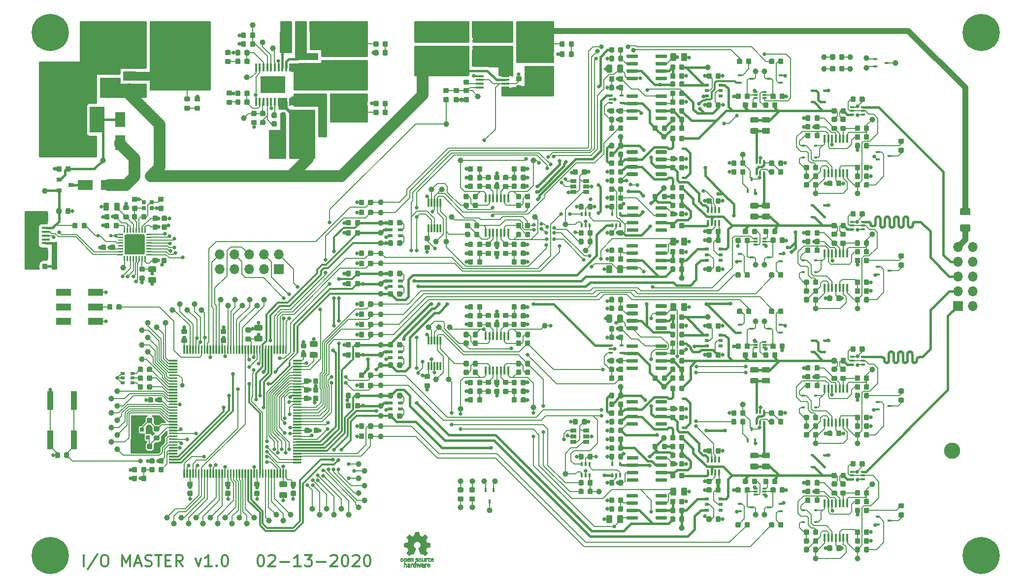
<source format=gbr>
G04 #@! TF.GenerationSoftware,KiCad,Pcbnew,5.1.5*
G04 #@! TF.CreationDate,2020-02-13T08:46:50-05:00*
G04 #@! TF.ProjectId,io-master,696f2d6d-6173-4746-9572-2e6b69636164,A*
G04 #@! TF.SameCoordinates,Original*
G04 #@! TF.FileFunction,Copper,L1,Top*
G04 #@! TF.FilePolarity,Positive*
%FSLAX46Y46*%
G04 Gerber Fmt 4.6, Leading zero omitted, Abs format (unit mm)*
G04 Created by KiCad (PCBNEW 5.1.5) date 2020-02-13 08:46:50*
%MOMM*%
%LPD*%
G04 APERTURE LIST*
%ADD10C,0.350000*%
%ADD11C,0.010000*%
%ADD12C,0.100000*%
%ADD13C,1.000000*%
%ADD14R,2.000000X3.800000*%
%ADD15R,2.000000X1.500000*%
%ADD16R,0.450000X1.450000*%
%ADD17R,0.300000X1.400000*%
%ADD18R,0.650000X0.400000*%
%ADD19R,0.600000X0.450000*%
%ADD20R,0.700000X0.450000*%
%ADD21R,0.700000X0.510000*%
%ADD22R,0.400000X1.060000*%
%ADD23R,0.400000X0.650000*%
%ADD24R,1.060000X0.650000*%
%ADD25R,0.450000X0.700000*%
%ADD26R,0.700000X0.400000*%
%ADD27R,0.900000X0.800000*%
%ADD28R,1.800000X2.500000*%
%ADD29R,2.500000X1.800000*%
%ADD30R,0.850000X0.500000*%
%ADD31R,0.700000X0.500000*%
%ADD32R,0.500000X0.500000*%
%ADD33R,0.450000X0.600000*%
%ADD34C,6.400000*%
%ADD35R,2.500000X4.500000*%
%ADD36O,2.500000X4.500000*%
%ADD37O,4.500000X2.500000*%
%ADD38R,1.900000X1.900000*%
%ADD39R,1.400000X1.600000*%
%ADD40R,1.350000X0.400000*%
%ADD41O,1.600000X0.900000*%
%ADD42R,1.700000X1.700000*%
%ADD43O,1.700000X1.700000*%
%ADD44R,1.400000X3.000000*%
%ADD45R,1.500000X3.600000*%
%ADD46R,4.200000X1.500000*%
%ADD47R,2.500000X1.200000*%
%ADD48R,1.000000X3.200000*%
%ADD49C,2.800000*%
%ADD50R,1.450000X0.450000*%
%ADD51R,4.200000X3.000000*%
%ADD52R,0.700000X0.750000*%
%ADD53R,0.750000X0.700000*%
%ADD54C,0.660000*%
%ADD55C,0.635000*%
%ADD56C,0.812000*%
%ADD57C,0.400000*%
%ADD58C,0.150000*%
%ADD59C,2.000000*%
%ADD60C,0.600000*%
%ADD61C,0.300000*%
%ADD62C,1.000000*%
%ADD63C,0.200000*%
%ADD64C,0.250000*%
G04 APERTURE END LIST*
D10*
X71084642Y-124904761D02*
X71275119Y-124904761D01*
X71465595Y-125000000D01*
X71560833Y-125095238D01*
X71656071Y-125285714D01*
X71751309Y-125666666D01*
X71751309Y-126142857D01*
X71656071Y-126523809D01*
X71560833Y-126714285D01*
X71465595Y-126809523D01*
X71275119Y-126904761D01*
X71084642Y-126904761D01*
X70894166Y-126809523D01*
X70798928Y-126714285D01*
X70703690Y-126523809D01*
X70608452Y-126142857D01*
X70608452Y-125666666D01*
X70703690Y-125285714D01*
X70798928Y-125095238D01*
X70894166Y-125000000D01*
X71084642Y-124904761D01*
X72513214Y-125095238D02*
X72608452Y-125000000D01*
X72798928Y-124904761D01*
X73275119Y-124904761D01*
X73465595Y-125000000D01*
X73560833Y-125095238D01*
X73656071Y-125285714D01*
X73656071Y-125476190D01*
X73560833Y-125761904D01*
X72417976Y-126904761D01*
X73656071Y-126904761D01*
X74513214Y-126142857D02*
X76037023Y-126142857D01*
X78037023Y-126904761D02*
X76894166Y-126904761D01*
X77465595Y-126904761D02*
X77465595Y-124904761D01*
X77275119Y-125190476D01*
X77084642Y-125380952D01*
X76894166Y-125476190D01*
X78703690Y-124904761D02*
X79941785Y-124904761D01*
X79275119Y-125666666D01*
X79560833Y-125666666D01*
X79751309Y-125761904D01*
X79846547Y-125857142D01*
X79941785Y-126047619D01*
X79941785Y-126523809D01*
X79846547Y-126714285D01*
X79751309Y-126809523D01*
X79560833Y-126904761D01*
X78989404Y-126904761D01*
X78798928Y-126809523D01*
X78703690Y-126714285D01*
X80798928Y-126142857D02*
X82322738Y-126142857D01*
X83179880Y-125095238D02*
X83275119Y-125000000D01*
X83465595Y-124904761D01*
X83941785Y-124904761D01*
X84132261Y-125000000D01*
X84227500Y-125095238D01*
X84322738Y-125285714D01*
X84322738Y-125476190D01*
X84227500Y-125761904D01*
X83084642Y-126904761D01*
X84322738Y-126904761D01*
X85560833Y-124904761D02*
X85751309Y-124904761D01*
X85941785Y-125000000D01*
X86037023Y-125095238D01*
X86132261Y-125285714D01*
X86227500Y-125666666D01*
X86227500Y-126142857D01*
X86132261Y-126523809D01*
X86037023Y-126714285D01*
X85941785Y-126809523D01*
X85751309Y-126904761D01*
X85560833Y-126904761D01*
X85370357Y-126809523D01*
X85275119Y-126714285D01*
X85179880Y-126523809D01*
X85084642Y-126142857D01*
X85084642Y-125666666D01*
X85179880Y-125285714D01*
X85275119Y-125095238D01*
X85370357Y-125000000D01*
X85560833Y-124904761D01*
X86989404Y-125095238D02*
X87084642Y-125000000D01*
X87275119Y-124904761D01*
X87751309Y-124904761D01*
X87941785Y-125000000D01*
X88037023Y-125095238D01*
X88132261Y-125285714D01*
X88132261Y-125476190D01*
X88037023Y-125761904D01*
X86894166Y-126904761D01*
X88132261Y-126904761D01*
X89370357Y-124904761D02*
X89560833Y-124904761D01*
X89751309Y-125000000D01*
X89846547Y-125095238D01*
X89941785Y-125285714D01*
X90037023Y-125666666D01*
X90037023Y-126142857D01*
X89941785Y-126523809D01*
X89846547Y-126714285D01*
X89751309Y-126809523D01*
X89560833Y-126904761D01*
X89370357Y-126904761D01*
X89179880Y-126809523D01*
X89084642Y-126714285D01*
X88989404Y-126523809D01*
X88894166Y-126142857D01*
X88894166Y-125666666D01*
X88989404Y-125285714D01*
X89084642Y-125095238D01*
X89179880Y-125000000D01*
X89370357Y-124904761D01*
X40703690Y-126904761D02*
X40703690Y-124904761D01*
X43084642Y-124809523D02*
X41370357Y-127380952D01*
X44132261Y-124904761D02*
X44513214Y-124904761D01*
X44703690Y-125000000D01*
X44894166Y-125190476D01*
X44989404Y-125571428D01*
X44989404Y-126238095D01*
X44894166Y-126619047D01*
X44703690Y-126809523D01*
X44513214Y-126904761D01*
X44132261Y-126904761D01*
X43941785Y-126809523D01*
X43751309Y-126619047D01*
X43656071Y-126238095D01*
X43656071Y-125571428D01*
X43751309Y-125190476D01*
X43941785Y-125000000D01*
X44132261Y-124904761D01*
X47370357Y-126904761D02*
X47370357Y-124904761D01*
X48037023Y-126333333D01*
X48703690Y-124904761D01*
X48703690Y-126904761D01*
X49560833Y-126333333D02*
X50513214Y-126333333D01*
X49370357Y-126904761D02*
X50037023Y-124904761D01*
X50703690Y-126904761D01*
X51275119Y-126809523D02*
X51560833Y-126904761D01*
X52037023Y-126904761D01*
X52227500Y-126809523D01*
X52322738Y-126714285D01*
X52417976Y-126523809D01*
X52417976Y-126333333D01*
X52322738Y-126142857D01*
X52227500Y-126047619D01*
X52037023Y-125952380D01*
X51656071Y-125857142D01*
X51465595Y-125761904D01*
X51370357Y-125666666D01*
X51275119Y-125476190D01*
X51275119Y-125285714D01*
X51370357Y-125095238D01*
X51465595Y-125000000D01*
X51656071Y-124904761D01*
X52132261Y-124904761D01*
X52417976Y-125000000D01*
X52989404Y-124904761D02*
X54132261Y-124904761D01*
X53560833Y-126904761D02*
X53560833Y-124904761D01*
X54798928Y-125857142D02*
X55465595Y-125857142D01*
X55751309Y-126904761D02*
X54798928Y-126904761D01*
X54798928Y-124904761D01*
X55751309Y-124904761D01*
X57751309Y-126904761D02*
X57084642Y-125952380D01*
X56608452Y-126904761D02*
X56608452Y-124904761D01*
X57370357Y-124904761D01*
X57560833Y-125000000D01*
X57656071Y-125095238D01*
X57751309Y-125285714D01*
X57751309Y-125571428D01*
X57656071Y-125761904D01*
X57560833Y-125857142D01*
X57370357Y-125952380D01*
X56608452Y-125952380D01*
X59941785Y-125571428D02*
X60417976Y-126904761D01*
X60894166Y-125571428D01*
X62703690Y-126904761D02*
X61560833Y-126904761D01*
X62132261Y-126904761D02*
X62132261Y-124904761D01*
X61941785Y-125190476D01*
X61751309Y-125380952D01*
X61560833Y-125476190D01*
X63560833Y-126714285D02*
X63656071Y-126809523D01*
X63560833Y-126904761D01*
X63465595Y-126809523D01*
X63560833Y-126714285D01*
X63560833Y-126904761D01*
X64894166Y-124904761D02*
X65084642Y-124904761D01*
X65275119Y-125000000D01*
X65370357Y-125095238D01*
X65465595Y-125285714D01*
X65560833Y-125666666D01*
X65560833Y-126142857D01*
X65465595Y-126523809D01*
X65370357Y-126714285D01*
X65275119Y-126809523D01*
X65084642Y-126904761D01*
X64894166Y-126904761D01*
X64703690Y-126809523D01*
X64608452Y-126714285D01*
X64513214Y-126523809D01*
X64417976Y-126142857D01*
X64417976Y-125666666D01*
X64513214Y-125285714D01*
X64608452Y-125095238D01*
X64703690Y-125000000D01*
X64894166Y-124904761D01*
D11*
G36*
X98376964Y-121290018D02*
G01*
X98433812Y-121591570D01*
X98853338Y-121764512D01*
X99104984Y-121593395D01*
X99175458Y-121545750D01*
X99239163Y-121503210D01*
X99293126Y-121467715D01*
X99334373Y-121441210D01*
X99359934Y-121425636D01*
X99366895Y-121422278D01*
X99379435Y-121430914D01*
X99406231Y-121454792D01*
X99444280Y-121490859D01*
X99490579Y-121536067D01*
X99542123Y-121587364D01*
X99595909Y-121641701D01*
X99648935Y-121696028D01*
X99698195Y-121747295D01*
X99740687Y-121792451D01*
X99773407Y-121828446D01*
X99793351Y-121852230D01*
X99798119Y-121860190D01*
X99791257Y-121874865D01*
X99772020Y-121907014D01*
X99742430Y-121953492D01*
X99704510Y-122011156D01*
X99660282Y-122076860D01*
X99634654Y-122114336D01*
X99587941Y-122182768D01*
X99546432Y-122244520D01*
X99512140Y-122296519D01*
X99487080Y-122335692D01*
X99473264Y-122358965D01*
X99471188Y-122363855D01*
X99475895Y-122377755D01*
X99488723Y-122410150D01*
X99507738Y-122456485D01*
X99531003Y-122512206D01*
X99556584Y-122572758D01*
X99582545Y-122633586D01*
X99606950Y-122690136D01*
X99627863Y-122737852D01*
X99643349Y-122772181D01*
X99651472Y-122788568D01*
X99651952Y-122789212D01*
X99664707Y-122792341D01*
X99698677Y-122799321D01*
X99750340Y-122809467D01*
X99816176Y-122822092D01*
X99892664Y-122836509D01*
X99937290Y-122844823D01*
X100019021Y-122860384D01*
X100092843Y-122875192D01*
X100155021Y-122888436D01*
X100201822Y-122899305D01*
X100229509Y-122906989D01*
X100235074Y-122909427D01*
X100240526Y-122925930D01*
X100244924Y-122963200D01*
X100248272Y-123016880D01*
X100250574Y-123082612D01*
X100251832Y-123156037D01*
X100252048Y-123232796D01*
X100251227Y-123308532D01*
X100249371Y-123378886D01*
X100246482Y-123439500D01*
X100242565Y-123486016D01*
X100237622Y-123514075D01*
X100234657Y-123519916D01*
X100216934Y-123526917D01*
X100179381Y-123536927D01*
X100126964Y-123548769D01*
X100064652Y-123561267D01*
X100042900Y-123565310D01*
X99938024Y-123584520D01*
X99855180Y-123599991D01*
X99791630Y-123612337D01*
X99744637Y-123622173D01*
X99711463Y-123630114D01*
X99689371Y-123636776D01*
X99675624Y-123642773D01*
X99667484Y-123648719D01*
X99666345Y-123649894D01*
X99654977Y-123668826D01*
X99637635Y-123705669D01*
X99616050Y-123755913D01*
X99591954Y-123815046D01*
X99567079Y-123878556D01*
X99543157Y-123941932D01*
X99521919Y-124000662D01*
X99505097Y-124050235D01*
X99494422Y-124086139D01*
X99491627Y-124103862D01*
X99491860Y-124104483D01*
X99501331Y-124118970D01*
X99522818Y-124150844D01*
X99554063Y-124196789D01*
X99592807Y-124253485D01*
X99636793Y-124317617D01*
X99649319Y-124335842D01*
X99693984Y-124401914D01*
X99733288Y-124462200D01*
X99765088Y-124513235D01*
X99787245Y-124551560D01*
X99797617Y-124573711D01*
X99798119Y-124576432D01*
X99789405Y-124590736D01*
X99765325Y-124619072D01*
X99728976Y-124658396D01*
X99683453Y-124705661D01*
X99631852Y-124757823D01*
X99577267Y-124811835D01*
X99522794Y-124864653D01*
X99471529Y-124913231D01*
X99426567Y-124954523D01*
X99391004Y-124985485D01*
X99367935Y-125003070D01*
X99361554Y-125005941D01*
X99346699Y-124999178D01*
X99316286Y-124980939D01*
X99275268Y-124954297D01*
X99243709Y-124932852D01*
X99186525Y-124893503D01*
X99118806Y-124847171D01*
X99050880Y-124800913D01*
X99014361Y-124776155D01*
X98890752Y-124692547D01*
X98786991Y-124748650D01*
X98739720Y-124773228D01*
X98699523Y-124792331D01*
X98672326Y-124803227D01*
X98665402Y-124804743D01*
X98657077Y-124793549D01*
X98640654Y-124761917D01*
X98617357Y-124712765D01*
X98588414Y-124649010D01*
X98555050Y-124573571D01*
X98518491Y-124489364D01*
X98479964Y-124399308D01*
X98440694Y-124306321D01*
X98401908Y-124213320D01*
X98364830Y-124123223D01*
X98330689Y-124038948D01*
X98300708Y-123963413D01*
X98276116Y-123899534D01*
X98258136Y-123850231D01*
X98247997Y-123818421D01*
X98246366Y-123807496D01*
X98259291Y-123793561D01*
X98287589Y-123770940D01*
X98325346Y-123744333D01*
X98328515Y-123742228D01*
X98426100Y-123664114D01*
X98504786Y-123572982D01*
X98563891Y-123471745D01*
X98602732Y-123363318D01*
X98620628Y-123250614D01*
X98616897Y-123136548D01*
X98590857Y-123024034D01*
X98541825Y-122915985D01*
X98527400Y-122892345D01*
X98452369Y-122796887D01*
X98363730Y-122720232D01*
X98264549Y-122662780D01*
X98157895Y-122624929D01*
X98046836Y-122607078D01*
X97934439Y-122609625D01*
X97823773Y-122632970D01*
X97717906Y-122677510D01*
X97619905Y-122743645D01*
X97589590Y-122770487D01*
X97512438Y-122854512D01*
X97456218Y-122942966D01*
X97417653Y-123042115D01*
X97396174Y-123140303D01*
X97390872Y-123250697D01*
X97408552Y-123361640D01*
X97447419Y-123469381D01*
X97505677Y-123570169D01*
X97581531Y-123660256D01*
X97673183Y-123735892D01*
X97685228Y-123743864D01*
X97723389Y-123769974D01*
X97752399Y-123792595D01*
X97766268Y-123807039D01*
X97766469Y-123807496D01*
X97763492Y-123823121D01*
X97751689Y-123858582D01*
X97732286Y-123910962D01*
X97706512Y-123977345D01*
X97675591Y-124054814D01*
X97640751Y-124140450D01*
X97603217Y-124231337D01*
X97564217Y-124324559D01*
X97524977Y-124417197D01*
X97486724Y-124506335D01*
X97450683Y-124589055D01*
X97418083Y-124662441D01*
X97390148Y-124723575D01*
X97368105Y-124769541D01*
X97353182Y-124797421D01*
X97347172Y-124804743D01*
X97328809Y-124799041D01*
X97294448Y-124783749D01*
X97250016Y-124761599D01*
X97225583Y-124748650D01*
X97121822Y-124692547D01*
X96998213Y-124776155D01*
X96935114Y-124818987D01*
X96866030Y-124866122D01*
X96801293Y-124910503D01*
X96768866Y-124932852D01*
X96723259Y-124963477D01*
X96684640Y-124987747D01*
X96658048Y-125002587D01*
X96649410Y-125005724D01*
X96636839Y-124997261D01*
X96609016Y-124973636D01*
X96568639Y-124937302D01*
X96518405Y-124890711D01*
X96461012Y-124836317D01*
X96424714Y-124801392D01*
X96361210Y-124738996D01*
X96306327Y-124683188D01*
X96262286Y-124636354D01*
X96231305Y-124600882D01*
X96215602Y-124579161D01*
X96214095Y-124574752D01*
X96221086Y-124557985D01*
X96240406Y-124524082D01*
X96269909Y-124476476D01*
X96307455Y-124418599D01*
X96350900Y-124353884D01*
X96363255Y-124335842D01*
X96408273Y-124270267D01*
X96448660Y-124211228D01*
X96482160Y-124162042D01*
X96506514Y-124126028D01*
X96519464Y-124106502D01*
X96520715Y-124104483D01*
X96518844Y-124088922D01*
X96508913Y-124054709D01*
X96492653Y-124006355D01*
X96471795Y-123948371D01*
X96448073Y-123885270D01*
X96423216Y-123821563D01*
X96398958Y-123761761D01*
X96377029Y-123710376D01*
X96359162Y-123671919D01*
X96347087Y-123650902D01*
X96346229Y-123649894D01*
X96338846Y-123643888D01*
X96326375Y-123637948D01*
X96306080Y-123631460D01*
X96275222Y-123623809D01*
X96231066Y-123614380D01*
X96170874Y-123602559D01*
X96091907Y-123587729D01*
X95991430Y-123569277D01*
X95969675Y-123565310D01*
X95905198Y-123552853D01*
X95848989Y-123540666D01*
X95806013Y-123529926D01*
X95781240Y-123521809D01*
X95777918Y-123519916D01*
X95772444Y-123503138D01*
X95767994Y-123465645D01*
X95764572Y-123411794D01*
X95762181Y-123345944D01*
X95760823Y-123272453D01*
X95760501Y-123195680D01*
X95761219Y-123119983D01*
X95762979Y-123049720D01*
X95765784Y-122989250D01*
X95769638Y-122942930D01*
X95774543Y-122915119D01*
X95777500Y-122909427D01*
X95793963Y-122903686D01*
X95831449Y-122894345D01*
X95886225Y-122882215D01*
X95954555Y-122868107D01*
X96032706Y-122852830D01*
X96075284Y-122844823D01*
X96156071Y-122829721D01*
X96228113Y-122816040D01*
X96287889Y-122804467D01*
X96331879Y-122795687D01*
X96356561Y-122790387D01*
X96360623Y-122789212D01*
X96367489Y-122775965D01*
X96382002Y-122744057D01*
X96402229Y-122698047D01*
X96426234Y-122642492D01*
X96452082Y-122581953D01*
X96477840Y-122520986D01*
X96501573Y-122464151D01*
X96521346Y-122416006D01*
X96535224Y-122381110D01*
X96541274Y-122364021D01*
X96541386Y-122363274D01*
X96534528Y-122349793D01*
X96515302Y-122318770D01*
X96485728Y-122273289D01*
X96447827Y-122216432D01*
X96403620Y-122151283D01*
X96377921Y-122113862D01*
X96331093Y-122045247D01*
X96289501Y-121982952D01*
X96255175Y-121930129D01*
X96230143Y-121889927D01*
X96216435Y-121865500D01*
X96214456Y-121860024D01*
X96222966Y-121847278D01*
X96246493Y-121820063D01*
X96282032Y-121781428D01*
X96326577Y-121734423D01*
X96377123Y-121682095D01*
X96430664Y-121627495D01*
X96484195Y-121573670D01*
X96534711Y-121523670D01*
X96579206Y-121480543D01*
X96614675Y-121447339D01*
X96638113Y-121427106D01*
X96645954Y-121422278D01*
X96658720Y-121429067D01*
X96689256Y-121448142D01*
X96734590Y-121477561D01*
X96791756Y-121515381D01*
X96857784Y-121559661D01*
X96907590Y-121593395D01*
X97159236Y-121764512D01*
X97368999Y-121678041D01*
X97578763Y-121591570D01*
X97635611Y-121290018D01*
X97692460Y-120988466D01*
X98320115Y-120988466D01*
X98376964Y-121290018D01*
G37*
X98376964Y-121290018D02*
X98433812Y-121591570D01*
X98853338Y-121764512D01*
X99104984Y-121593395D01*
X99175458Y-121545750D01*
X99239163Y-121503210D01*
X99293126Y-121467715D01*
X99334373Y-121441210D01*
X99359934Y-121425636D01*
X99366895Y-121422278D01*
X99379435Y-121430914D01*
X99406231Y-121454792D01*
X99444280Y-121490859D01*
X99490579Y-121536067D01*
X99542123Y-121587364D01*
X99595909Y-121641701D01*
X99648935Y-121696028D01*
X99698195Y-121747295D01*
X99740687Y-121792451D01*
X99773407Y-121828446D01*
X99793351Y-121852230D01*
X99798119Y-121860190D01*
X99791257Y-121874865D01*
X99772020Y-121907014D01*
X99742430Y-121953492D01*
X99704510Y-122011156D01*
X99660282Y-122076860D01*
X99634654Y-122114336D01*
X99587941Y-122182768D01*
X99546432Y-122244520D01*
X99512140Y-122296519D01*
X99487080Y-122335692D01*
X99473264Y-122358965D01*
X99471188Y-122363855D01*
X99475895Y-122377755D01*
X99488723Y-122410150D01*
X99507738Y-122456485D01*
X99531003Y-122512206D01*
X99556584Y-122572758D01*
X99582545Y-122633586D01*
X99606950Y-122690136D01*
X99627863Y-122737852D01*
X99643349Y-122772181D01*
X99651472Y-122788568D01*
X99651952Y-122789212D01*
X99664707Y-122792341D01*
X99698677Y-122799321D01*
X99750340Y-122809467D01*
X99816176Y-122822092D01*
X99892664Y-122836509D01*
X99937290Y-122844823D01*
X100019021Y-122860384D01*
X100092843Y-122875192D01*
X100155021Y-122888436D01*
X100201822Y-122899305D01*
X100229509Y-122906989D01*
X100235074Y-122909427D01*
X100240526Y-122925930D01*
X100244924Y-122963200D01*
X100248272Y-123016880D01*
X100250574Y-123082612D01*
X100251832Y-123156037D01*
X100252048Y-123232796D01*
X100251227Y-123308532D01*
X100249371Y-123378886D01*
X100246482Y-123439500D01*
X100242565Y-123486016D01*
X100237622Y-123514075D01*
X100234657Y-123519916D01*
X100216934Y-123526917D01*
X100179381Y-123536927D01*
X100126964Y-123548769D01*
X100064652Y-123561267D01*
X100042900Y-123565310D01*
X99938024Y-123584520D01*
X99855180Y-123599991D01*
X99791630Y-123612337D01*
X99744637Y-123622173D01*
X99711463Y-123630114D01*
X99689371Y-123636776D01*
X99675624Y-123642773D01*
X99667484Y-123648719D01*
X99666345Y-123649894D01*
X99654977Y-123668826D01*
X99637635Y-123705669D01*
X99616050Y-123755913D01*
X99591954Y-123815046D01*
X99567079Y-123878556D01*
X99543157Y-123941932D01*
X99521919Y-124000662D01*
X99505097Y-124050235D01*
X99494422Y-124086139D01*
X99491627Y-124103862D01*
X99491860Y-124104483D01*
X99501331Y-124118970D01*
X99522818Y-124150844D01*
X99554063Y-124196789D01*
X99592807Y-124253485D01*
X99636793Y-124317617D01*
X99649319Y-124335842D01*
X99693984Y-124401914D01*
X99733288Y-124462200D01*
X99765088Y-124513235D01*
X99787245Y-124551560D01*
X99797617Y-124573711D01*
X99798119Y-124576432D01*
X99789405Y-124590736D01*
X99765325Y-124619072D01*
X99728976Y-124658396D01*
X99683453Y-124705661D01*
X99631852Y-124757823D01*
X99577267Y-124811835D01*
X99522794Y-124864653D01*
X99471529Y-124913231D01*
X99426567Y-124954523D01*
X99391004Y-124985485D01*
X99367935Y-125003070D01*
X99361554Y-125005941D01*
X99346699Y-124999178D01*
X99316286Y-124980939D01*
X99275268Y-124954297D01*
X99243709Y-124932852D01*
X99186525Y-124893503D01*
X99118806Y-124847171D01*
X99050880Y-124800913D01*
X99014361Y-124776155D01*
X98890752Y-124692547D01*
X98786991Y-124748650D01*
X98739720Y-124773228D01*
X98699523Y-124792331D01*
X98672326Y-124803227D01*
X98665402Y-124804743D01*
X98657077Y-124793549D01*
X98640654Y-124761917D01*
X98617357Y-124712765D01*
X98588414Y-124649010D01*
X98555050Y-124573571D01*
X98518491Y-124489364D01*
X98479964Y-124399308D01*
X98440694Y-124306321D01*
X98401908Y-124213320D01*
X98364830Y-124123223D01*
X98330689Y-124038948D01*
X98300708Y-123963413D01*
X98276116Y-123899534D01*
X98258136Y-123850231D01*
X98247997Y-123818421D01*
X98246366Y-123807496D01*
X98259291Y-123793561D01*
X98287589Y-123770940D01*
X98325346Y-123744333D01*
X98328515Y-123742228D01*
X98426100Y-123664114D01*
X98504786Y-123572982D01*
X98563891Y-123471745D01*
X98602732Y-123363318D01*
X98620628Y-123250614D01*
X98616897Y-123136548D01*
X98590857Y-123024034D01*
X98541825Y-122915985D01*
X98527400Y-122892345D01*
X98452369Y-122796887D01*
X98363730Y-122720232D01*
X98264549Y-122662780D01*
X98157895Y-122624929D01*
X98046836Y-122607078D01*
X97934439Y-122609625D01*
X97823773Y-122632970D01*
X97717906Y-122677510D01*
X97619905Y-122743645D01*
X97589590Y-122770487D01*
X97512438Y-122854512D01*
X97456218Y-122942966D01*
X97417653Y-123042115D01*
X97396174Y-123140303D01*
X97390872Y-123250697D01*
X97408552Y-123361640D01*
X97447419Y-123469381D01*
X97505677Y-123570169D01*
X97581531Y-123660256D01*
X97673183Y-123735892D01*
X97685228Y-123743864D01*
X97723389Y-123769974D01*
X97752399Y-123792595D01*
X97766268Y-123807039D01*
X97766469Y-123807496D01*
X97763492Y-123823121D01*
X97751689Y-123858582D01*
X97732286Y-123910962D01*
X97706512Y-123977345D01*
X97675591Y-124054814D01*
X97640751Y-124140450D01*
X97603217Y-124231337D01*
X97564217Y-124324559D01*
X97524977Y-124417197D01*
X97486724Y-124506335D01*
X97450683Y-124589055D01*
X97418083Y-124662441D01*
X97390148Y-124723575D01*
X97368105Y-124769541D01*
X97353182Y-124797421D01*
X97347172Y-124804743D01*
X97328809Y-124799041D01*
X97294448Y-124783749D01*
X97250016Y-124761599D01*
X97225583Y-124748650D01*
X97121822Y-124692547D01*
X96998213Y-124776155D01*
X96935114Y-124818987D01*
X96866030Y-124866122D01*
X96801293Y-124910503D01*
X96768866Y-124932852D01*
X96723259Y-124963477D01*
X96684640Y-124987747D01*
X96658048Y-125002587D01*
X96649410Y-125005724D01*
X96636839Y-124997261D01*
X96609016Y-124973636D01*
X96568639Y-124937302D01*
X96518405Y-124890711D01*
X96461012Y-124836317D01*
X96424714Y-124801392D01*
X96361210Y-124738996D01*
X96306327Y-124683188D01*
X96262286Y-124636354D01*
X96231305Y-124600882D01*
X96215602Y-124579161D01*
X96214095Y-124574752D01*
X96221086Y-124557985D01*
X96240406Y-124524082D01*
X96269909Y-124476476D01*
X96307455Y-124418599D01*
X96350900Y-124353884D01*
X96363255Y-124335842D01*
X96408273Y-124270267D01*
X96448660Y-124211228D01*
X96482160Y-124162042D01*
X96506514Y-124126028D01*
X96519464Y-124106502D01*
X96520715Y-124104483D01*
X96518844Y-124088922D01*
X96508913Y-124054709D01*
X96492653Y-124006355D01*
X96471795Y-123948371D01*
X96448073Y-123885270D01*
X96423216Y-123821563D01*
X96398958Y-123761761D01*
X96377029Y-123710376D01*
X96359162Y-123671919D01*
X96347087Y-123650902D01*
X96346229Y-123649894D01*
X96338846Y-123643888D01*
X96326375Y-123637948D01*
X96306080Y-123631460D01*
X96275222Y-123623809D01*
X96231066Y-123614380D01*
X96170874Y-123602559D01*
X96091907Y-123587729D01*
X95991430Y-123569277D01*
X95969675Y-123565310D01*
X95905198Y-123552853D01*
X95848989Y-123540666D01*
X95806013Y-123529926D01*
X95781240Y-123521809D01*
X95777918Y-123519916D01*
X95772444Y-123503138D01*
X95767994Y-123465645D01*
X95764572Y-123411794D01*
X95762181Y-123345944D01*
X95760823Y-123272453D01*
X95760501Y-123195680D01*
X95761219Y-123119983D01*
X95762979Y-123049720D01*
X95765784Y-122989250D01*
X95769638Y-122942930D01*
X95774543Y-122915119D01*
X95777500Y-122909427D01*
X95793963Y-122903686D01*
X95831449Y-122894345D01*
X95886225Y-122882215D01*
X95954555Y-122868107D01*
X96032706Y-122852830D01*
X96075284Y-122844823D01*
X96156071Y-122829721D01*
X96228113Y-122816040D01*
X96287889Y-122804467D01*
X96331879Y-122795687D01*
X96356561Y-122790387D01*
X96360623Y-122789212D01*
X96367489Y-122775965D01*
X96382002Y-122744057D01*
X96402229Y-122698047D01*
X96426234Y-122642492D01*
X96452082Y-122581953D01*
X96477840Y-122520986D01*
X96501573Y-122464151D01*
X96521346Y-122416006D01*
X96535224Y-122381110D01*
X96541274Y-122364021D01*
X96541386Y-122363274D01*
X96534528Y-122349793D01*
X96515302Y-122318770D01*
X96485728Y-122273289D01*
X96447827Y-122216432D01*
X96403620Y-122151283D01*
X96377921Y-122113862D01*
X96331093Y-122045247D01*
X96289501Y-121982952D01*
X96255175Y-121930129D01*
X96230143Y-121889927D01*
X96216435Y-121865500D01*
X96214456Y-121860024D01*
X96222966Y-121847278D01*
X96246493Y-121820063D01*
X96282032Y-121781428D01*
X96326577Y-121734423D01*
X96377123Y-121682095D01*
X96430664Y-121627495D01*
X96484195Y-121573670D01*
X96534711Y-121523670D01*
X96579206Y-121480543D01*
X96614675Y-121447339D01*
X96638113Y-121427106D01*
X96645954Y-121422278D01*
X96658720Y-121429067D01*
X96689256Y-121448142D01*
X96734590Y-121477561D01*
X96791756Y-121515381D01*
X96857784Y-121559661D01*
X96907590Y-121593395D01*
X97159236Y-121764512D01*
X97368999Y-121678041D01*
X97578763Y-121591570D01*
X97635611Y-121290018D01*
X97692460Y-120988466D01*
X98320115Y-120988466D01*
X98376964Y-121290018D01*
G36*
X99799460Y-125458030D02*
G01*
X99842711Y-125471245D01*
X99870558Y-125487941D01*
X99879629Y-125501145D01*
X99877132Y-125516797D01*
X99860931Y-125541385D01*
X99847232Y-125558800D01*
X99818992Y-125590283D01*
X99797775Y-125603529D01*
X99779688Y-125602664D01*
X99726035Y-125589010D01*
X99686630Y-125589630D01*
X99654632Y-125605104D01*
X99643890Y-125614161D01*
X99609505Y-125646027D01*
X99609505Y-126062179D01*
X99471188Y-126062179D01*
X99471188Y-125458614D01*
X99540347Y-125458614D01*
X99581869Y-125460256D01*
X99603291Y-125466087D01*
X99609502Y-125477461D01*
X99609505Y-125477798D01*
X99612439Y-125489713D01*
X99625704Y-125488159D01*
X99644084Y-125479563D01*
X99682046Y-125463568D01*
X99712872Y-125453945D01*
X99752536Y-125451478D01*
X99799460Y-125458030D01*
G37*
X99799460Y-125458030D02*
X99842711Y-125471245D01*
X99870558Y-125487941D01*
X99879629Y-125501145D01*
X99877132Y-125516797D01*
X99860931Y-125541385D01*
X99847232Y-125558800D01*
X99818992Y-125590283D01*
X99797775Y-125603529D01*
X99779688Y-125602664D01*
X99726035Y-125589010D01*
X99686630Y-125589630D01*
X99654632Y-125605104D01*
X99643890Y-125614161D01*
X99609505Y-125646027D01*
X99609505Y-126062179D01*
X99471188Y-126062179D01*
X99471188Y-125458614D01*
X99540347Y-125458614D01*
X99581869Y-125460256D01*
X99603291Y-125466087D01*
X99609502Y-125477461D01*
X99609505Y-125477798D01*
X99612439Y-125489713D01*
X99625704Y-125488159D01*
X99644084Y-125479563D01*
X99682046Y-125463568D01*
X99712872Y-125453945D01*
X99752536Y-125451478D01*
X99799460Y-125458030D01*
G36*
X97245988Y-125469002D02*
G01*
X97277283Y-125483950D01*
X97307591Y-125505541D01*
X97330682Y-125530391D01*
X97347500Y-125562087D01*
X97358994Y-125604214D01*
X97366109Y-125660358D01*
X97369793Y-125734106D01*
X97370992Y-125829044D01*
X97371011Y-125838985D01*
X97371287Y-126062179D01*
X97232970Y-126062179D01*
X97232970Y-125856418D01*
X97232872Y-125780189D01*
X97232191Y-125724939D01*
X97230349Y-125686501D01*
X97226767Y-125660706D01*
X97220868Y-125643384D01*
X97212073Y-125630368D01*
X97199820Y-125617507D01*
X97156953Y-125589873D01*
X97110157Y-125584745D01*
X97065576Y-125602217D01*
X97050072Y-125615221D01*
X97038690Y-125627447D01*
X97030519Y-125640540D01*
X97025026Y-125658615D01*
X97021680Y-125685787D01*
X97019949Y-125726170D01*
X97019303Y-125783879D01*
X97019208Y-125854132D01*
X97019208Y-126062179D01*
X96880891Y-126062179D01*
X96880891Y-125458614D01*
X96950050Y-125458614D01*
X96991572Y-125460256D01*
X97012994Y-125466087D01*
X97019205Y-125477461D01*
X97019208Y-125477798D01*
X97022090Y-125488938D01*
X97034801Y-125487674D01*
X97060074Y-125475434D01*
X97117395Y-125457424D01*
X97182963Y-125455421D01*
X97245988Y-125469002D01*
G37*
X97245988Y-125469002D02*
X97277283Y-125483950D01*
X97307591Y-125505541D01*
X97330682Y-125530391D01*
X97347500Y-125562087D01*
X97358994Y-125604214D01*
X97366109Y-125660358D01*
X97369793Y-125734106D01*
X97370992Y-125829044D01*
X97371011Y-125838985D01*
X97371287Y-126062179D01*
X97232970Y-126062179D01*
X97232970Y-125856418D01*
X97232872Y-125780189D01*
X97232191Y-125724939D01*
X97230349Y-125686501D01*
X97226767Y-125660706D01*
X97220868Y-125643384D01*
X97212073Y-125630368D01*
X97199820Y-125617507D01*
X97156953Y-125589873D01*
X97110157Y-125584745D01*
X97065576Y-125602217D01*
X97050072Y-125615221D01*
X97038690Y-125627447D01*
X97030519Y-125640540D01*
X97025026Y-125658615D01*
X97021680Y-125685787D01*
X97019949Y-125726170D01*
X97019303Y-125783879D01*
X97019208Y-125854132D01*
X97019208Y-126062179D01*
X96880891Y-126062179D01*
X96880891Y-125458614D01*
X96950050Y-125458614D01*
X96991572Y-125460256D01*
X97012994Y-125466087D01*
X97019205Y-125477461D01*
X97019208Y-125477798D01*
X97022090Y-125488938D01*
X97034801Y-125487674D01*
X97060074Y-125475434D01*
X97117395Y-125457424D01*
X97182963Y-125455421D01*
X97245988Y-125469002D01*
G36*
X100677898Y-125456457D02*
G01*
X100710096Y-125464279D01*
X100771825Y-125492921D01*
X100824610Y-125536667D01*
X100861141Y-125589117D01*
X100866160Y-125600893D01*
X100873045Y-125631740D01*
X100877864Y-125677371D01*
X100879505Y-125723492D01*
X100879505Y-125810693D01*
X100697178Y-125810693D01*
X100621979Y-125810978D01*
X100569003Y-125812704D01*
X100535325Y-125817181D01*
X100518020Y-125825720D01*
X100514163Y-125839630D01*
X100520829Y-125860222D01*
X100532770Y-125884315D01*
X100566080Y-125924525D01*
X100612368Y-125944558D01*
X100668944Y-125943905D01*
X100733031Y-125922101D01*
X100788417Y-125895193D01*
X100834375Y-125931532D01*
X100880333Y-125967872D01*
X100837096Y-126007819D01*
X100779374Y-126045563D01*
X100708386Y-126068320D01*
X100632029Y-126074688D01*
X100558199Y-126063268D01*
X100546287Y-126059393D01*
X100481399Y-126025506D01*
X100433130Y-125974986D01*
X100400465Y-125906325D01*
X100382385Y-125818014D01*
X100382175Y-125816121D01*
X100380556Y-125719878D01*
X100387100Y-125685542D01*
X100514852Y-125685542D01*
X100526584Y-125690822D01*
X100558438Y-125694867D01*
X100605397Y-125697176D01*
X100635154Y-125697525D01*
X100690648Y-125697306D01*
X100725346Y-125695916D01*
X100743601Y-125692251D01*
X100749766Y-125685210D01*
X100748195Y-125673690D01*
X100746878Y-125669233D01*
X100724382Y-125627355D01*
X100689003Y-125593604D01*
X100657780Y-125578773D01*
X100616301Y-125579668D01*
X100574269Y-125598164D01*
X100539012Y-125628786D01*
X100517854Y-125666062D01*
X100514852Y-125685542D01*
X100387100Y-125685542D01*
X100396690Y-125635229D01*
X100428698Y-125564191D01*
X100474701Y-125508779D01*
X100532821Y-125471009D01*
X100601180Y-125452896D01*
X100677898Y-125456457D01*
G37*
X100677898Y-125456457D02*
X100710096Y-125464279D01*
X100771825Y-125492921D01*
X100824610Y-125536667D01*
X100861141Y-125589117D01*
X100866160Y-125600893D01*
X100873045Y-125631740D01*
X100877864Y-125677371D01*
X100879505Y-125723492D01*
X100879505Y-125810693D01*
X100697178Y-125810693D01*
X100621979Y-125810978D01*
X100569003Y-125812704D01*
X100535325Y-125817181D01*
X100518020Y-125825720D01*
X100514163Y-125839630D01*
X100520829Y-125860222D01*
X100532770Y-125884315D01*
X100566080Y-125924525D01*
X100612368Y-125944558D01*
X100668944Y-125943905D01*
X100733031Y-125922101D01*
X100788417Y-125895193D01*
X100834375Y-125931532D01*
X100880333Y-125967872D01*
X100837096Y-126007819D01*
X100779374Y-126045563D01*
X100708386Y-126068320D01*
X100632029Y-126074688D01*
X100558199Y-126063268D01*
X100546287Y-126059393D01*
X100481399Y-126025506D01*
X100433130Y-125974986D01*
X100400465Y-125906325D01*
X100382385Y-125818014D01*
X100382175Y-125816121D01*
X100380556Y-125719878D01*
X100387100Y-125685542D01*
X100514852Y-125685542D01*
X100526584Y-125690822D01*
X100558438Y-125694867D01*
X100605397Y-125697176D01*
X100635154Y-125697525D01*
X100690648Y-125697306D01*
X100725346Y-125695916D01*
X100743601Y-125692251D01*
X100749766Y-125685210D01*
X100748195Y-125673690D01*
X100746878Y-125669233D01*
X100724382Y-125627355D01*
X100689003Y-125593604D01*
X100657780Y-125578773D01*
X100616301Y-125579668D01*
X100574269Y-125598164D01*
X100539012Y-125628786D01*
X100517854Y-125666062D01*
X100514852Y-125685542D01*
X100387100Y-125685542D01*
X100396690Y-125635229D01*
X100428698Y-125564191D01*
X100474701Y-125508779D01*
X100532821Y-125471009D01*
X100601180Y-125452896D01*
X100677898Y-125456457D01*
G36*
X100217226Y-125463880D02*
G01*
X100290080Y-125494830D01*
X100313027Y-125509895D01*
X100342354Y-125533048D01*
X100360764Y-125551253D01*
X100363961Y-125557183D01*
X100354935Y-125570340D01*
X100331837Y-125592667D01*
X100313344Y-125608250D01*
X100262728Y-125648926D01*
X100222760Y-125615295D01*
X100191874Y-125593584D01*
X100161759Y-125586090D01*
X100127292Y-125587920D01*
X100072561Y-125601528D01*
X100034886Y-125629772D01*
X100011991Y-125675433D01*
X100001597Y-125741289D01*
X100001595Y-125741331D01*
X100002494Y-125814939D01*
X100016463Y-125868946D01*
X100044328Y-125905716D01*
X100063325Y-125918168D01*
X100113776Y-125933673D01*
X100167663Y-125933683D01*
X100214546Y-125918638D01*
X100225644Y-125911287D01*
X100253476Y-125892511D01*
X100275236Y-125889434D01*
X100298704Y-125903409D01*
X100324649Y-125928510D01*
X100365716Y-125970880D01*
X100320121Y-126008464D01*
X100249674Y-126050882D01*
X100170233Y-126071785D01*
X100087215Y-126070272D01*
X100032694Y-126056411D01*
X99968970Y-126022135D01*
X99918005Y-125968212D01*
X99894851Y-125930149D01*
X99876099Y-125875536D01*
X99866715Y-125806369D01*
X99866643Y-125731407D01*
X99875824Y-125659409D01*
X99894199Y-125599137D01*
X99897093Y-125592958D01*
X99939952Y-125532351D01*
X99997979Y-125488224D01*
X100066591Y-125461493D01*
X100141201Y-125453073D01*
X100217226Y-125463880D01*
G37*
X100217226Y-125463880D02*
X100290080Y-125494830D01*
X100313027Y-125509895D01*
X100342354Y-125533048D01*
X100360764Y-125551253D01*
X100363961Y-125557183D01*
X100354935Y-125570340D01*
X100331837Y-125592667D01*
X100313344Y-125608250D01*
X100262728Y-125648926D01*
X100222760Y-125615295D01*
X100191874Y-125593584D01*
X100161759Y-125586090D01*
X100127292Y-125587920D01*
X100072561Y-125601528D01*
X100034886Y-125629772D01*
X100011991Y-125675433D01*
X100001597Y-125741289D01*
X100001595Y-125741331D01*
X100002494Y-125814939D01*
X100016463Y-125868946D01*
X100044328Y-125905716D01*
X100063325Y-125918168D01*
X100113776Y-125933673D01*
X100167663Y-125933683D01*
X100214546Y-125918638D01*
X100225644Y-125911287D01*
X100253476Y-125892511D01*
X100275236Y-125889434D01*
X100298704Y-125903409D01*
X100324649Y-125928510D01*
X100365716Y-125970880D01*
X100320121Y-126008464D01*
X100249674Y-126050882D01*
X100170233Y-126071785D01*
X100087215Y-126070272D01*
X100032694Y-126056411D01*
X99968970Y-126022135D01*
X99918005Y-125968212D01*
X99894851Y-125930149D01*
X99876099Y-125875536D01*
X99866715Y-125806369D01*
X99866643Y-125731407D01*
X99875824Y-125659409D01*
X99894199Y-125599137D01*
X99897093Y-125592958D01*
X99939952Y-125532351D01*
X99997979Y-125488224D01*
X100066591Y-125461493D01*
X100141201Y-125453073D01*
X100217226Y-125463880D01*
G36*
X98993367Y-125654342D02*
G01*
X98994555Y-125746563D01*
X98998897Y-125816610D01*
X99007558Y-125867381D01*
X99021704Y-125901772D01*
X99042500Y-125922679D01*
X99071110Y-125933000D01*
X99106535Y-125935636D01*
X99143636Y-125932682D01*
X99171818Y-125921889D01*
X99192243Y-125900360D01*
X99206079Y-125865199D01*
X99214491Y-125813510D01*
X99218643Y-125742394D01*
X99219703Y-125654342D01*
X99219703Y-125458614D01*
X99358020Y-125458614D01*
X99358020Y-126062179D01*
X99288862Y-126062179D01*
X99247170Y-126060489D01*
X99225701Y-126054556D01*
X99219703Y-126043293D01*
X99216091Y-126033261D01*
X99201714Y-126035383D01*
X99172736Y-126049580D01*
X99106319Y-126071480D01*
X99035875Y-126069928D01*
X98968377Y-126046147D01*
X98936233Y-126027362D01*
X98911715Y-126007022D01*
X98893804Y-125981573D01*
X98881479Y-125947458D01*
X98873723Y-125901121D01*
X98869516Y-125839007D01*
X98867840Y-125757561D01*
X98867624Y-125694578D01*
X98867624Y-125458614D01*
X98993367Y-125458614D01*
X98993367Y-125654342D01*
G37*
X98993367Y-125654342D02*
X98994555Y-125746563D01*
X98998897Y-125816610D01*
X99007558Y-125867381D01*
X99021704Y-125901772D01*
X99042500Y-125922679D01*
X99071110Y-125933000D01*
X99106535Y-125935636D01*
X99143636Y-125932682D01*
X99171818Y-125921889D01*
X99192243Y-125900360D01*
X99206079Y-125865199D01*
X99214491Y-125813510D01*
X99218643Y-125742394D01*
X99219703Y-125654342D01*
X99219703Y-125458614D01*
X99358020Y-125458614D01*
X99358020Y-126062179D01*
X99288862Y-126062179D01*
X99247170Y-126060489D01*
X99225701Y-126054556D01*
X99219703Y-126043293D01*
X99216091Y-126033261D01*
X99201714Y-126035383D01*
X99172736Y-126049580D01*
X99106319Y-126071480D01*
X99035875Y-126069928D01*
X98968377Y-126046147D01*
X98936233Y-126027362D01*
X98911715Y-126007022D01*
X98893804Y-125981573D01*
X98881479Y-125947458D01*
X98873723Y-125901121D01*
X98869516Y-125839007D01*
X98867840Y-125757561D01*
X98867624Y-125694578D01*
X98867624Y-125458614D01*
X98993367Y-125458614D01*
X98993367Y-125654342D01*
G36*
X98610762Y-125466055D02*
G01*
X98674363Y-125500692D01*
X98724123Y-125555372D01*
X98747568Y-125599842D01*
X98757634Y-125639121D01*
X98764156Y-125695116D01*
X98766951Y-125759621D01*
X98765836Y-125824429D01*
X98760626Y-125881334D01*
X98754541Y-125911727D01*
X98734014Y-125953306D01*
X98698463Y-125997468D01*
X98655619Y-126036087D01*
X98613211Y-126061034D01*
X98612177Y-126061430D01*
X98559553Y-126072331D01*
X98497188Y-126072601D01*
X98437924Y-126062676D01*
X98415040Y-126054722D01*
X98356102Y-126021300D01*
X98313890Y-125977511D01*
X98286156Y-125919538D01*
X98270651Y-125843565D01*
X98267143Y-125803771D01*
X98267590Y-125753766D01*
X98402376Y-125753766D01*
X98406917Y-125826732D01*
X98419986Y-125882334D01*
X98440756Y-125917861D01*
X98455552Y-125928020D01*
X98493464Y-125935104D01*
X98538527Y-125933007D01*
X98577487Y-125922812D01*
X98587704Y-125917204D01*
X98614659Y-125884538D01*
X98632451Y-125834545D01*
X98640024Y-125773705D01*
X98636325Y-125708497D01*
X98628057Y-125669253D01*
X98604320Y-125623805D01*
X98566849Y-125595396D01*
X98521720Y-125585573D01*
X98475011Y-125595887D01*
X98439132Y-125621112D01*
X98420277Y-125641925D01*
X98409272Y-125662439D01*
X98404026Y-125690203D01*
X98402449Y-125732762D01*
X98402376Y-125753766D01*
X98267590Y-125753766D01*
X98268094Y-125697580D01*
X98285388Y-125610501D01*
X98319029Y-125542530D01*
X98369018Y-125493664D01*
X98435356Y-125463899D01*
X98449601Y-125460448D01*
X98535210Y-125452345D01*
X98610762Y-125466055D01*
G37*
X98610762Y-125466055D02*
X98674363Y-125500692D01*
X98724123Y-125555372D01*
X98747568Y-125599842D01*
X98757634Y-125639121D01*
X98764156Y-125695116D01*
X98766951Y-125759621D01*
X98765836Y-125824429D01*
X98760626Y-125881334D01*
X98754541Y-125911727D01*
X98734014Y-125953306D01*
X98698463Y-125997468D01*
X98655619Y-126036087D01*
X98613211Y-126061034D01*
X98612177Y-126061430D01*
X98559553Y-126072331D01*
X98497188Y-126072601D01*
X98437924Y-126062676D01*
X98415040Y-126054722D01*
X98356102Y-126021300D01*
X98313890Y-125977511D01*
X98286156Y-125919538D01*
X98270651Y-125843565D01*
X98267143Y-125803771D01*
X98267590Y-125753766D01*
X98402376Y-125753766D01*
X98406917Y-125826732D01*
X98419986Y-125882334D01*
X98440756Y-125917861D01*
X98455552Y-125928020D01*
X98493464Y-125935104D01*
X98538527Y-125933007D01*
X98577487Y-125922812D01*
X98587704Y-125917204D01*
X98614659Y-125884538D01*
X98632451Y-125834545D01*
X98640024Y-125773705D01*
X98636325Y-125708497D01*
X98628057Y-125669253D01*
X98604320Y-125623805D01*
X98566849Y-125595396D01*
X98521720Y-125585573D01*
X98475011Y-125595887D01*
X98439132Y-125621112D01*
X98420277Y-125641925D01*
X98409272Y-125662439D01*
X98404026Y-125690203D01*
X98402449Y-125732762D01*
X98402376Y-125753766D01*
X98267590Y-125753766D01*
X98268094Y-125697580D01*
X98285388Y-125610501D01*
X98319029Y-125542530D01*
X98369018Y-125493664D01*
X98435356Y-125463899D01*
X98449601Y-125460448D01*
X98535210Y-125452345D01*
X98610762Y-125466055D01*
G36*
X98014017Y-125456452D02*
G01*
X98061634Y-125465482D01*
X98111034Y-125484370D01*
X98116312Y-125486777D01*
X98153774Y-125506476D01*
X98179717Y-125524781D01*
X98188103Y-125536508D01*
X98180117Y-125555632D01*
X98160720Y-125583850D01*
X98152110Y-125594384D01*
X98116628Y-125635847D01*
X98070885Y-125608858D01*
X98027350Y-125590878D01*
X97977050Y-125581267D01*
X97928812Y-125580660D01*
X97891467Y-125589691D01*
X97882505Y-125595327D01*
X97865437Y-125621171D01*
X97863363Y-125650941D01*
X97876134Y-125674197D01*
X97883688Y-125678708D01*
X97906325Y-125684309D01*
X97946115Y-125690892D01*
X97995166Y-125697183D01*
X98004215Y-125698170D01*
X98082996Y-125711798D01*
X98140136Y-125734946D01*
X98178030Y-125769752D01*
X98199079Y-125818354D01*
X98205635Y-125877718D01*
X98196577Y-125945198D01*
X98167164Y-125998188D01*
X98117278Y-126036783D01*
X98046800Y-126061081D01*
X97968565Y-126070667D01*
X97904766Y-126070552D01*
X97853016Y-126061845D01*
X97817673Y-126049825D01*
X97773017Y-126028880D01*
X97731747Y-126004574D01*
X97717079Y-125993876D01*
X97679357Y-125963084D01*
X97724852Y-125917049D01*
X97770347Y-125871013D01*
X97822072Y-125905243D01*
X97873952Y-125930952D01*
X97929351Y-125944399D01*
X97982605Y-125945818D01*
X98028049Y-125935443D01*
X98060016Y-125913507D01*
X98070338Y-125894998D01*
X98068789Y-125865314D01*
X98043140Y-125842615D01*
X97993460Y-125826940D01*
X97939031Y-125819695D01*
X97855264Y-125805873D01*
X97793033Y-125779796D01*
X97751507Y-125740699D01*
X97729853Y-125687820D01*
X97726853Y-125625126D01*
X97741671Y-125559642D01*
X97775454Y-125510144D01*
X97828505Y-125476408D01*
X97901126Y-125458207D01*
X97954928Y-125454639D01*
X98014017Y-125456452D01*
G37*
X98014017Y-125456452D02*
X98061634Y-125465482D01*
X98111034Y-125484370D01*
X98116312Y-125486777D01*
X98153774Y-125506476D01*
X98179717Y-125524781D01*
X98188103Y-125536508D01*
X98180117Y-125555632D01*
X98160720Y-125583850D01*
X98152110Y-125594384D01*
X98116628Y-125635847D01*
X98070885Y-125608858D01*
X98027350Y-125590878D01*
X97977050Y-125581267D01*
X97928812Y-125580660D01*
X97891467Y-125589691D01*
X97882505Y-125595327D01*
X97865437Y-125621171D01*
X97863363Y-125650941D01*
X97876134Y-125674197D01*
X97883688Y-125678708D01*
X97906325Y-125684309D01*
X97946115Y-125690892D01*
X97995166Y-125697183D01*
X98004215Y-125698170D01*
X98082996Y-125711798D01*
X98140136Y-125734946D01*
X98178030Y-125769752D01*
X98199079Y-125818354D01*
X98205635Y-125877718D01*
X98196577Y-125945198D01*
X98167164Y-125998188D01*
X98117278Y-126036783D01*
X98046800Y-126061081D01*
X97968565Y-126070667D01*
X97904766Y-126070552D01*
X97853016Y-126061845D01*
X97817673Y-126049825D01*
X97773017Y-126028880D01*
X97731747Y-126004574D01*
X97717079Y-125993876D01*
X97679357Y-125963084D01*
X97724852Y-125917049D01*
X97770347Y-125871013D01*
X97822072Y-125905243D01*
X97873952Y-125930952D01*
X97929351Y-125944399D01*
X97982605Y-125945818D01*
X98028049Y-125935443D01*
X98060016Y-125913507D01*
X98070338Y-125894998D01*
X98068789Y-125865314D01*
X98043140Y-125842615D01*
X97993460Y-125826940D01*
X97939031Y-125819695D01*
X97855264Y-125805873D01*
X97793033Y-125779796D01*
X97751507Y-125740699D01*
X97729853Y-125687820D01*
X97726853Y-125625126D01*
X97741671Y-125559642D01*
X97775454Y-125510144D01*
X97828505Y-125476408D01*
X97901126Y-125458207D01*
X97954928Y-125454639D01*
X98014017Y-125456452D01*
G36*
X96643301Y-125472614D02*
G01*
X96655832Y-125478514D01*
X96699201Y-125510283D01*
X96740210Y-125556646D01*
X96770832Y-125607696D01*
X96779541Y-125631166D01*
X96787488Y-125673091D01*
X96792226Y-125723757D01*
X96792801Y-125744679D01*
X96792871Y-125810693D01*
X96412917Y-125810693D01*
X96421017Y-125845273D01*
X96440896Y-125886170D01*
X96475653Y-125921514D01*
X96517002Y-125944282D01*
X96543351Y-125949010D01*
X96579084Y-125943273D01*
X96621718Y-125928882D01*
X96636201Y-125922262D01*
X96689760Y-125895513D01*
X96735467Y-125930376D01*
X96761842Y-125953955D01*
X96775876Y-125973417D01*
X96776586Y-125979129D01*
X96764049Y-125992973D01*
X96736572Y-126014012D01*
X96711634Y-126030425D01*
X96644336Y-126059930D01*
X96568890Y-126073284D01*
X96494112Y-126069812D01*
X96434505Y-126051663D01*
X96373059Y-126012784D01*
X96329392Y-125961595D01*
X96302074Y-125895367D01*
X96289678Y-125811371D01*
X96288579Y-125772936D01*
X96292978Y-125684861D01*
X96293518Y-125682299D01*
X96419418Y-125682299D01*
X96422885Y-125690558D01*
X96437137Y-125695113D01*
X96466530Y-125697065D01*
X96515425Y-125697517D01*
X96534252Y-125697525D01*
X96591533Y-125696843D01*
X96627859Y-125694364D01*
X96647396Y-125689443D01*
X96654310Y-125681434D01*
X96654555Y-125678862D01*
X96646664Y-125658423D01*
X96626915Y-125629789D01*
X96618425Y-125619763D01*
X96586906Y-125591408D01*
X96554051Y-125580259D01*
X96536349Y-125579327D01*
X96488461Y-125590981D01*
X96448301Y-125622285D01*
X96422827Y-125667752D01*
X96422375Y-125669233D01*
X96419418Y-125682299D01*
X96293518Y-125682299D01*
X96307608Y-125615510D01*
X96333962Y-125560025D01*
X96366193Y-125520639D01*
X96425783Y-125477931D01*
X96495832Y-125455109D01*
X96570339Y-125453046D01*
X96643301Y-125472614D01*
G37*
X96643301Y-125472614D02*
X96655832Y-125478514D01*
X96699201Y-125510283D01*
X96740210Y-125556646D01*
X96770832Y-125607696D01*
X96779541Y-125631166D01*
X96787488Y-125673091D01*
X96792226Y-125723757D01*
X96792801Y-125744679D01*
X96792871Y-125810693D01*
X96412917Y-125810693D01*
X96421017Y-125845273D01*
X96440896Y-125886170D01*
X96475653Y-125921514D01*
X96517002Y-125944282D01*
X96543351Y-125949010D01*
X96579084Y-125943273D01*
X96621718Y-125928882D01*
X96636201Y-125922262D01*
X96689760Y-125895513D01*
X96735467Y-125930376D01*
X96761842Y-125953955D01*
X96775876Y-125973417D01*
X96776586Y-125979129D01*
X96764049Y-125992973D01*
X96736572Y-126014012D01*
X96711634Y-126030425D01*
X96644336Y-126059930D01*
X96568890Y-126073284D01*
X96494112Y-126069812D01*
X96434505Y-126051663D01*
X96373059Y-126012784D01*
X96329392Y-125961595D01*
X96302074Y-125895367D01*
X96289678Y-125811371D01*
X96288579Y-125772936D01*
X96292978Y-125684861D01*
X96293518Y-125682299D01*
X96419418Y-125682299D01*
X96422885Y-125690558D01*
X96437137Y-125695113D01*
X96466530Y-125697065D01*
X96515425Y-125697517D01*
X96534252Y-125697525D01*
X96591533Y-125696843D01*
X96627859Y-125694364D01*
X96647396Y-125689443D01*
X96654310Y-125681434D01*
X96654555Y-125678862D01*
X96646664Y-125658423D01*
X96626915Y-125629789D01*
X96618425Y-125619763D01*
X96586906Y-125591408D01*
X96554051Y-125580259D01*
X96536349Y-125579327D01*
X96488461Y-125590981D01*
X96448301Y-125622285D01*
X96422827Y-125667752D01*
X96422375Y-125669233D01*
X96419418Y-125682299D01*
X96293518Y-125682299D01*
X96307608Y-125615510D01*
X96333962Y-125560025D01*
X96366193Y-125520639D01*
X96425783Y-125477931D01*
X96495832Y-125455109D01*
X96570339Y-125453046D01*
X96643301Y-125472614D01*
G36*
X95461739Y-125465148D02*
G01*
X95527521Y-125494231D01*
X95577460Y-125542793D01*
X95611626Y-125610908D01*
X95630093Y-125698651D01*
X95631417Y-125712351D01*
X95632454Y-125808939D01*
X95619007Y-125893602D01*
X95591892Y-125962221D01*
X95577373Y-125984294D01*
X95526799Y-126031011D01*
X95462391Y-126061268D01*
X95390334Y-126073824D01*
X95316815Y-126067439D01*
X95260928Y-126047772D01*
X95212868Y-126014629D01*
X95173588Y-125971175D01*
X95172908Y-125970158D01*
X95156956Y-125943338D01*
X95146590Y-125916368D01*
X95140312Y-125882332D01*
X95136627Y-125834310D01*
X95135003Y-125794931D01*
X95134328Y-125759219D01*
X95260045Y-125759219D01*
X95261274Y-125794770D01*
X95265734Y-125842094D01*
X95273603Y-125872465D01*
X95287793Y-125894072D01*
X95301083Y-125906694D01*
X95348198Y-125933122D01*
X95397495Y-125936653D01*
X95443407Y-125917639D01*
X95466362Y-125896331D01*
X95482904Y-125874859D01*
X95492579Y-125854313D01*
X95496826Y-125827574D01*
X95497080Y-125787523D01*
X95495772Y-125750638D01*
X95492957Y-125697947D01*
X95488495Y-125663772D01*
X95480452Y-125641480D01*
X95466897Y-125624442D01*
X95456155Y-125614703D01*
X95411223Y-125589123D01*
X95362751Y-125587847D01*
X95322106Y-125602999D01*
X95287433Y-125634642D01*
X95266776Y-125686620D01*
X95260045Y-125759219D01*
X95134328Y-125759219D01*
X95133521Y-125716621D01*
X95136052Y-125658056D01*
X95143638Y-125614007D01*
X95157319Y-125579248D01*
X95178135Y-125548551D01*
X95185853Y-125539436D01*
X95234111Y-125494021D01*
X95285872Y-125467493D01*
X95349172Y-125456379D01*
X95380039Y-125455471D01*
X95461739Y-125465148D01*
G37*
X95461739Y-125465148D02*
X95527521Y-125494231D01*
X95577460Y-125542793D01*
X95611626Y-125610908D01*
X95630093Y-125698651D01*
X95631417Y-125712351D01*
X95632454Y-125808939D01*
X95619007Y-125893602D01*
X95591892Y-125962221D01*
X95577373Y-125984294D01*
X95526799Y-126031011D01*
X95462391Y-126061268D01*
X95390334Y-126073824D01*
X95316815Y-126067439D01*
X95260928Y-126047772D01*
X95212868Y-126014629D01*
X95173588Y-125971175D01*
X95172908Y-125970158D01*
X95156956Y-125943338D01*
X95146590Y-125916368D01*
X95140312Y-125882332D01*
X95136627Y-125834310D01*
X95135003Y-125794931D01*
X95134328Y-125759219D01*
X95260045Y-125759219D01*
X95261274Y-125794770D01*
X95265734Y-125842094D01*
X95273603Y-125872465D01*
X95287793Y-125894072D01*
X95301083Y-125906694D01*
X95348198Y-125933122D01*
X95397495Y-125936653D01*
X95443407Y-125917639D01*
X95466362Y-125896331D01*
X95482904Y-125874859D01*
X95492579Y-125854313D01*
X95496826Y-125827574D01*
X95497080Y-125787523D01*
X95495772Y-125750638D01*
X95492957Y-125697947D01*
X95488495Y-125663772D01*
X95480452Y-125641480D01*
X95466897Y-125624442D01*
X95456155Y-125614703D01*
X95411223Y-125589123D01*
X95362751Y-125587847D01*
X95322106Y-125602999D01*
X95287433Y-125634642D01*
X95266776Y-125686620D01*
X95260045Y-125759219D01*
X95134328Y-125759219D01*
X95133521Y-125716621D01*
X95136052Y-125658056D01*
X95143638Y-125614007D01*
X95157319Y-125579248D01*
X95178135Y-125548551D01*
X95185853Y-125539436D01*
X95234111Y-125494021D01*
X95285872Y-125467493D01*
X95349172Y-125456379D01*
X95380039Y-125455471D01*
X95461739Y-125465148D01*
G36*
X100032581Y-126404970D02*
G01*
X100092685Y-126420597D01*
X100143021Y-126452848D01*
X100167393Y-126476940D01*
X100207345Y-126533895D01*
X100230242Y-126599965D01*
X100238108Y-126681182D01*
X100238148Y-126687748D01*
X100238218Y-126753763D01*
X99858264Y-126753763D01*
X99866363Y-126788342D01*
X99880987Y-126819659D01*
X99906581Y-126852291D01*
X99911935Y-126857500D01*
X99957943Y-126885694D01*
X100010410Y-126890475D01*
X100070803Y-126871926D01*
X100081040Y-126866931D01*
X100112439Y-126851745D01*
X100133470Y-126843094D01*
X100137139Y-126842293D01*
X100149948Y-126850063D01*
X100174378Y-126869072D01*
X100186779Y-126879460D01*
X100212476Y-126903321D01*
X100220915Y-126919077D01*
X100215058Y-126933571D01*
X100211928Y-126937534D01*
X100190725Y-126954879D01*
X100155738Y-126975959D01*
X100131337Y-126988265D01*
X100062072Y-127009946D01*
X99985388Y-127016971D01*
X99912765Y-127008647D01*
X99892426Y-127002686D01*
X99829476Y-126968952D01*
X99782815Y-126917045D01*
X99752173Y-126846459D01*
X99737282Y-126756692D01*
X99735647Y-126709753D01*
X99740421Y-126641413D01*
X99860990Y-126641413D01*
X99872652Y-126646465D01*
X99903998Y-126650429D01*
X99949571Y-126652768D01*
X99980446Y-126653169D01*
X100035981Y-126652783D01*
X100071033Y-126650975D01*
X100090262Y-126646773D01*
X100098330Y-126639203D01*
X100099901Y-126628218D01*
X100089121Y-126594381D01*
X100061980Y-126560940D01*
X100026277Y-126535272D01*
X99990560Y-126524772D01*
X99942048Y-126534086D01*
X99900053Y-126561013D01*
X99870936Y-126599827D01*
X99860990Y-126641413D01*
X99740421Y-126641413D01*
X99742599Y-126610236D01*
X99764055Y-126530949D01*
X99800470Y-126471263D01*
X99852297Y-126430549D01*
X99919990Y-126408179D01*
X99956662Y-126403871D01*
X100032581Y-126404970D01*
G37*
X100032581Y-126404970D02*
X100092685Y-126420597D01*
X100143021Y-126452848D01*
X100167393Y-126476940D01*
X100207345Y-126533895D01*
X100230242Y-126599965D01*
X100238108Y-126681182D01*
X100238148Y-126687748D01*
X100238218Y-126753763D01*
X99858264Y-126753763D01*
X99866363Y-126788342D01*
X99880987Y-126819659D01*
X99906581Y-126852291D01*
X99911935Y-126857500D01*
X99957943Y-126885694D01*
X100010410Y-126890475D01*
X100070803Y-126871926D01*
X100081040Y-126866931D01*
X100112439Y-126851745D01*
X100133470Y-126843094D01*
X100137139Y-126842293D01*
X100149948Y-126850063D01*
X100174378Y-126869072D01*
X100186779Y-126879460D01*
X100212476Y-126903321D01*
X100220915Y-126919077D01*
X100215058Y-126933571D01*
X100211928Y-126937534D01*
X100190725Y-126954879D01*
X100155738Y-126975959D01*
X100131337Y-126988265D01*
X100062072Y-127009946D01*
X99985388Y-127016971D01*
X99912765Y-127008647D01*
X99892426Y-127002686D01*
X99829476Y-126968952D01*
X99782815Y-126917045D01*
X99752173Y-126846459D01*
X99737282Y-126756692D01*
X99735647Y-126709753D01*
X99740421Y-126641413D01*
X99860990Y-126641413D01*
X99872652Y-126646465D01*
X99903998Y-126650429D01*
X99949571Y-126652768D01*
X99980446Y-126653169D01*
X100035981Y-126652783D01*
X100071033Y-126650975D01*
X100090262Y-126646773D01*
X100098330Y-126639203D01*
X100099901Y-126628218D01*
X100089121Y-126594381D01*
X100061980Y-126560940D01*
X100026277Y-126535272D01*
X99990560Y-126524772D01*
X99942048Y-126534086D01*
X99900053Y-126561013D01*
X99870936Y-126599827D01*
X99860990Y-126641413D01*
X99740421Y-126641413D01*
X99742599Y-126610236D01*
X99764055Y-126530949D01*
X99800470Y-126471263D01*
X99852297Y-126430549D01*
X99919990Y-126408179D01*
X99956662Y-126403871D01*
X100032581Y-126404970D01*
G36*
X99635255Y-126401486D02*
G01*
X99683595Y-126411015D01*
X99711114Y-126425125D01*
X99740064Y-126448568D01*
X99698876Y-126500571D01*
X99673482Y-126532064D01*
X99656238Y-126547428D01*
X99639102Y-126549776D01*
X99614027Y-126542217D01*
X99602257Y-126537941D01*
X99554270Y-126531631D01*
X99510324Y-126545156D01*
X99478060Y-126575710D01*
X99472819Y-126585452D01*
X99467112Y-126611258D01*
X99462706Y-126658817D01*
X99459811Y-126724758D01*
X99458631Y-126805710D01*
X99458614Y-126817226D01*
X99458614Y-127017822D01*
X99320297Y-127017822D01*
X99320297Y-126401683D01*
X99389456Y-126401683D01*
X99429333Y-126402725D01*
X99450107Y-126407358D01*
X99457789Y-126417849D01*
X99458614Y-126427745D01*
X99458614Y-126453806D01*
X99491745Y-126427745D01*
X99529735Y-126409965D01*
X99580770Y-126401174D01*
X99635255Y-126401486D01*
G37*
X99635255Y-126401486D02*
X99683595Y-126411015D01*
X99711114Y-126425125D01*
X99740064Y-126448568D01*
X99698876Y-126500571D01*
X99673482Y-126532064D01*
X99656238Y-126547428D01*
X99639102Y-126549776D01*
X99614027Y-126542217D01*
X99602257Y-126537941D01*
X99554270Y-126531631D01*
X99510324Y-126545156D01*
X99478060Y-126575710D01*
X99472819Y-126585452D01*
X99467112Y-126611258D01*
X99462706Y-126658817D01*
X99459811Y-126724758D01*
X99458631Y-126805710D01*
X99458614Y-126817226D01*
X99458614Y-127017822D01*
X99320297Y-127017822D01*
X99320297Y-126401683D01*
X99389456Y-126401683D01*
X99429333Y-126402725D01*
X99450107Y-126407358D01*
X99457789Y-126417849D01*
X99458614Y-126427745D01*
X99458614Y-126453806D01*
X99491745Y-126427745D01*
X99529735Y-126409965D01*
X99580770Y-126401174D01*
X99635255Y-126401486D01*
G36*
X99038411Y-126405417D02*
G01*
X99091411Y-126418290D01*
X99106731Y-126425110D01*
X99136428Y-126442974D01*
X99159220Y-126463093D01*
X99176083Y-126488962D01*
X99187998Y-126524073D01*
X99195942Y-126571920D01*
X99200894Y-126635996D01*
X99203831Y-126719794D01*
X99204947Y-126775768D01*
X99209052Y-127017822D01*
X99138932Y-127017822D01*
X99096393Y-127016038D01*
X99074476Y-127009942D01*
X99068812Y-126999706D01*
X99065821Y-126988637D01*
X99052451Y-126990754D01*
X99034233Y-126999629D01*
X98988624Y-127013233D01*
X98930007Y-127016899D01*
X98868354Y-127010903D01*
X98813638Y-126995521D01*
X98808730Y-126993386D01*
X98758723Y-126958255D01*
X98725756Y-126909419D01*
X98710587Y-126852333D01*
X98711746Y-126831824D01*
X98835508Y-126831824D01*
X98846413Y-126859425D01*
X98878745Y-126879204D01*
X98930910Y-126889819D01*
X98958787Y-126891228D01*
X99005247Y-126887620D01*
X99036129Y-126873597D01*
X99043664Y-126866931D01*
X99064076Y-126830666D01*
X99068812Y-126797773D01*
X99068812Y-126753763D01*
X99007513Y-126753763D01*
X98936256Y-126757395D01*
X98886276Y-126768818D01*
X98854696Y-126788824D01*
X98847626Y-126797743D01*
X98835508Y-126831824D01*
X98711746Y-126831824D01*
X98713971Y-126792456D01*
X98736663Y-126735244D01*
X98767624Y-126696580D01*
X98786376Y-126679864D01*
X98804733Y-126668878D01*
X98828619Y-126662180D01*
X98863957Y-126658326D01*
X98916669Y-126655873D01*
X98937577Y-126655168D01*
X99068812Y-126650879D01*
X99068620Y-126611158D01*
X99063537Y-126569405D01*
X99045162Y-126544158D01*
X99008039Y-126528030D01*
X99007043Y-126527742D01*
X98954410Y-126521400D01*
X98902906Y-126529684D01*
X98864630Y-126549827D01*
X98849272Y-126559773D01*
X98832730Y-126558397D01*
X98807275Y-126543987D01*
X98792328Y-126533817D01*
X98763091Y-126512088D01*
X98744980Y-126495800D01*
X98742074Y-126491137D01*
X98754040Y-126467005D01*
X98789396Y-126438185D01*
X98804753Y-126428461D01*
X98848901Y-126411714D01*
X98908398Y-126402227D01*
X98974487Y-126400095D01*
X99038411Y-126405417D01*
G37*
X99038411Y-126405417D02*
X99091411Y-126418290D01*
X99106731Y-126425110D01*
X99136428Y-126442974D01*
X99159220Y-126463093D01*
X99176083Y-126488962D01*
X99187998Y-126524073D01*
X99195942Y-126571920D01*
X99200894Y-126635996D01*
X99203831Y-126719794D01*
X99204947Y-126775768D01*
X99209052Y-127017822D01*
X99138932Y-127017822D01*
X99096393Y-127016038D01*
X99074476Y-127009942D01*
X99068812Y-126999706D01*
X99065821Y-126988637D01*
X99052451Y-126990754D01*
X99034233Y-126999629D01*
X98988624Y-127013233D01*
X98930007Y-127016899D01*
X98868354Y-127010903D01*
X98813638Y-126995521D01*
X98808730Y-126993386D01*
X98758723Y-126958255D01*
X98725756Y-126909419D01*
X98710587Y-126852333D01*
X98711746Y-126831824D01*
X98835508Y-126831824D01*
X98846413Y-126859425D01*
X98878745Y-126879204D01*
X98930910Y-126889819D01*
X98958787Y-126891228D01*
X99005247Y-126887620D01*
X99036129Y-126873597D01*
X99043664Y-126866931D01*
X99064076Y-126830666D01*
X99068812Y-126797773D01*
X99068812Y-126753763D01*
X99007513Y-126753763D01*
X98936256Y-126757395D01*
X98886276Y-126768818D01*
X98854696Y-126788824D01*
X98847626Y-126797743D01*
X98835508Y-126831824D01*
X98711746Y-126831824D01*
X98713971Y-126792456D01*
X98736663Y-126735244D01*
X98767624Y-126696580D01*
X98786376Y-126679864D01*
X98804733Y-126668878D01*
X98828619Y-126662180D01*
X98863957Y-126658326D01*
X98916669Y-126655873D01*
X98937577Y-126655168D01*
X99068812Y-126650879D01*
X99068620Y-126611158D01*
X99063537Y-126569405D01*
X99045162Y-126544158D01*
X99008039Y-126528030D01*
X99007043Y-126527742D01*
X98954410Y-126521400D01*
X98902906Y-126529684D01*
X98864630Y-126549827D01*
X98849272Y-126559773D01*
X98832730Y-126558397D01*
X98807275Y-126543987D01*
X98792328Y-126533817D01*
X98763091Y-126512088D01*
X98744980Y-126495800D01*
X98742074Y-126491137D01*
X98754040Y-126467005D01*
X98789396Y-126438185D01*
X98804753Y-126428461D01*
X98848901Y-126411714D01*
X98908398Y-126402227D01*
X98974487Y-126400095D01*
X99038411Y-126405417D01*
G36*
X98281524Y-126404237D02*
G01*
X98331255Y-126407971D01*
X98461291Y-126797773D01*
X98481678Y-126728614D01*
X98493946Y-126685874D01*
X98510085Y-126628115D01*
X98527512Y-126564625D01*
X98536726Y-126530570D01*
X98571388Y-126401683D01*
X98714391Y-126401683D01*
X98671646Y-126536857D01*
X98650596Y-126603342D01*
X98625167Y-126683539D01*
X98598610Y-126767193D01*
X98574902Y-126841782D01*
X98520902Y-127011535D01*
X98462598Y-127015328D01*
X98404295Y-127019122D01*
X98372679Y-126914734D01*
X98353182Y-126849889D01*
X98331904Y-126778400D01*
X98313308Y-126715263D01*
X98312574Y-126712750D01*
X98298684Y-126669969D01*
X98286429Y-126640779D01*
X98277846Y-126629741D01*
X98276082Y-126631018D01*
X98269891Y-126648130D01*
X98258128Y-126684787D01*
X98242225Y-126736378D01*
X98223614Y-126798294D01*
X98213543Y-126832352D01*
X98159007Y-127017822D01*
X98043264Y-127017822D01*
X97950737Y-126725471D01*
X97924744Y-126643462D01*
X97901066Y-126568987D01*
X97880820Y-126505544D01*
X97865126Y-126456632D01*
X97855102Y-126425749D01*
X97852055Y-126416726D01*
X97854467Y-126407487D01*
X97873408Y-126403441D01*
X97912823Y-126403846D01*
X97918993Y-126404152D01*
X97992086Y-126407971D01*
X98039957Y-126584010D01*
X98057553Y-126648211D01*
X98073277Y-126704649D01*
X98085746Y-126748422D01*
X98093574Y-126774630D01*
X98095020Y-126778903D01*
X98101014Y-126773990D01*
X98113101Y-126748532D01*
X98129893Y-126705997D01*
X98150003Y-126649850D01*
X98167003Y-126599130D01*
X98231794Y-126400504D01*
X98281524Y-126404237D01*
G37*
X98281524Y-126404237D02*
X98331255Y-126407971D01*
X98461291Y-126797773D01*
X98481678Y-126728614D01*
X98493946Y-126685874D01*
X98510085Y-126628115D01*
X98527512Y-126564625D01*
X98536726Y-126530570D01*
X98571388Y-126401683D01*
X98714391Y-126401683D01*
X98671646Y-126536857D01*
X98650596Y-126603342D01*
X98625167Y-126683539D01*
X98598610Y-126767193D01*
X98574902Y-126841782D01*
X98520902Y-127011535D01*
X98462598Y-127015328D01*
X98404295Y-127019122D01*
X98372679Y-126914734D01*
X98353182Y-126849889D01*
X98331904Y-126778400D01*
X98313308Y-126715263D01*
X98312574Y-126712750D01*
X98298684Y-126669969D01*
X98286429Y-126640779D01*
X98277846Y-126629741D01*
X98276082Y-126631018D01*
X98269891Y-126648130D01*
X98258128Y-126684787D01*
X98242225Y-126736378D01*
X98223614Y-126798294D01*
X98213543Y-126832352D01*
X98159007Y-127017822D01*
X98043264Y-127017822D01*
X97950737Y-126725471D01*
X97924744Y-126643462D01*
X97901066Y-126568987D01*
X97880820Y-126505544D01*
X97865126Y-126456632D01*
X97855102Y-126425749D01*
X97852055Y-126416726D01*
X97854467Y-126407487D01*
X97873408Y-126403441D01*
X97912823Y-126403846D01*
X97918993Y-126404152D01*
X97992086Y-126407971D01*
X98039957Y-126584010D01*
X98057553Y-126648211D01*
X98073277Y-126704649D01*
X98085746Y-126748422D01*
X98093574Y-126774630D01*
X98095020Y-126778903D01*
X98101014Y-126773990D01*
X98113101Y-126748532D01*
X98129893Y-126705997D01*
X98150003Y-126649850D01*
X98167003Y-126599130D01*
X98231794Y-126400504D01*
X98281524Y-126404237D01*
G36*
X97798812Y-127017822D02*
G01*
X97729654Y-127017822D01*
X97689512Y-127016645D01*
X97668606Y-127011772D01*
X97661078Y-127001186D01*
X97660495Y-126994029D01*
X97659226Y-126979676D01*
X97651221Y-126976923D01*
X97630185Y-126985771D01*
X97613827Y-126994029D01*
X97551023Y-127013597D01*
X97482752Y-127014729D01*
X97427248Y-127000135D01*
X97375562Y-126964877D01*
X97336162Y-126912835D01*
X97314587Y-126851450D01*
X97314038Y-126848018D01*
X97310833Y-126810571D01*
X97309239Y-126756813D01*
X97309367Y-126716155D01*
X97446721Y-126716155D01*
X97449903Y-126770194D01*
X97457141Y-126814735D01*
X97466940Y-126839888D01*
X97504011Y-126874260D01*
X97548026Y-126886582D01*
X97593416Y-126876618D01*
X97632203Y-126846895D01*
X97646892Y-126826905D01*
X97655481Y-126803050D01*
X97659504Y-126768230D01*
X97660495Y-126715930D01*
X97658722Y-126664139D01*
X97654037Y-126618634D01*
X97647397Y-126588181D01*
X97646290Y-126585452D01*
X97619509Y-126553000D01*
X97580421Y-126535183D01*
X97536685Y-126532306D01*
X97495962Y-126544674D01*
X97465913Y-126572593D01*
X97462796Y-126578148D01*
X97453039Y-126612022D01*
X97447723Y-126660728D01*
X97446721Y-126716155D01*
X97309367Y-126716155D01*
X97309432Y-126695540D01*
X97310336Y-126662563D01*
X97316486Y-126580981D01*
X97329267Y-126519730D01*
X97350529Y-126474449D01*
X97382122Y-126440779D01*
X97412793Y-126421014D01*
X97455646Y-126407120D01*
X97508944Y-126402354D01*
X97563520Y-126406236D01*
X97610208Y-126418282D01*
X97634876Y-126432693D01*
X97660495Y-126455878D01*
X97660495Y-126162773D01*
X97798812Y-126162773D01*
X97798812Y-127017822D01*
G37*
X97798812Y-127017822D02*
X97729654Y-127017822D01*
X97689512Y-127016645D01*
X97668606Y-127011772D01*
X97661078Y-127001186D01*
X97660495Y-126994029D01*
X97659226Y-126979676D01*
X97651221Y-126976923D01*
X97630185Y-126985771D01*
X97613827Y-126994029D01*
X97551023Y-127013597D01*
X97482752Y-127014729D01*
X97427248Y-127000135D01*
X97375562Y-126964877D01*
X97336162Y-126912835D01*
X97314587Y-126851450D01*
X97314038Y-126848018D01*
X97310833Y-126810571D01*
X97309239Y-126756813D01*
X97309367Y-126716155D01*
X97446721Y-126716155D01*
X97449903Y-126770194D01*
X97457141Y-126814735D01*
X97466940Y-126839888D01*
X97504011Y-126874260D01*
X97548026Y-126886582D01*
X97593416Y-126876618D01*
X97632203Y-126846895D01*
X97646892Y-126826905D01*
X97655481Y-126803050D01*
X97659504Y-126768230D01*
X97660495Y-126715930D01*
X97658722Y-126664139D01*
X97654037Y-126618634D01*
X97647397Y-126588181D01*
X97646290Y-126585452D01*
X97619509Y-126553000D01*
X97580421Y-126535183D01*
X97536685Y-126532306D01*
X97495962Y-126544674D01*
X97465913Y-126572593D01*
X97462796Y-126578148D01*
X97453039Y-126612022D01*
X97447723Y-126660728D01*
X97446721Y-126716155D01*
X97309367Y-126716155D01*
X97309432Y-126695540D01*
X97310336Y-126662563D01*
X97316486Y-126580981D01*
X97329267Y-126519730D01*
X97350529Y-126474449D01*
X97382122Y-126440779D01*
X97412793Y-126421014D01*
X97455646Y-126407120D01*
X97508944Y-126402354D01*
X97563520Y-126406236D01*
X97610208Y-126418282D01*
X97634876Y-126432693D01*
X97660495Y-126455878D01*
X97660495Y-126162773D01*
X97798812Y-126162773D01*
X97798812Y-127017822D01*
G36*
X97006644Y-126403020D02*
G01*
X97025461Y-126408660D01*
X97031527Y-126421053D01*
X97031782Y-126426647D01*
X97032871Y-126442230D01*
X97040368Y-126444676D01*
X97060619Y-126433993D01*
X97072649Y-126426694D01*
X97110600Y-126411063D01*
X97155928Y-126403334D01*
X97203456Y-126402740D01*
X97248005Y-126408513D01*
X97284398Y-126419884D01*
X97307457Y-126436088D01*
X97312004Y-126456355D01*
X97309709Y-126461843D01*
X97292980Y-126484626D01*
X97267037Y-126512647D01*
X97262345Y-126517177D01*
X97237617Y-126538005D01*
X97216282Y-126544735D01*
X97186445Y-126540038D01*
X97174492Y-126536917D01*
X97137295Y-126529421D01*
X97111141Y-126532792D01*
X97089054Y-126544681D01*
X97068822Y-126560635D01*
X97053921Y-126580700D01*
X97043566Y-126608702D01*
X97036971Y-126648467D01*
X97033351Y-126703823D01*
X97031922Y-126778594D01*
X97031782Y-126823740D01*
X97031782Y-127017822D01*
X96906040Y-127017822D01*
X96906040Y-126401683D01*
X96968911Y-126401683D01*
X97006644Y-126403020D01*
G37*
X97006644Y-126403020D02*
X97025461Y-126408660D01*
X97031527Y-126421053D01*
X97031782Y-126426647D01*
X97032871Y-126442230D01*
X97040368Y-126444676D01*
X97060619Y-126433993D01*
X97072649Y-126426694D01*
X97110600Y-126411063D01*
X97155928Y-126403334D01*
X97203456Y-126402740D01*
X97248005Y-126408513D01*
X97284398Y-126419884D01*
X97307457Y-126436088D01*
X97312004Y-126456355D01*
X97309709Y-126461843D01*
X97292980Y-126484626D01*
X97267037Y-126512647D01*
X97262345Y-126517177D01*
X97237617Y-126538005D01*
X97216282Y-126544735D01*
X97186445Y-126540038D01*
X97174492Y-126536917D01*
X97137295Y-126529421D01*
X97111141Y-126532792D01*
X97089054Y-126544681D01*
X97068822Y-126560635D01*
X97053921Y-126580700D01*
X97043566Y-126608702D01*
X97036971Y-126648467D01*
X97033351Y-126703823D01*
X97031922Y-126778594D01*
X97031782Y-126823740D01*
X97031782Y-127017822D01*
X96906040Y-127017822D01*
X96906040Y-126401683D01*
X96968911Y-126401683D01*
X97006644Y-126403020D01*
G36*
X96615790Y-126406555D02*
G01*
X96674945Y-126422339D01*
X96719977Y-126450948D01*
X96751754Y-126488419D01*
X96761634Y-126504411D01*
X96768927Y-126521163D01*
X96774026Y-126542592D01*
X96777321Y-126572616D01*
X96779203Y-126615154D01*
X96780063Y-126674122D01*
X96780293Y-126753440D01*
X96780297Y-126774484D01*
X96780297Y-127017822D01*
X96719941Y-127017822D01*
X96681443Y-127015126D01*
X96652977Y-127008295D01*
X96645845Y-127004083D01*
X96626348Y-126996813D01*
X96606434Y-127004083D01*
X96573647Y-127013160D01*
X96526022Y-127016813D01*
X96473236Y-127015228D01*
X96424964Y-127008589D01*
X96396782Y-127000072D01*
X96342247Y-126965063D01*
X96308165Y-126916479D01*
X96292843Y-126851882D01*
X96292701Y-126850223D01*
X96294045Y-126821566D01*
X96415644Y-126821566D01*
X96426274Y-126854161D01*
X96443590Y-126872505D01*
X96478348Y-126886379D01*
X96524227Y-126891917D01*
X96571012Y-126889191D01*
X96608486Y-126878274D01*
X96618985Y-126871269D01*
X96637332Y-126838904D01*
X96641980Y-126802111D01*
X96641980Y-126753763D01*
X96572418Y-126753763D01*
X96506333Y-126758850D01*
X96456236Y-126773263D01*
X96425071Y-126795729D01*
X96415644Y-126821566D01*
X96294045Y-126821566D01*
X96296013Y-126779647D01*
X96319290Y-126723845D01*
X96363052Y-126681647D01*
X96369101Y-126677808D01*
X96395093Y-126665309D01*
X96427265Y-126657740D01*
X96472240Y-126654061D01*
X96525669Y-126653216D01*
X96641980Y-126653169D01*
X96641980Y-126604411D01*
X96637047Y-126566581D01*
X96624457Y-126541236D01*
X96622983Y-126539887D01*
X96594966Y-126528800D01*
X96552674Y-126524503D01*
X96505936Y-126526615D01*
X96464582Y-126534756D01*
X96440043Y-126546965D01*
X96426747Y-126556746D01*
X96412706Y-126558613D01*
X96393329Y-126550600D01*
X96364024Y-126530739D01*
X96320197Y-126497063D01*
X96316175Y-126493909D01*
X96318236Y-126482236D01*
X96335432Y-126462822D01*
X96361567Y-126441248D01*
X96390448Y-126423096D01*
X96399522Y-126418809D01*
X96432620Y-126410256D01*
X96481120Y-126404155D01*
X96535305Y-126401708D01*
X96537839Y-126401703D01*
X96615790Y-126406555D01*
G37*
X96615790Y-126406555D02*
X96674945Y-126422339D01*
X96719977Y-126450948D01*
X96751754Y-126488419D01*
X96761634Y-126504411D01*
X96768927Y-126521163D01*
X96774026Y-126542592D01*
X96777321Y-126572616D01*
X96779203Y-126615154D01*
X96780063Y-126674122D01*
X96780293Y-126753440D01*
X96780297Y-126774484D01*
X96780297Y-127017822D01*
X96719941Y-127017822D01*
X96681443Y-127015126D01*
X96652977Y-127008295D01*
X96645845Y-127004083D01*
X96626348Y-126996813D01*
X96606434Y-127004083D01*
X96573647Y-127013160D01*
X96526022Y-127016813D01*
X96473236Y-127015228D01*
X96424964Y-127008589D01*
X96396782Y-127000072D01*
X96342247Y-126965063D01*
X96308165Y-126916479D01*
X96292843Y-126851882D01*
X96292701Y-126850223D01*
X96294045Y-126821566D01*
X96415644Y-126821566D01*
X96426274Y-126854161D01*
X96443590Y-126872505D01*
X96478348Y-126886379D01*
X96524227Y-126891917D01*
X96571012Y-126889191D01*
X96608486Y-126878274D01*
X96618985Y-126871269D01*
X96637332Y-126838904D01*
X96641980Y-126802111D01*
X96641980Y-126753763D01*
X96572418Y-126753763D01*
X96506333Y-126758850D01*
X96456236Y-126773263D01*
X96425071Y-126795729D01*
X96415644Y-126821566D01*
X96294045Y-126821566D01*
X96296013Y-126779647D01*
X96319290Y-126723845D01*
X96363052Y-126681647D01*
X96369101Y-126677808D01*
X96395093Y-126665309D01*
X96427265Y-126657740D01*
X96472240Y-126654061D01*
X96525669Y-126653216D01*
X96641980Y-126653169D01*
X96641980Y-126604411D01*
X96637047Y-126566581D01*
X96624457Y-126541236D01*
X96622983Y-126539887D01*
X96594966Y-126528800D01*
X96552674Y-126524503D01*
X96505936Y-126526615D01*
X96464582Y-126534756D01*
X96440043Y-126546965D01*
X96426747Y-126556746D01*
X96412706Y-126558613D01*
X96393329Y-126550600D01*
X96364024Y-126530739D01*
X96320197Y-126497063D01*
X96316175Y-126493909D01*
X96318236Y-126482236D01*
X96335432Y-126462822D01*
X96361567Y-126441248D01*
X96390448Y-126423096D01*
X96399522Y-126418809D01*
X96432620Y-126410256D01*
X96481120Y-126404155D01*
X96535305Y-126401708D01*
X96537839Y-126401703D01*
X96615790Y-126406555D01*
G36*
X96091241Y-125469184D02*
G01*
X96117753Y-125482282D01*
X96150447Y-125505106D01*
X96174275Y-125529996D01*
X96190594Y-125561249D01*
X96200760Y-125603166D01*
X96206128Y-125660044D01*
X96208056Y-125736184D01*
X96208169Y-125768917D01*
X96207839Y-125840656D01*
X96206473Y-125891927D01*
X96203500Y-125927404D01*
X96198351Y-125951763D01*
X96190457Y-125969680D01*
X96182243Y-125981902D01*
X96129813Y-126033905D01*
X96068070Y-126065184D01*
X96001464Y-126074592D01*
X95934442Y-126060980D01*
X95913208Y-126051354D01*
X95862376Y-126024859D01*
X95862376Y-126440052D01*
X95899475Y-126420868D01*
X95948357Y-126406025D01*
X96008439Y-126402222D01*
X96068436Y-126409243D01*
X96113744Y-126425013D01*
X96151325Y-126455047D01*
X96183436Y-126498024D01*
X96185850Y-126502436D01*
X96196033Y-126523221D01*
X96203470Y-126544170D01*
X96208589Y-126569548D01*
X96211819Y-126603618D01*
X96213587Y-126650641D01*
X96214323Y-126714882D01*
X96214456Y-126787176D01*
X96214456Y-127017822D01*
X96076139Y-127017822D01*
X96076139Y-126592533D01*
X96037451Y-126559979D01*
X95997262Y-126533940D01*
X95959203Y-126529205D01*
X95920934Y-126541389D01*
X95900538Y-126553320D01*
X95885358Y-126570313D01*
X95874562Y-126595995D01*
X95867317Y-126633991D01*
X95862792Y-126687926D01*
X95860156Y-126761425D01*
X95859228Y-126810347D01*
X95856089Y-127011535D01*
X95790074Y-127015336D01*
X95724060Y-127019136D01*
X95724060Y-125770650D01*
X95862376Y-125770650D01*
X95865903Y-125840254D01*
X95877785Y-125888569D01*
X95899980Y-125918631D01*
X95934441Y-125933471D01*
X95969258Y-125936436D01*
X96008671Y-125933028D01*
X96034829Y-125919617D01*
X96051186Y-125901896D01*
X96064063Y-125882835D01*
X96071728Y-125861601D01*
X96075139Y-125831849D01*
X96075251Y-125787236D01*
X96074103Y-125749880D01*
X96071468Y-125693604D01*
X96067544Y-125656658D01*
X96060937Y-125633223D01*
X96050251Y-125617480D01*
X96040167Y-125608380D01*
X95998030Y-125588537D01*
X95948160Y-125585332D01*
X95919524Y-125592168D01*
X95891172Y-125616464D01*
X95872391Y-125663728D01*
X95863288Y-125733624D01*
X95862376Y-125770650D01*
X95724060Y-125770650D01*
X95724060Y-125458614D01*
X95793218Y-125458614D01*
X95834740Y-125460256D01*
X95856162Y-125466087D01*
X95862374Y-125477461D01*
X95862376Y-125477798D01*
X95865258Y-125488938D01*
X95877970Y-125487673D01*
X95903243Y-125475433D01*
X95962131Y-125456707D01*
X96028385Y-125454739D01*
X96091241Y-125469184D01*
G37*
X96091241Y-125469184D02*
X96117753Y-125482282D01*
X96150447Y-125505106D01*
X96174275Y-125529996D01*
X96190594Y-125561249D01*
X96200760Y-125603166D01*
X96206128Y-125660044D01*
X96208056Y-125736184D01*
X96208169Y-125768917D01*
X96207839Y-125840656D01*
X96206473Y-125891927D01*
X96203500Y-125927404D01*
X96198351Y-125951763D01*
X96190457Y-125969680D01*
X96182243Y-125981902D01*
X96129813Y-126033905D01*
X96068070Y-126065184D01*
X96001464Y-126074592D01*
X95934442Y-126060980D01*
X95913208Y-126051354D01*
X95862376Y-126024859D01*
X95862376Y-126440052D01*
X95899475Y-126420868D01*
X95948357Y-126406025D01*
X96008439Y-126402222D01*
X96068436Y-126409243D01*
X96113744Y-126425013D01*
X96151325Y-126455047D01*
X96183436Y-126498024D01*
X96185850Y-126502436D01*
X96196033Y-126523221D01*
X96203470Y-126544170D01*
X96208589Y-126569548D01*
X96211819Y-126603618D01*
X96213587Y-126650641D01*
X96214323Y-126714882D01*
X96214456Y-126787176D01*
X96214456Y-127017822D01*
X96076139Y-127017822D01*
X96076139Y-126592533D01*
X96037451Y-126559979D01*
X95997262Y-126533940D01*
X95959203Y-126529205D01*
X95920934Y-126541389D01*
X95900538Y-126553320D01*
X95885358Y-126570313D01*
X95874562Y-126595995D01*
X95867317Y-126633991D01*
X95862792Y-126687926D01*
X95860156Y-126761425D01*
X95859228Y-126810347D01*
X95856089Y-127011535D01*
X95790074Y-127015336D01*
X95724060Y-127019136D01*
X95724060Y-125770650D01*
X95862376Y-125770650D01*
X95865903Y-125840254D01*
X95877785Y-125888569D01*
X95899980Y-125918631D01*
X95934441Y-125933471D01*
X95969258Y-125936436D01*
X96008671Y-125933028D01*
X96034829Y-125919617D01*
X96051186Y-125901896D01*
X96064063Y-125882835D01*
X96071728Y-125861601D01*
X96075139Y-125831849D01*
X96075251Y-125787236D01*
X96074103Y-125749880D01*
X96071468Y-125693604D01*
X96067544Y-125656658D01*
X96060937Y-125633223D01*
X96050251Y-125617480D01*
X96040167Y-125608380D01*
X95998030Y-125588537D01*
X95948160Y-125585332D01*
X95919524Y-125592168D01*
X95891172Y-125616464D01*
X95872391Y-125663728D01*
X95863288Y-125733624D01*
X95862376Y-125770650D01*
X95724060Y-125770650D01*
X95724060Y-125458614D01*
X95793218Y-125458614D01*
X95834740Y-125460256D01*
X95856162Y-125466087D01*
X95862374Y-125477461D01*
X95862376Y-125477798D01*
X95865258Y-125488938D01*
X95877970Y-125487673D01*
X95903243Y-125475433D01*
X95962131Y-125456707D01*
X96028385Y-125454739D01*
X96091241Y-125469184D01*
G04 #@! TA.AperFunction,SMDPad,CuDef*
D12*
G36*
X56757351Y-91350361D02*
G01*
X56764632Y-91351441D01*
X56771771Y-91353229D01*
X56778701Y-91355709D01*
X56785355Y-91358856D01*
X56791668Y-91362640D01*
X56797579Y-91367024D01*
X56803033Y-91371967D01*
X56807976Y-91377421D01*
X56812360Y-91383332D01*
X56816144Y-91389645D01*
X56819291Y-91396299D01*
X56821771Y-91403229D01*
X56823559Y-91410368D01*
X56824639Y-91417649D01*
X56825000Y-91425000D01*
X56825000Y-91575000D01*
X56824639Y-91582351D01*
X56823559Y-91589632D01*
X56821771Y-91596771D01*
X56819291Y-91603701D01*
X56816144Y-91610355D01*
X56812360Y-91616668D01*
X56807976Y-91622579D01*
X56803033Y-91628033D01*
X56797579Y-91632976D01*
X56791668Y-91637360D01*
X56785355Y-91641144D01*
X56778701Y-91644291D01*
X56771771Y-91646771D01*
X56764632Y-91648559D01*
X56757351Y-91649639D01*
X56750000Y-91650000D01*
X55425000Y-91650000D01*
X55417649Y-91649639D01*
X55410368Y-91648559D01*
X55403229Y-91646771D01*
X55396299Y-91644291D01*
X55389645Y-91641144D01*
X55383332Y-91637360D01*
X55377421Y-91632976D01*
X55371967Y-91628033D01*
X55367024Y-91622579D01*
X55362640Y-91616668D01*
X55358856Y-91610355D01*
X55355709Y-91603701D01*
X55353229Y-91596771D01*
X55351441Y-91589632D01*
X55350361Y-91582351D01*
X55350000Y-91575000D01*
X55350000Y-91425000D01*
X55350361Y-91417649D01*
X55351441Y-91410368D01*
X55353229Y-91403229D01*
X55355709Y-91396299D01*
X55358856Y-91389645D01*
X55362640Y-91383332D01*
X55367024Y-91377421D01*
X55371967Y-91371967D01*
X55377421Y-91367024D01*
X55383332Y-91362640D01*
X55389645Y-91358856D01*
X55396299Y-91355709D01*
X55403229Y-91353229D01*
X55410368Y-91351441D01*
X55417649Y-91350361D01*
X55425000Y-91350000D01*
X56750000Y-91350000D01*
X56757351Y-91350361D01*
G37*
G04 #@! TD.AperFunction*
G04 #@! TA.AperFunction,SMDPad,CuDef*
G36*
X56757351Y-91850361D02*
G01*
X56764632Y-91851441D01*
X56771771Y-91853229D01*
X56778701Y-91855709D01*
X56785355Y-91858856D01*
X56791668Y-91862640D01*
X56797579Y-91867024D01*
X56803033Y-91871967D01*
X56807976Y-91877421D01*
X56812360Y-91883332D01*
X56816144Y-91889645D01*
X56819291Y-91896299D01*
X56821771Y-91903229D01*
X56823559Y-91910368D01*
X56824639Y-91917649D01*
X56825000Y-91925000D01*
X56825000Y-92075000D01*
X56824639Y-92082351D01*
X56823559Y-92089632D01*
X56821771Y-92096771D01*
X56819291Y-92103701D01*
X56816144Y-92110355D01*
X56812360Y-92116668D01*
X56807976Y-92122579D01*
X56803033Y-92128033D01*
X56797579Y-92132976D01*
X56791668Y-92137360D01*
X56785355Y-92141144D01*
X56778701Y-92144291D01*
X56771771Y-92146771D01*
X56764632Y-92148559D01*
X56757351Y-92149639D01*
X56750000Y-92150000D01*
X55425000Y-92150000D01*
X55417649Y-92149639D01*
X55410368Y-92148559D01*
X55403229Y-92146771D01*
X55396299Y-92144291D01*
X55389645Y-92141144D01*
X55383332Y-92137360D01*
X55377421Y-92132976D01*
X55371967Y-92128033D01*
X55367024Y-92122579D01*
X55362640Y-92116668D01*
X55358856Y-92110355D01*
X55355709Y-92103701D01*
X55353229Y-92096771D01*
X55351441Y-92089632D01*
X55350361Y-92082351D01*
X55350000Y-92075000D01*
X55350000Y-91925000D01*
X55350361Y-91917649D01*
X55351441Y-91910368D01*
X55353229Y-91903229D01*
X55355709Y-91896299D01*
X55358856Y-91889645D01*
X55362640Y-91883332D01*
X55367024Y-91877421D01*
X55371967Y-91871967D01*
X55377421Y-91867024D01*
X55383332Y-91862640D01*
X55389645Y-91858856D01*
X55396299Y-91855709D01*
X55403229Y-91853229D01*
X55410368Y-91851441D01*
X55417649Y-91850361D01*
X55425000Y-91850000D01*
X56750000Y-91850000D01*
X56757351Y-91850361D01*
G37*
G04 #@! TD.AperFunction*
G04 #@! TA.AperFunction,SMDPad,CuDef*
G36*
X56757351Y-92350361D02*
G01*
X56764632Y-92351441D01*
X56771771Y-92353229D01*
X56778701Y-92355709D01*
X56785355Y-92358856D01*
X56791668Y-92362640D01*
X56797579Y-92367024D01*
X56803033Y-92371967D01*
X56807976Y-92377421D01*
X56812360Y-92383332D01*
X56816144Y-92389645D01*
X56819291Y-92396299D01*
X56821771Y-92403229D01*
X56823559Y-92410368D01*
X56824639Y-92417649D01*
X56825000Y-92425000D01*
X56825000Y-92575000D01*
X56824639Y-92582351D01*
X56823559Y-92589632D01*
X56821771Y-92596771D01*
X56819291Y-92603701D01*
X56816144Y-92610355D01*
X56812360Y-92616668D01*
X56807976Y-92622579D01*
X56803033Y-92628033D01*
X56797579Y-92632976D01*
X56791668Y-92637360D01*
X56785355Y-92641144D01*
X56778701Y-92644291D01*
X56771771Y-92646771D01*
X56764632Y-92648559D01*
X56757351Y-92649639D01*
X56750000Y-92650000D01*
X55425000Y-92650000D01*
X55417649Y-92649639D01*
X55410368Y-92648559D01*
X55403229Y-92646771D01*
X55396299Y-92644291D01*
X55389645Y-92641144D01*
X55383332Y-92637360D01*
X55377421Y-92632976D01*
X55371967Y-92628033D01*
X55367024Y-92622579D01*
X55362640Y-92616668D01*
X55358856Y-92610355D01*
X55355709Y-92603701D01*
X55353229Y-92596771D01*
X55351441Y-92589632D01*
X55350361Y-92582351D01*
X55350000Y-92575000D01*
X55350000Y-92425000D01*
X55350361Y-92417649D01*
X55351441Y-92410368D01*
X55353229Y-92403229D01*
X55355709Y-92396299D01*
X55358856Y-92389645D01*
X55362640Y-92383332D01*
X55367024Y-92377421D01*
X55371967Y-92371967D01*
X55377421Y-92367024D01*
X55383332Y-92362640D01*
X55389645Y-92358856D01*
X55396299Y-92355709D01*
X55403229Y-92353229D01*
X55410368Y-92351441D01*
X55417649Y-92350361D01*
X55425000Y-92350000D01*
X56750000Y-92350000D01*
X56757351Y-92350361D01*
G37*
G04 #@! TD.AperFunction*
G04 #@! TA.AperFunction,SMDPad,CuDef*
G36*
X56757351Y-92850361D02*
G01*
X56764632Y-92851441D01*
X56771771Y-92853229D01*
X56778701Y-92855709D01*
X56785355Y-92858856D01*
X56791668Y-92862640D01*
X56797579Y-92867024D01*
X56803033Y-92871967D01*
X56807976Y-92877421D01*
X56812360Y-92883332D01*
X56816144Y-92889645D01*
X56819291Y-92896299D01*
X56821771Y-92903229D01*
X56823559Y-92910368D01*
X56824639Y-92917649D01*
X56825000Y-92925000D01*
X56825000Y-93075000D01*
X56824639Y-93082351D01*
X56823559Y-93089632D01*
X56821771Y-93096771D01*
X56819291Y-93103701D01*
X56816144Y-93110355D01*
X56812360Y-93116668D01*
X56807976Y-93122579D01*
X56803033Y-93128033D01*
X56797579Y-93132976D01*
X56791668Y-93137360D01*
X56785355Y-93141144D01*
X56778701Y-93144291D01*
X56771771Y-93146771D01*
X56764632Y-93148559D01*
X56757351Y-93149639D01*
X56750000Y-93150000D01*
X55425000Y-93150000D01*
X55417649Y-93149639D01*
X55410368Y-93148559D01*
X55403229Y-93146771D01*
X55396299Y-93144291D01*
X55389645Y-93141144D01*
X55383332Y-93137360D01*
X55377421Y-93132976D01*
X55371967Y-93128033D01*
X55367024Y-93122579D01*
X55362640Y-93116668D01*
X55358856Y-93110355D01*
X55355709Y-93103701D01*
X55353229Y-93096771D01*
X55351441Y-93089632D01*
X55350361Y-93082351D01*
X55350000Y-93075000D01*
X55350000Y-92925000D01*
X55350361Y-92917649D01*
X55351441Y-92910368D01*
X55353229Y-92903229D01*
X55355709Y-92896299D01*
X55358856Y-92889645D01*
X55362640Y-92883332D01*
X55367024Y-92877421D01*
X55371967Y-92871967D01*
X55377421Y-92867024D01*
X55383332Y-92862640D01*
X55389645Y-92858856D01*
X55396299Y-92855709D01*
X55403229Y-92853229D01*
X55410368Y-92851441D01*
X55417649Y-92850361D01*
X55425000Y-92850000D01*
X56750000Y-92850000D01*
X56757351Y-92850361D01*
G37*
G04 #@! TD.AperFunction*
G04 #@! TA.AperFunction,SMDPad,CuDef*
G36*
X56757351Y-93350361D02*
G01*
X56764632Y-93351441D01*
X56771771Y-93353229D01*
X56778701Y-93355709D01*
X56785355Y-93358856D01*
X56791668Y-93362640D01*
X56797579Y-93367024D01*
X56803033Y-93371967D01*
X56807976Y-93377421D01*
X56812360Y-93383332D01*
X56816144Y-93389645D01*
X56819291Y-93396299D01*
X56821771Y-93403229D01*
X56823559Y-93410368D01*
X56824639Y-93417649D01*
X56825000Y-93425000D01*
X56825000Y-93575000D01*
X56824639Y-93582351D01*
X56823559Y-93589632D01*
X56821771Y-93596771D01*
X56819291Y-93603701D01*
X56816144Y-93610355D01*
X56812360Y-93616668D01*
X56807976Y-93622579D01*
X56803033Y-93628033D01*
X56797579Y-93632976D01*
X56791668Y-93637360D01*
X56785355Y-93641144D01*
X56778701Y-93644291D01*
X56771771Y-93646771D01*
X56764632Y-93648559D01*
X56757351Y-93649639D01*
X56750000Y-93650000D01*
X55425000Y-93650000D01*
X55417649Y-93649639D01*
X55410368Y-93648559D01*
X55403229Y-93646771D01*
X55396299Y-93644291D01*
X55389645Y-93641144D01*
X55383332Y-93637360D01*
X55377421Y-93632976D01*
X55371967Y-93628033D01*
X55367024Y-93622579D01*
X55362640Y-93616668D01*
X55358856Y-93610355D01*
X55355709Y-93603701D01*
X55353229Y-93596771D01*
X55351441Y-93589632D01*
X55350361Y-93582351D01*
X55350000Y-93575000D01*
X55350000Y-93425000D01*
X55350361Y-93417649D01*
X55351441Y-93410368D01*
X55353229Y-93403229D01*
X55355709Y-93396299D01*
X55358856Y-93389645D01*
X55362640Y-93383332D01*
X55367024Y-93377421D01*
X55371967Y-93371967D01*
X55377421Y-93367024D01*
X55383332Y-93362640D01*
X55389645Y-93358856D01*
X55396299Y-93355709D01*
X55403229Y-93353229D01*
X55410368Y-93351441D01*
X55417649Y-93350361D01*
X55425000Y-93350000D01*
X56750000Y-93350000D01*
X56757351Y-93350361D01*
G37*
G04 #@! TD.AperFunction*
G04 #@! TA.AperFunction,SMDPad,CuDef*
G36*
X56757351Y-93850361D02*
G01*
X56764632Y-93851441D01*
X56771771Y-93853229D01*
X56778701Y-93855709D01*
X56785355Y-93858856D01*
X56791668Y-93862640D01*
X56797579Y-93867024D01*
X56803033Y-93871967D01*
X56807976Y-93877421D01*
X56812360Y-93883332D01*
X56816144Y-93889645D01*
X56819291Y-93896299D01*
X56821771Y-93903229D01*
X56823559Y-93910368D01*
X56824639Y-93917649D01*
X56825000Y-93925000D01*
X56825000Y-94075000D01*
X56824639Y-94082351D01*
X56823559Y-94089632D01*
X56821771Y-94096771D01*
X56819291Y-94103701D01*
X56816144Y-94110355D01*
X56812360Y-94116668D01*
X56807976Y-94122579D01*
X56803033Y-94128033D01*
X56797579Y-94132976D01*
X56791668Y-94137360D01*
X56785355Y-94141144D01*
X56778701Y-94144291D01*
X56771771Y-94146771D01*
X56764632Y-94148559D01*
X56757351Y-94149639D01*
X56750000Y-94150000D01*
X55425000Y-94150000D01*
X55417649Y-94149639D01*
X55410368Y-94148559D01*
X55403229Y-94146771D01*
X55396299Y-94144291D01*
X55389645Y-94141144D01*
X55383332Y-94137360D01*
X55377421Y-94132976D01*
X55371967Y-94128033D01*
X55367024Y-94122579D01*
X55362640Y-94116668D01*
X55358856Y-94110355D01*
X55355709Y-94103701D01*
X55353229Y-94096771D01*
X55351441Y-94089632D01*
X55350361Y-94082351D01*
X55350000Y-94075000D01*
X55350000Y-93925000D01*
X55350361Y-93917649D01*
X55351441Y-93910368D01*
X55353229Y-93903229D01*
X55355709Y-93896299D01*
X55358856Y-93889645D01*
X55362640Y-93883332D01*
X55367024Y-93877421D01*
X55371967Y-93871967D01*
X55377421Y-93867024D01*
X55383332Y-93862640D01*
X55389645Y-93858856D01*
X55396299Y-93855709D01*
X55403229Y-93853229D01*
X55410368Y-93851441D01*
X55417649Y-93850361D01*
X55425000Y-93850000D01*
X56750000Y-93850000D01*
X56757351Y-93850361D01*
G37*
G04 #@! TD.AperFunction*
G04 #@! TA.AperFunction,SMDPad,CuDef*
G36*
X56757351Y-94350361D02*
G01*
X56764632Y-94351441D01*
X56771771Y-94353229D01*
X56778701Y-94355709D01*
X56785355Y-94358856D01*
X56791668Y-94362640D01*
X56797579Y-94367024D01*
X56803033Y-94371967D01*
X56807976Y-94377421D01*
X56812360Y-94383332D01*
X56816144Y-94389645D01*
X56819291Y-94396299D01*
X56821771Y-94403229D01*
X56823559Y-94410368D01*
X56824639Y-94417649D01*
X56825000Y-94425000D01*
X56825000Y-94575000D01*
X56824639Y-94582351D01*
X56823559Y-94589632D01*
X56821771Y-94596771D01*
X56819291Y-94603701D01*
X56816144Y-94610355D01*
X56812360Y-94616668D01*
X56807976Y-94622579D01*
X56803033Y-94628033D01*
X56797579Y-94632976D01*
X56791668Y-94637360D01*
X56785355Y-94641144D01*
X56778701Y-94644291D01*
X56771771Y-94646771D01*
X56764632Y-94648559D01*
X56757351Y-94649639D01*
X56750000Y-94650000D01*
X55425000Y-94650000D01*
X55417649Y-94649639D01*
X55410368Y-94648559D01*
X55403229Y-94646771D01*
X55396299Y-94644291D01*
X55389645Y-94641144D01*
X55383332Y-94637360D01*
X55377421Y-94632976D01*
X55371967Y-94628033D01*
X55367024Y-94622579D01*
X55362640Y-94616668D01*
X55358856Y-94610355D01*
X55355709Y-94603701D01*
X55353229Y-94596771D01*
X55351441Y-94589632D01*
X55350361Y-94582351D01*
X55350000Y-94575000D01*
X55350000Y-94425000D01*
X55350361Y-94417649D01*
X55351441Y-94410368D01*
X55353229Y-94403229D01*
X55355709Y-94396299D01*
X55358856Y-94389645D01*
X55362640Y-94383332D01*
X55367024Y-94377421D01*
X55371967Y-94371967D01*
X55377421Y-94367024D01*
X55383332Y-94362640D01*
X55389645Y-94358856D01*
X55396299Y-94355709D01*
X55403229Y-94353229D01*
X55410368Y-94351441D01*
X55417649Y-94350361D01*
X55425000Y-94350000D01*
X56750000Y-94350000D01*
X56757351Y-94350361D01*
G37*
G04 #@! TD.AperFunction*
G04 #@! TA.AperFunction,SMDPad,CuDef*
G36*
X56757351Y-94850361D02*
G01*
X56764632Y-94851441D01*
X56771771Y-94853229D01*
X56778701Y-94855709D01*
X56785355Y-94858856D01*
X56791668Y-94862640D01*
X56797579Y-94867024D01*
X56803033Y-94871967D01*
X56807976Y-94877421D01*
X56812360Y-94883332D01*
X56816144Y-94889645D01*
X56819291Y-94896299D01*
X56821771Y-94903229D01*
X56823559Y-94910368D01*
X56824639Y-94917649D01*
X56825000Y-94925000D01*
X56825000Y-95075000D01*
X56824639Y-95082351D01*
X56823559Y-95089632D01*
X56821771Y-95096771D01*
X56819291Y-95103701D01*
X56816144Y-95110355D01*
X56812360Y-95116668D01*
X56807976Y-95122579D01*
X56803033Y-95128033D01*
X56797579Y-95132976D01*
X56791668Y-95137360D01*
X56785355Y-95141144D01*
X56778701Y-95144291D01*
X56771771Y-95146771D01*
X56764632Y-95148559D01*
X56757351Y-95149639D01*
X56750000Y-95150000D01*
X55425000Y-95150000D01*
X55417649Y-95149639D01*
X55410368Y-95148559D01*
X55403229Y-95146771D01*
X55396299Y-95144291D01*
X55389645Y-95141144D01*
X55383332Y-95137360D01*
X55377421Y-95132976D01*
X55371967Y-95128033D01*
X55367024Y-95122579D01*
X55362640Y-95116668D01*
X55358856Y-95110355D01*
X55355709Y-95103701D01*
X55353229Y-95096771D01*
X55351441Y-95089632D01*
X55350361Y-95082351D01*
X55350000Y-95075000D01*
X55350000Y-94925000D01*
X55350361Y-94917649D01*
X55351441Y-94910368D01*
X55353229Y-94903229D01*
X55355709Y-94896299D01*
X55358856Y-94889645D01*
X55362640Y-94883332D01*
X55367024Y-94877421D01*
X55371967Y-94871967D01*
X55377421Y-94867024D01*
X55383332Y-94862640D01*
X55389645Y-94858856D01*
X55396299Y-94855709D01*
X55403229Y-94853229D01*
X55410368Y-94851441D01*
X55417649Y-94850361D01*
X55425000Y-94850000D01*
X56750000Y-94850000D01*
X56757351Y-94850361D01*
G37*
G04 #@! TD.AperFunction*
G04 #@! TA.AperFunction,SMDPad,CuDef*
G36*
X56757351Y-95350361D02*
G01*
X56764632Y-95351441D01*
X56771771Y-95353229D01*
X56778701Y-95355709D01*
X56785355Y-95358856D01*
X56791668Y-95362640D01*
X56797579Y-95367024D01*
X56803033Y-95371967D01*
X56807976Y-95377421D01*
X56812360Y-95383332D01*
X56816144Y-95389645D01*
X56819291Y-95396299D01*
X56821771Y-95403229D01*
X56823559Y-95410368D01*
X56824639Y-95417649D01*
X56825000Y-95425000D01*
X56825000Y-95575000D01*
X56824639Y-95582351D01*
X56823559Y-95589632D01*
X56821771Y-95596771D01*
X56819291Y-95603701D01*
X56816144Y-95610355D01*
X56812360Y-95616668D01*
X56807976Y-95622579D01*
X56803033Y-95628033D01*
X56797579Y-95632976D01*
X56791668Y-95637360D01*
X56785355Y-95641144D01*
X56778701Y-95644291D01*
X56771771Y-95646771D01*
X56764632Y-95648559D01*
X56757351Y-95649639D01*
X56750000Y-95650000D01*
X55425000Y-95650000D01*
X55417649Y-95649639D01*
X55410368Y-95648559D01*
X55403229Y-95646771D01*
X55396299Y-95644291D01*
X55389645Y-95641144D01*
X55383332Y-95637360D01*
X55377421Y-95632976D01*
X55371967Y-95628033D01*
X55367024Y-95622579D01*
X55362640Y-95616668D01*
X55358856Y-95610355D01*
X55355709Y-95603701D01*
X55353229Y-95596771D01*
X55351441Y-95589632D01*
X55350361Y-95582351D01*
X55350000Y-95575000D01*
X55350000Y-95425000D01*
X55350361Y-95417649D01*
X55351441Y-95410368D01*
X55353229Y-95403229D01*
X55355709Y-95396299D01*
X55358856Y-95389645D01*
X55362640Y-95383332D01*
X55367024Y-95377421D01*
X55371967Y-95371967D01*
X55377421Y-95367024D01*
X55383332Y-95362640D01*
X55389645Y-95358856D01*
X55396299Y-95355709D01*
X55403229Y-95353229D01*
X55410368Y-95351441D01*
X55417649Y-95350361D01*
X55425000Y-95350000D01*
X56750000Y-95350000D01*
X56757351Y-95350361D01*
G37*
G04 #@! TD.AperFunction*
G04 #@! TA.AperFunction,SMDPad,CuDef*
G36*
X56757351Y-95850361D02*
G01*
X56764632Y-95851441D01*
X56771771Y-95853229D01*
X56778701Y-95855709D01*
X56785355Y-95858856D01*
X56791668Y-95862640D01*
X56797579Y-95867024D01*
X56803033Y-95871967D01*
X56807976Y-95877421D01*
X56812360Y-95883332D01*
X56816144Y-95889645D01*
X56819291Y-95896299D01*
X56821771Y-95903229D01*
X56823559Y-95910368D01*
X56824639Y-95917649D01*
X56825000Y-95925000D01*
X56825000Y-96075000D01*
X56824639Y-96082351D01*
X56823559Y-96089632D01*
X56821771Y-96096771D01*
X56819291Y-96103701D01*
X56816144Y-96110355D01*
X56812360Y-96116668D01*
X56807976Y-96122579D01*
X56803033Y-96128033D01*
X56797579Y-96132976D01*
X56791668Y-96137360D01*
X56785355Y-96141144D01*
X56778701Y-96144291D01*
X56771771Y-96146771D01*
X56764632Y-96148559D01*
X56757351Y-96149639D01*
X56750000Y-96150000D01*
X55425000Y-96150000D01*
X55417649Y-96149639D01*
X55410368Y-96148559D01*
X55403229Y-96146771D01*
X55396299Y-96144291D01*
X55389645Y-96141144D01*
X55383332Y-96137360D01*
X55377421Y-96132976D01*
X55371967Y-96128033D01*
X55367024Y-96122579D01*
X55362640Y-96116668D01*
X55358856Y-96110355D01*
X55355709Y-96103701D01*
X55353229Y-96096771D01*
X55351441Y-96089632D01*
X55350361Y-96082351D01*
X55350000Y-96075000D01*
X55350000Y-95925000D01*
X55350361Y-95917649D01*
X55351441Y-95910368D01*
X55353229Y-95903229D01*
X55355709Y-95896299D01*
X55358856Y-95889645D01*
X55362640Y-95883332D01*
X55367024Y-95877421D01*
X55371967Y-95871967D01*
X55377421Y-95867024D01*
X55383332Y-95862640D01*
X55389645Y-95858856D01*
X55396299Y-95855709D01*
X55403229Y-95853229D01*
X55410368Y-95851441D01*
X55417649Y-95850361D01*
X55425000Y-95850000D01*
X56750000Y-95850000D01*
X56757351Y-95850361D01*
G37*
G04 #@! TD.AperFunction*
G04 #@! TA.AperFunction,SMDPad,CuDef*
G36*
X56757351Y-96350361D02*
G01*
X56764632Y-96351441D01*
X56771771Y-96353229D01*
X56778701Y-96355709D01*
X56785355Y-96358856D01*
X56791668Y-96362640D01*
X56797579Y-96367024D01*
X56803033Y-96371967D01*
X56807976Y-96377421D01*
X56812360Y-96383332D01*
X56816144Y-96389645D01*
X56819291Y-96396299D01*
X56821771Y-96403229D01*
X56823559Y-96410368D01*
X56824639Y-96417649D01*
X56825000Y-96425000D01*
X56825000Y-96575000D01*
X56824639Y-96582351D01*
X56823559Y-96589632D01*
X56821771Y-96596771D01*
X56819291Y-96603701D01*
X56816144Y-96610355D01*
X56812360Y-96616668D01*
X56807976Y-96622579D01*
X56803033Y-96628033D01*
X56797579Y-96632976D01*
X56791668Y-96637360D01*
X56785355Y-96641144D01*
X56778701Y-96644291D01*
X56771771Y-96646771D01*
X56764632Y-96648559D01*
X56757351Y-96649639D01*
X56750000Y-96650000D01*
X55425000Y-96650000D01*
X55417649Y-96649639D01*
X55410368Y-96648559D01*
X55403229Y-96646771D01*
X55396299Y-96644291D01*
X55389645Y-96641144D01*
X55383332Y-96637360D01*
X55377421Y-96632976D01*
X55371967Y-96628033D01*
X55367024Y-96622579D01*
X55362640Y-96616668D01*
X55358856Y-96610355D01*
X55355709Y-96603701D01*
X55353229Y-96596771D01*
X55351441Y-96589632D01*
X55350361Y-96582351D01*
X55350000Y-96575000D01*
X55350000Y-96425000D01*
X55350361Y-96417649D01*
X55351441Y-96410368D01*
X55353229Y-96403229D01*
X55355709Y-96396299D01*
X55358856Y-96389645D01*
X55362640Y-96383332D01*
X55367024Y-96377421D01*
X55371967Y-96371967D01*
X55377421Y-96367024D01*
X55383332Y-96362640D01*
X55389645Y-96358856D01*
X55396299Y-96355709D01*
X55403229Y-96353229D01*
X55410368Y-96351441D01*
X55417649Y-96350361D01*
X55425000Y-96350000D01*
X56750000Y-96350000D01*
X56757351Y-96350361D01*
G37*
G04 #@! TD.AperFunction*
G04 #@! TA.AperFunction,SMDPad,CuDef*
G36*
X56757351Y-96850361D02*
G01*
X56764632Y-96851441D01*
X56771771Y-96853229D01*
X56778701Y-96855709D01*
X56785355Y-96858856D01*
X56791668Y-96862640D01*
X56797579Y-96867024D01*
X56803033Y-96871967D01*
X56807976Y-96877421D01*
X56812360Y-96883332D01*
X56816144Y-96889645D01*
X56819291Y-96896299D01*
X56821771Y-96903229D01*
X56823559Y-96910368D01*
X56824639Y-96917649D01*
X56825000Y-96925000D01*
X56825000Y-97075000D01*
X56824639Y-97082351D01*
X56823559Y-97089632D01*
X56821771Y-97096771D01*
X56819291Y-97103701D01*
X56816144Y-97110355D01*
X56812360Y-97116668D01*
X56807976Y-97122579D01*
X56803033Y-97128033D01*
X56797579Y-97132976D01*
X56791668Y-97137360D01*
X56785355Y-97141144D01*
X56778701Y-97144291D01*
X56771771Y-97146771D01*
X56764632Y-97148559D01*
X56757351Y-97149639D01*
X56750000Y-97150000D01*
X55425000Y-97150000D01*
X55417649Y-97149639D01*
X55410368Y-97148559D01*
X55403229Y-97146771D01*
X55396299Y-97144291D01*
X55389645Y-97141144D01*
X55383332Y-97137360D01*
X55377421Y-97132976D01*
X55371967Y-97128033D01*
X55367024Y-97122579D01*
X55362640Y-97116668D01*
X55358856Y-97110355D01*
X55355709Y-97103701D01*
X55353229Y-97096771D01*
X55351441Y-97089632D01*
X55350361Y-97082351D01*
X55350000Y-97075000D01*
X55350000Y-96925000D01*
X55350361Y-96917649D01*
X55351441Y-96910368D01*
X55353229Y-96903229D01*
X55355709Y-96896299D01*
X55358856Y-96889645D01*
X55362640Y-96883332D01*
X55367024Y-96877421D01*
X55371967Y-96871967D01*
X55377421Y-96867024D01*
X55383332Y-96862640D01*
X55389645Y-96858856D01*
X55396299Y-96855709D01*
X55403229Y-96853229D01*
X55410368Y-96851441D01*
X55417649Y-96850361D01*
X55425000Y-96850000D01*
X56750000Y-96850000D01*
X56757351Y-96850361D01*
G37*
G04 #@! TD.AperFunction*
G04 #@! TA.AperFunction,SMDPad,CuDef*
G36*
X56757351Y-97350361D02*
G01*
X56764632Y-97351441D01*
X56771771Y-97353229D01*
X56778701Y-97355709D01*
X56785355Y-97358856D01*
X56791668Y-97362640D01*
X56797579Y-97367024D01*
X56803033Y-97371967D01*
X56807976Y-97377421D01*
X56812360Y-97383332D01*
X56816144Y-97389645D01*
X56819291Y-97396299D01*
X56821771Y-97403229D01*
X56823559Y-97410368D01*
X56824639Y-97417649D01*
X56825000Y-97425000D01*
X56825000Y-97575000D01*
X56824639Y-97582351D01*
X56823559Y-97589632D01*
X56821771Y-97596771D01*
X56819291Y-97603701D01*
X56816144Y-97610355D01*
X56812360Y-97616668D01*
X56807976Y-97622579D01*
X56803033Y-97628033D01*
X56797579Y-97632976D01*
X56791668Y-97637360D01*
X56785355Y-97641144D01*
X56778701Y-97644291D01*
X56771771Y-97646771D01*
X56764632Y-97648559D01*
X56757351Y-97649639D01*
X56750000Y-97650000D01*
X55425000Y-97650000D01*
X55417649Y-97649639D01*
X55410368Y-97648559D01*
X55403229Y-97646771D01*
X55396299Y-97644291D01*
X55389645Y-97641144D01*
X55383332Y-97637360D01*
X55377421Y-97632976D01*
X55371967Y-97628033D01*
X55367024Y-97622579D01*
X55362640Y-97616668D01*
X55358856Y-97610355D01*
X55355709Y-97603701D01*
X55353229Y-97596771D01*
X55351441Y-97589632D01*
X55350361Y-97582351D01*
X55350000Y-97575000D01*
X55350000Y-97425000D01*
X55350361Y-97417649D01*
X55351441Y-97410368D01*
X55353229Y-97403229D01*
X55355709Y-97396299D01*
X55358856Y-97389645D01*
X55362640Y-97383332D01*
X55367024Y-97377421D01*
X55371967Y-97371967D01*
X55377421Y-97367024D01*
X55383332Y-97362640D01*
X55389645Y-97358856D01*
X55396299Y-97355709D01*
X55403229Y-97353229D01*
X55410368Y-97351441D01*
X55417649Y-97350361D01*
X55425000Y-97350000D01*
X56750000Y-97350000D01*
X56757351Y-97350361D01*
G37*
G04 #@! TD.AperFunction*
G04 #@! TA.AperFunction,SMDPad,CuDef*
G36*
X56757351Y-97850361D02*
G01*
X56764632Y-97851441D01*
X56771771Y-97853229D01*
X56778701Y-97855709D01*
X56785355Y-97858856D01*
X56791668Y-97862640D01*
X56797579Y-97867024D01*
X56803033Y-97871967D01*
X56807976Y-97877421D01*
X56812360Y-97883332D01*
X56816144Y-97889645D01*
X56819291Y-97896299D01*
X56821771Y-97903229D01*
X56823559Y-97910368D01*
X56824639Y-97917649D01*
X56825000Y-97925000D01*
X56825000Y-98075000D01*
X56824639Y-98082351D01*
X56823559Y-98089632D01*
X56821771Y-98096771D01*
X56819291Y-98103701D01*
X56816144Y-98110355D01*
X56812360Y-98116668D01*
X56807976Y-98122579D01*
X56803033Y-98128033D01*
X56797579Y-98132976D01*
X56791668Y-98137360D01*
X56785355Y-98141144D01*
X56778701Y-98144291D01*
X56771771Y-98146771D01*
X56764632Y-98148559D01*
X56757351Y-98149639D01*
X56750000Y-98150000D01*
X55425000Y-98150000D01*
X55417649Y-98149639D01*
X55410368Y-98148559D01*
X55403229Y-98146771D01*
X55396299Y-98144291D01*
X55389645Y-98141144D01*
X55383332Y-98137360D01*
X55377421Y-98132976D01*
X55371967Y-98128033D01*
X55367024Y-98122579D01*
X55362640Y-98116668D01*
X55358856Y-98110355D01*
X55355709Y-98103701D01*
X55353229Y-98096771D01*
X55351441Y-98089632D01*
X55350361Y-98082351D01*
X55350000Y-98075000D01*
X55350000Y-97925000D01*
X55350361Y-97917649D01*
X55351441Y-97910368D01*
X55353229Y-97903229D01*
X55355709Y-97896299D01*
X55358856Y-97889645D01*
X55362640Y-97883332D01*
X55367024Y-97877421D01*
X55371967Y-97871967D01*
X55377421Y-97867024D01*
X55383332Y-97862640D01*
X55389645Y-97858856D01*
X55396299Y-97855709D01*
X55403229Y-97853229D01*
X55410368Y-97851441D01*
X55417649Y-97850361D01*
X55425000Y-97850000D01*
X56750000Y-97850000D01*
X56757351Y-97850361D01*
G37*
G04 #@! TD.AperFunction*
G04 #@! TA.AperFunction,SMDPad,CuDef*
G36*
X56757351Y-98350361D02*
G01*
X56764632Y-98351441D01*
X56771771Y-98353229D01*
X56778701Y-98355709D01*
X56785355Y-98358856D01*
X56791668Y-98362640D01*
X56797579Y-98367024D01*
X56803033Y-98371967D01*
X56807976Y-98377421D01*
X56812360Y-98383332D01*
X56816144Y-98389645D01*
X56819291Y-98396299D01*
X56821771Y-98403229D01*
X56823559Y-98410368D01*
X56824639Y-98417649D01*
X56825000Y-98425000D01*
X56825000Y-98575000D01*
X56824639Y-98582351D01*
X56823559Y-98589632D01*
X56821771Y-98596771D01*
X56819291Y-98603701D01*
X56816144Y-98610355D01*
X56812360Y-98616668D01*
X56807976Y-98622579D01*
X56803033Y-98628033D01*
X56797579Y-98632976D01*
X56791668Y-98637360D01*
X56785355Y-98641144D01*
X56778701Y-98644291D01*
X56771771Y-98646771D01*
X56764632Y-98648559D01*
X56757351Y-98649639D01*
X56750000Y-98650000D01*
X55425000Y-98650000D01*
X55417649Y-98649639D01*
X55410368Y-98648559D01*
X55403229Y-98646771D01*
X55396299Y-98644291D01*
X55389645Y-98641144D01*
X55383332Y-98637360D01*
X55377421Y-98632976D01*
X55371967Y-98628033D01*
X55367024Y-98622579D01*
X55362640Y-98616668D01*
X55358856Y-98610355D01*
X55355709Y-98603701D01*
X55353229Y-98596771D01*
X55351441Y-98589632D01*
X55350361Y-98582351D01*
X55350000Y-98575000D01*
X55350000Y-98425000D01*
X55350361Y-98417649D01*
X55351441Y-98410368D01*
X55353229Y-98403229D01*
X55355709Y-98396299D01*
X55358856Y-98389645D01*
X55362640Y-98383332D01*
X55367024Y-98377421D01*
X55371967Y-98371967D01*
X55377421Y-98367024D01*
X55383332Y-98362640D01*
X55389645Y-98358856D01*
X55396299Y-98355709D01*
X55403229Y-98353229D01*
X55410368Y-98351441D01*
X55417649Y-98350361D01*
X55425000Y-98350000D01*
X56750000Y-98350000D01*
X56757351Y-98350361D01*
G37*
G04 #@! TD.AperFunction*
G04 #@! TA.AperFunction,SMDPad,CuDef*
G36*
X56757351Y-98850361D02*
G01*
X56764632Y-98851441D01*
X56771771Y-98853229D01*
X56778701Y-98855709D01*
X56785355Y-98858856D01*
X56791668Y-98862640D01*
X56797579Y-98867024D01*
X56803033Y-98871967D01*
X56807976Y-98877421D01*
X56812360Y-98883332D01*
X56816144Y-98889645D01*
X56819291Y-98896299D01*
X56821771Y-98903229D01*
X56823559Y-98910368D01*
X56824639Y-98917649D01*
X56825000Y-98925000D01*
X56825000Y-99075000D01*
X56824639Y-99082351D01*
X56823559Y-99089632D01*
X56821771Y-99096771D01*
X56819291Y-99103701D01*
X56816144Y-99110355D01*
X56812360Y-99116668D01*
X56807976Y-99122579D01*
X56803033Y-99128033D01*
X56797579Y-99132976D01*
X56791668Y-99137360D01*
X56785355Y-99141144D01*
X56778701Y-99144291D01*
X56771771Y-99146771D01*
X56764632Y-99148559D01*
X56757351Y-99149639D01*
X56750000Y-99150000D01*
X55425000Y-99150000D01*
X55417649Y-99149639D01*
X55410368Y-99148559D01*
X55403229Y-99146771D01*
X55396299Y-99144291D01*
X55389645Y-99141144D01*
X55383332Y-99137360D01*
X55377421Y-99132976D01*
X55371967Y-99128033D01*
X55367024Y-99122579D01*
X55362640Y-99116668D01*
X55358856Y-99110355D01*
X55355709Y-99103701D01*
X55353229Y-99096771D01*
X55351441Y-99089632D01*
X55350361Y-99082351D01*
X55350000Y-99075000D01*
X55350000Y-98925000D01*
X55350361Y-98917649D01*
X55351441Y-98910368D01*
X55353229Y-98903229D01*
X55355709Y-98896299D01*
X55358856Y-98889645D01*
X55362640Y-98883332D01*
X55367024Y-98877421D01*
X55371967Y-98871967D01*
X55377421Y-98867024D01*
X55383332Y-98862640D01*
X55389645Y-98858856D01*
X55396299Y-98855709D01*
X55403229Y-98853229D01*
X55410368Y-98851441D01*
X55417649Y-98850361D01*
X55425000Y-98850000D01*
X56750000Y-98850000D01*
X56757351Y-98850361D01*
G37*
G04 #@! TD.AperFunction*
G04 #@! TA.AperFunction,SMDPad,CuDef*
G36*
X56757351Y-99350361D02*
G01*
X56764632Y-99351441D01*
X56771771Y-99353229D01*
X56778701Y-99355709D01*
X56785355Y-99358856D01*
X56791668Y-99362640D01*
X56797579Y-99367024D01*
X56803033Y-99371967D01*
X56807976Y-99377421D01*
X56812360Y-99383332D01*
X56816144Y-99389645D01*
X56819291Y-99396299D01*
X56821771Y-99403229D01*
X56823559Y-99410368D01*
X56824639Y-99417649D01*
X56825000Y-99425000D01*
X56825000Y-99575000D01*
X56824639Y-99582351D01*
X56823559Y-99589632D01*
X56821771Y-99596771D01*
X56819291Y-99603701D01*
X56816144Y-99610355D01*
X56812360Y-99616668D01*
X56807976Y-99622579D01*
X56803033Y-99628033D01*
X56797579Y-99632976D01*
X56791668Y-99637360D01*
X56785355Y-99641144D01*
X56778701Y-99644291D01*
X56771771Y-99646771D01*
X56764632Y-99648559D01*
X56757351Y-99649639D01*
X56750000Y-99650000D01*
X55425000Y-99650000D01*
X55417649Y-99649639D01*
X55410368Y-99648559D01*
X55403229Y-99646771D01*
X55396299Y-99644291D01*
X55389645Y-99641144D01*
X55383332Y-99637360D01*
X55377421Y-99632976D01*
X55371967Y-99628033D01*
X55367024Y-99622579D01*
X55362640Y-99616668D01*
X55358856Y-99610355D01*
X55355709Y-99603701D01*
X55353229Y-99596771D01*
X55351441Y-99589632D01*
X55350361Y-99582351D01*
X55350000Y-99575000D01*
X55350000Y-99425000D01*
X55350361Y-99417649D01*
X55351441Y-99410368D01*
X55353229Y-99403229D01*
X55355709Y-99396299D01*
X55358856Y-99389645D01*
X55362640Y-99383332D01*
X55367024Y-99377421D01*
X55371967Y-99371967D01*
X55377421Y-99367024D01*
X55383332Y-99362640D01*
X55389645Y-99358856D01*
X55396299Y-99355709D01*
X55403229Y-99353229D01*
X55410368Y-99351441D01*
X55417649Y-99350361D01*
X55425000Y-99350000D01*
X56750000Y-99350000D01*
X56757351Y-99350361D01*
G37*
G04 #@! TD.AperFunction*
G04 #@! TA.AperFunction,SMDPad,CuDef*
G36*
X56757351Y-99850361D02*
G01*
X56764632Y-99851441D01*
X56771771Y-99853229D01*
X56778701Y-99855709D01*
X56785355Y-99858856D01*
X56791668Y-99862640D01*
X56797579Y-99867024D01*
X56803033Y-99871967D01*
X56807976Y-99877421D01*
X56812360Y-99883332D01*
X56816144Y-99889645D01*
X56819291Y-99896299D01*
X56821771Y-99903229D01*
X56823559Y-99910368D01*
X56824639Y-99917649D01*
X56825000Y-99925000D01*
X56825000Y-100075000D01*
X56824639Y-100082351D01*
X56823559Y-100089632D01*
X56821771Y-100096771D01*
X56819291Y-100103701D01*
X56816144Y-100110355D01*
X56812360Y-100116668D01*
X56807976Y-100122579D01*
X56803033Y-100128033D01*
X56797579Y-100132976D01*
X56791668Y-100137360D01*
X56785355Y-100141144D01*
X56778701Y-100144291D01*
X56771771Y-100146771D01*
X56764632Y-100148559D01*
X56757351Y-100149639D01*
X56750000Y-100150000D01*
X55425000Y-100150000D01*
X55417649Y-100149639D01*
X55410368Y-100148559D01*
X55403229Y-100146771D01*
X55396299Y-100144291D01*
X55389645Y-100141144D01*
X55383332Y-100137360D01*
X55377421Y-100132976D01*
X55371967Y-100128033D01*
X55367024Y-100122579D01*
X55362640Y-100116668D01*
X55358856Y-100110355D01*
X55355709Y-100103701D01*
X55353229Y-100096771D01*
X55351441Y-100089632D01*
X55350361Y-100082351D01*
X55350000Y-100075000D01*
X55350000Y-99925000D01*
X55350361Y-99917649D01*
X55351441Y-99910368D01*
X55353229Y-99903229D01*
X55355709Y-99896299D01*
X55358856Y-99889645D01*
X55362640Y-99883332D01*
X55367024Y-99877421D01*
X55371967Y-99871967D01*
X55377421Y-99867024D01*
X55383332Y-99862640D01*
X55389645Y-99858856D01*
X55396299Y-99855709D01*
X55403229Y-99853229D01*
X55410368Y-99851441D01*
X55417649Y-99850361D01*
X55425000Y-99850000D01*
X56750000Y-99850000D01*
X56757351Y-99850361D01*
G37*
G04 #@! TD.AperFunction*
G04 #@! TA.AperFunction,SMDPad,CuDef*
G36*
X56757351Y-100350361D02*
G01*
X56764632Y-100351441D01*
X56771771Y-100353229D01*
X56778701Y-100355709D01*
X56785355Y-100358856D01*
X56791668Y-100362640D01*
X56797579Y-100367024D01*
X56803033Y-100371967D01*
X56807976Y-100377421D01*
X56812360Y-100383332D01*
X56816144Y-100389645D01*
X56819291Y-100396299D01*
X56821771Y-100403229D01*
X56823559Y-100410368D01*
X56824639Y-100417649D01*
X56825000Y-100425000D01*
X56825000Y-100575000D01*
X56824639Y-100582351D01*
X56823559Y-100589632D01*
X56821771Y-100596771D01*
X56819291Y-100603701D01*
X56816144Y-100610355D01*
X56812360Y-100616668D01*
X56807976Y-100622579D01*
X56803033Y-100628033D01*
X56797579Y-100632976D01*
X56791668Y-100637360D01*
X56785355Y-100641144D01*
X56778701Y-100644291D01*
X56771771Y-100646771D01*
X56764632Y-100648559D01*
X56757351Y-100649639D01*
X56750000Y-100650000D01*
X55425000Y-100650000D01*
X55417649Y-100649639D01*
X55410368Y-100648559D01*
X55403229Y-100646771D01*
X55396299Y-100644291D01*
X55389645Y-100641144D01*
X55383332Y-100637360D01*
X55377421Y-100632976D01*
X55371967Y-100628033D01*
X55367024Y-100622579D01*
X55362640Y-100616668D01*
X55358856Y-100610355D01*
X55355709Y-100603701D01*
X55353229Y-100596771D01*
X55351441Y-100589632D01*
X55350361Y-100582351D01*
X55350000Y-100575000D01*
X55350000Y-100425000D01*
X55350361Y-100417649D01*
X55351441Y-100410368D01*
X55353229Y-100403229D01*
X55355709Y-100396299D01*
X55358856Y-100389645D01*
X55362640Y-100383332D01*
X55367024Y-100377421D01*
X55371967Y-100371967D01*
X55377421Y-100367024D01*
X55383332Y-100362640D01*
X55389645Y-100358856D01*
X55396299Y-100355709D01*
X55403229Y-100353229D01*
X55410368Y-100351441D01*
X55417649Y-100350361D01*
X55425000Y-100350000D01*
X56750000Y-100350000D01*
X56757351Y-100350361D01*
G37*
G04 #@! TD.AperFunction*
G04 #@! TA.AperFunction,SMDPad,CuDef*
G36*
X56757351Y-100850361D02*
G01*
X56764632Y-100851441D01*
X56771771Y-100853229D01*
X56778701Y-100855709D01*
X56785355Y-100858856D01*
X56791668Y-100862640D01*
X56797579Y-100867024D01*
X56803033Y-100871967D01*
X56807976Y-100877421D01*
X56812360Y-100883332D01*
X56816144Y-100889645D01*
X56819291Y-100896299D01*
X56821771Y-100903229D01*
X56823559Y-100910368D01*
X56824639Y-100917649D01*
X56825000Y-100925000D01*
X56825000Y-101075000D01*
X56824639Y-101082351D01*
X56823559Y-101089632D01*
X56821771Y-101096771D01*
X56819291Y-101103701D01*
X56816144Y-101110355D01*
X56812360Y-101116668D01*
X56807976Y-101122579D01*
X56803033Y-101128033D01*
X56797579Y-101132976D01*
X56791668Y-101137360D01*
X56785355Y-101141144D01*
X56778701Y-101144291D01*
X56771771Y-101146771D01*
X56764632Y-101148559D01*
X56757351Y-101149639D01*
X56750000Y-101150000D01*
X55425000Y-101150000D01*
X55417649Y-101149639D01*
X55410368Y-101148559D01*
X55403229Y-101146771D01*
X55396299Y-101144291D01*
X55389645Y-101141144D01*
X55383332Y-101137360D01*
X55377421Y-101132976D01*
X55371967Y-101128033D01*
X55367024Y-101122579D01*
X55362640Y-101116668D01*
X55358856Y-101110355D01*
X55355709Y-101103701D01*
X55353229Y-101096771D01*
X55351441Y-101089632D01*
X55350361Y-101082351D01*
X55350000Y-101075000D01*
X55350000Y-100925000D01*
X55350361Y-100917649D01*
X55351441Y-100910368D01*
X55353229Y-100903229D01*
X55355709Y-100896299D01*
X55358856Y-100889645D01*
X55362640Y-100883332D01*
X55367024Y-100877421D01*
X55371967Y-100871967D01*
X55377421Y-100867024D01*
X55383332Y-100862640D01*
X55389645Y-100858856D01*
X55396299Y-100855709D01*
X55403229Y-100853229D01*
X55410368Y-100851441D01*
X55417649Y-100850361D01*
X55425000Y-100850000D01*
X56750000Y-100850000D01*
X56757351Y-100850361D01*
G37*
G04 #@! TD.AperFunction*
G04 #@! TA.AperFunction,SMDPad,CuDef*
G36*
X56757351Y-101350361D02*
G01*
X56764632Y-101351441D01*
X56771771Y-101353229D01*
X56778701Y-101355709D01*
X56785355Y-101358856D01*
X56791668Y-101362640D01*
X56797579Y-101367024D01*
X56803033Y-101371967D01*
X56807976Y-101377421D01*
X56812360Y-101383332D01*
X56816144Y-101389645D01*
X56819291Y-101396299D01*
X56821771Y-101403229D01*
X56823559Y-101410368D01*
X56824639Y-101417649D01*
X56825000Y-101425000D01*
X56825000Y-101575000D01*
X56824639Y-101582351D01*
X56823559Y-101589632D01*
X56821771Y-101596771D01*
X56819291Y-101603701D01*
X56816144Y-101610355D01*
X56812360Y-101616668D01*
X56807976Y-101622579D01*
X56803033Y-101628033D01*
X56797579Y-101632976D01*
X56791668Y-101637360D01*
X56785355Y-101641144D01*
X56778701Y-101644291D01*
X56771771Y-101646771D01*
X56764632Y-101648559D01*
X56757351Y-101649639D01*
X56750000Y-101650000D01*
X55425000Y-101650000D01*
X55417649Y-101649639D01*
X55410368Y-101648559D01*
X55403229Y-101646771D01*
X55396299Y-101644291D01*
X55389645Y-101641144D01*
X55383332Y-101637360D01*
X55377421Y-101632976D01*
X55371967Y-101628033D01*
X55367024Y-101622579D01*
X55362640Y-101616668D01*
X55358856Y-101610355D01*
X55355709Y-101603701D01*
X55353229Y-101596771D01*
X55351441Y-101589632D01*
X55350361Y-101582351D01*
X55350000Y-101575000D01*
X55350000Y-101425000D01*
X55350361Y-101417649D01*
X55351441Y-101410368D01*
X55353229Y-101403229D01*
X55355709Y-101396299D01*
X55358856Y-101389645D01*
X55362640Y-101383332D01*
X55367024Y-101377421D01*
X55371967Y-101371967D01*
X55377421Y-101367024D01*
X55383332Y-101362640D01*
X55389645Y-101358856D01*
X55396299Y-101355709D01*
X55403229Y-101353229D01*
X55410368Y-101351441D01*
X55417649Y-101350361D01*
X55425000Y-101350000D01*
X56750000Y-101350000D01*
X56757351Y-101350361D01*
G37*
G04 #@! TD.AperFunction*
G04 #@! TA.AperFunction,SMDPad,CuDef*
G36*
X56757351Y-101850361D02*
G01*
X56764632Y-101851441D01*
X56771771Y-101853229D01*
X56778701Y-101855709D01*
X56785355Y-101858856D01*
X56791668Y-101862640D01*
X56797579Y-101867024D01*
X56803033Y-101871967D01*
X56807976Y-101877421D01*
X56812360Y-101883332D01*
X56816144Y-101889645D01*
X56819291Y-101896299D01*
X56821771Y-101903229D01*
X56823559Y-101910368D01*
X56824639Y-101917649D01*
X56825000Y-101925000D01*
X56825000Y-102075000D01*
X56824639Y-102082351D01*
X56823559Y-102089632D01*
X56821771Y-102096771D01*
X56819291Y-102103701D01*
X56816144Y-102110355D01*
X56812360Y-102116668D01*
X56807976Y-102122579D01*
X56803033Y-102128033D01*
X56797579Y-102132976D01*
X56791668Y-102137360D01*
X56785355Y-102141144D01*
X56778701Y-102144291D01*
X56771771Y-102146771D01*
X56764632Y-102148559D01*
X56757351Y-102149639D01*
X56750000Y-102150000D01*
X55425000Y-102150000D01*
X55417649Y-102149639D01*
X55410368Y-102148559D01*
X55403229Y-102146771D01*
X55396299Y-102144291D01*
X55389645Y-102141144D01*
X55383332Y-102137360D01*
X55377421Y-102132976D01*
X55371967Y-102128033D01*
X55367024Y-102122579D01*
X55362640Y-102116668D01*
X55358856Y-102110355D01*
X55355709Y-102103701D01*
X55353229Y-102096771D01*
X55351441Y-102089632D01*
X55350361Y-102082351D01*
X55350000Y-102075000D01*
X55350000Y-101925000D01*
X55350361Y-101917649D01*
X55351441Y-101910368D01*
X55353229Y-101903229D01*
X55355709Y-101896299D01*
X55358856Y-101889645D01*
X55362640Y-101883332D01*
X55367024Y-101877421D01*
X55371967Y-101871967D01*
X55377421Y-101867024D01*
X55383332Y-101862640D01*
X55389645Y-101858856D01*
X55396299Y-101855709D01*
X55403229Y-101853229D01*
X55410368Y-101851441D01*
X55417649Y-101850361D01*
X55425000Y-101850000D01*
X56750000Y-101850000D01*
X56757351Y-101850361D01*
G37*
G04 #@! TD.AperFunction*
G04 #@! TA.AperFunction,SMDPad,CuDef*
G36*
X56757351Y-102350361D02*
G01*
X56764632Y-102351441D01*
X56771771Y-102353229D01*
X56778701Y-102355709D01*
X56785355Y-102358856D01*
X56791668Y-102362640D01*
X56797579Y-102367024D01*
X56803033Y-102371967D01*
X56807976Y-102377421D01*
X56812360Y-102383332D01*
X56816144Y-102389645D01*
X56819291Y-102396299D01*
X56821771Y-102403229D01*
X56823559Y-102410368D01*
X56824639Y-102417649D01*
X56825000Y-102425000D01*
X56825000Y-102575000D01*
X56824639Y-102582351D01*
X56823559Y-102589632D01*
X56821771Y-102596771D01*
X56819291Y-102603701D01*
X56816144Y-102610355D01*
X56812360Y-102616668D01*
X56807976Y-102622579D01*
X56803033Y-102628033D01*
X56797579Y-102632976D01*
X56791668Y-102637360D01*
X56785355Y-102641144D01*
X56778701Y-102644291D01*
X56771771Y-102646771D01*
X56764632Y-102648559D01*
X56757351Y-102649639D01*
X56750000Y-102650000D01*
X55425000Y-102650000D01*
X55417649Y-102649639D01*
X55410368Y-102648559D01*
X55403229Y-102646771D01*
X55396299Y-102644291D01*
X55389645Y-102641144D01*
X55383332Y-102637360D01*
X55377421Y-102632976D01*
X55371967Y-102628033D01*
X55367024Y-102622579D01*
X55362640Y-102616668D01*
X55358856Y-102610355D01*
X55355709Y-102603701D01*
X55353229Y-102596771D01*
X55351441Y-102589632D01*
X55350361Y-102582351D01*
X55350000Y-102575000D01*
X55350000Y-102425000D01*
X55350361Y-102417649D01*
X55351441Y-102410368D01*
X55353229Y-102403229D01*
X55355709Y-102396299D01*
X55358856Y-102389645D01*
X55362640Y-102383332D01*
X55367024Y-102377421D01*
X55371967Y-102371967D01*
X55377421Y-102367024D01*
X55383332Y-102362640D01*
X55389645Y-102358856D01*
X55396299Y-102355709D01*
X55403229Y-102353229D01*
X55410368Y-102351441D01*
X55417649Y-102350361D01*
X55425000Y-102350000D01*
X56750000Y-102350000D01*
X56757351Y-102350361D01*
G37*
G04 #@! TD.AperFunction*
G04 #@! TA.AperFunction,SMDPad,CuDef*
G36*
X56757351Y-102850361D02*
G01*
X56764632Y-102851441D01*
X56771771Y-102853229D01*
X56778701Y-102855709D01*
X56785355Y-102858856D01*
X56791668Y-102862640D01*
X56797579Y-102867024D01*
X56803033Y-102871967D01*
X56807976Y-102877421D01*
X56812360Y-102883332D01*
X56816144Y-102889645D01*
X56819291Y-102896299D01*
X56821771Y-102903229D01*
X56823559Y-102910368D01*
X56824639Y-102917649D01*
X56825000Y-102925000D01*
X56825000Y-103075000D01*
X56824639Y-103082351D01*
X56823559Y-103089632D01*
X56821771Y-103096771D01*
X56819291Y-103103701D01*
X56816144Y-103110355D01*
X56812360Y-103116668D01*
X56807976Y-103122579D01*
X56803033Y-103128033D01*
X56797579Y-103132976D01*
X56791668Y-103137360D01*
X56785355Y-103141144D01*
X56778701Y-103144291D01*
X56771771Y-103146771D01*
X56764632Y-103148559D01*
X56757351Y-103149639D01*
X56750000Y-103150000D01*
X55425000Y-103150000D01*
X55417649Y-103149639D01*
X55410368Y-103148559D01*
X55403229Y-103146771D01*
X55396299Y-103144291D01*
X55389645Y-103141144D01*
X55383332Y-103137360D01*
X55377421Y-103132976D01*
X55371967Y-103128033D01*
X55367024Y-103122579D01*
X55362640Y-103116668D01*
X55358856Y-103110355D01*
X55355709Y-103103701D01*
X55353229Y-103096771D01*
X55351441Y-103089632D01*
X55350361Y-103082351D01*
X55350000Y-103075000D01*
X55350000Y-102925000D01*
X55350361Y-102917649D01*
X55351441Y-102910368D01*
X55353229Y-102903229D01*
X55355709Y-102896299D01*
X55358856Y-102889645D01*
X55362640Y-102883332D01*
X55367024Y-102877421D01*
X55371967Y-102871967D01*
X55377421Y-102867024D01*
X55383332Y-102862640D01*
X55389645Y-102858856D01*
X55396299Y-102855709D01*
X55403229Y-102853229D01*
X55410368Y-102851441D01*
X55417649Y-102850361D01*
X55425000Y-102850000D01*
X56750000Y-102850000D01*
X56757351Y-102850361D01*
G37*
G04 #@! TD.AperFunction*
G04 #@! TA.AperFunction,SMDPad,CuDef*
G36*
X56757351Y-103350361D02*
G01*
X56764632Y-103351441D01*
X56771771Y-103353229D01*
X56778701Y-103355709D01*
X56785355Y-103358856D01*
X56791668Y-103362640D01*
X56797579Y-103367024D01*
X56803033Y-103371967D01*
X56807976Y-103377421D01*
X56812360Y-103383332D01*
X56816144Y-103389645D01*
X56819291Y-103396299D01*
X56821771Y-103403229D01*
X56823559Y-103410368D01*
X56824639Y-103417649D01*
X56825000Y-103425000D01*
X56825000Y-103575000D01*
X56824639Y-103582351D01*
X56823559Y-103589632D01*
X56821771Y-103596771D01*
X56819291Y-103603701D01*
X56816144Y-103610355D01*
X56812360Y-103616668D01*
X56807976Y-103622579D01*
X56803033Y-103628033D01*
X56797579Y-103632976D01*
X56791668Y-103637360D01*
X56785355Y-103641144D01*
X56778701Y-103644291D01*
X56771771Y-103646771D01*
X56764632Y-103648559D01*
X56757351Y-103649639D01*
X56750000Y-103650000D01*
X55425000Y-103650000D01*
X55417649Y-103649639D01*
X55410368Y-103648559D01*
X55403229Y-103646771D01*
X55396299Y-103644291D01*
X55389645Y-103641144D01*
X55383332Y-103637360D01*
X55377421Y-103632976D01*
X55371967Y-103628033D01*
X55367024Y-103622579D01*
X55362640Y-103616668D01*
X55358856Y-103610355D01*
X55355709Y-103603701D01*
X55353229Y-103596771D01*
X55351441Y-103589632D01*
X55350361Y-103582351D01*
X55350000Y-103575000D01*
X55350000Y-103425000D01*
X55350361Y-103417649D01*
X55351441Y-103410368D01*
X55353229Y-103403229D01*
X55355709Y-103396299D01*
X55358856Y-103389645D01*
X55362640Y-103383332D01*
X55367024Y-103377421D01*
X55371967Y-103371967D01*
X55377421Y-103367024D01*
X55383332Y-103362640D01*
X55389645Y-103358856D01*
X55396299Y-103355709D01*
X55403229Y-103353229D01*
X55410368Y-103351441D01*
X55417649Y-103350361D01*
X55425000Y-103350000D01*
X56750000Y-103350000D01*
X56757351Y-103350361D01*
G37*
G04 #@! TD.AperFunction*
G04 #@! TA.AperFunction,SMDPad,CuDef*
G36*
X56757351Y-103850361D02*
G01*
X56764632Y-103851441D01*
X56771771Y-103853229D01*
X56778701Y-103855709D01*
X56785355Y-103858856D01*
X56791668Y-103862640D01*
X56797579Y-103867024D01*
X56803033Y-103871967D01*
X56807976Y-103877421D01*
X56812360Y-103883332D01*
X56816144Y-103889645D01*
X56819291Y-103896299D01*
X56821771Y-103903229D01*
X56823559Y-103910368D01*
X56824639Y-103917649D01*
X56825000Y-103925000D01*
X56825000Y-104075000D01*
X56824639Y-104082351D01*
X56823559Y-104089632D01*
X56821771Y-104096771D01*
X56819291Y-104103701D01*
X56816144Y-104110355D01*
X56812360Y-104116668D01*
X56807976Y-104122579D01*
X56803033Y-104128033D01*
X56797579Y-104132976D01*
X56791668Y-104137360D01*
X56785355Y-104141144D01*
X56778701Y-104144291D01*
X56771771Y-104146771D01*
X56764632Y-104148559D01*
X56757351Y-104149639D01*
X56750000Y-104150000D01*
X55425000Y-104150000D01*
X55417649Y-104149639D01*
X55410368Y-104148559D01*
X55403229Y-104146771D01*
X55396299Y-104144291D01*
X55389645Y-104141144D01*
X55383332Y-104137360D01*
X55377421Y-104132976D01*
X55371967Y-104128033D01*
X55367024Y-104122579D01*
X55362640Y-104116668D01*
X55358856Y-104110355D01*
X55355709Y-104103701D01*
X55353229Y-104096771D01*
X55351441Y-104089632D01*
X55350361Y-104082351D01*
X55350000Y-104075000D01*
X55350000Y-103925000D01*
X55350361Y-103917649D01*
X55351441Y-103910368D01*
X55353229Y-103903229D01*
X55355709Y-103896299D01*
X55358856Y-103889645D01*
X55362640Y-103883332D01*
X55367024Y-103877421D01*
X55371967Y-103871967D01*
X55377421Y-103867024D01*
X55383332Y-103862640D01*
X55389645Y-103858856D01*
X55396299Y-103855709D01*
X55403229Y-103853229D01*
X55410368Y-103851441D01*
X55417649Y-103850361D01*
X55425000Y-103850000D01*
X56750000Y-103850000D01*
X56757351Y-103850361D01*
G37*
G04 #@! TD.AperFunction*
G04 #@! TA.AperFunction,SMDPad,CuDef*
G36*
X56757351Y-104350361D02*
G01*
X56764632Y-104351441D01*
X56771771Y-104353229D01*
X56778701Y-104355709D01*
X56785355Y-104358856D01*
X56791668Y-104362640D01*
X56797579Y-104367024D01*
X56803033Y-104371967D01*
X56807976Y-104377421D01*
X56812360Y-104383332D01*
X56816144Y-104389645D01*
X56819291Y-104396299D01*
X56821771Y-104403229D01*
X56823559Y-104410368D01*
X56824639Y-104417649D01*
X56825000Y-104425000D01*
X56825000Y-104575000D01*
X56824639Y-104582351D01*
X56823559Y-104589632D01*
X56821771Y-104596771D01*
X56819291Y-104603701D01*
X56816144Y-104610355D01*
X56812360Y-104616668D01*
X56807976Y-104622579D01*
X56803033Y-104628033D01*
X56797579Y-104632976D01*
X56791668Y-104637360D01*
X56785355Y-104641144D01*
X56778701Y-104644291D01*
X56771771Y-104646771D01*
X56764632Y-104648559D01*
X56757351Y-104649639D01*
X56750000Y-104650000D01*
X55425000Y-104650000D01*
X55417649Y-104649639D01*
X55410368Y-104648559D01*
X55403229Y-104646771D01*
X55396299Y-104644291D01*
X55389645Y-104641144D01*
X55383332Y-104637360D01*
X55377421Y-104632976D01*
X55371967Y-104628033D01*
X55367024Y-104622579D01*
X55362640Y-104616668D01*
X55358856Y-104610355D01*
X55355709Y-104603701D01*
X55353229Y-104596771D01*
X55351441Y-104589632D01*
X55350361Y-104582351D01*
X55350000Y-104575000D01*
X55350000Y-104425000D01*
X55350361Y-104417649D01*
X55351441Y-104410368D01*
X55353229Y-104403229D01*
X55355709Y-104396299D01*
X55358856Y-104389645D01*
X55362640Y-104383332D01*
X55367024Y-104377421D01*
X55371967Y-104371967D01*
X55377421Y-104367024D01*
X55383332Y-104362640D01*
X55389645Y-104358856D01*
X55396299Y-104355709D01*
X55403229Y-104353229D01*
X55410368Y-104351441D01*
X55417649Y-104350361D01*
X55425000Y-104350000D01*
X56750000Y-104350000D01*
X56757351Y-104350361D01*
G37*
G04 #@! TD.AperFunction*
G04 #@! TA.AperFunction,SMDPad,CuDef*
G36*
X56757351Y-104850361D02*
G01*
X56764632Y-104851441D01*
X56771771Y-104853229D01*
X56778701Y-104855709D01*
X56785355Y-104858856D01*
X56791668Y-104862640D01*
X56797579Y-104867024D01*
X56803033Y-104871967D01*
X56807976Y-104877421D01*
X56812360Y-104883332D01*
X56816144Y-104889645D01*
X56819291Y-104896299D01*
X56821771Y-104903229D01*
X56823559Y-104910368D01*
X56824639Y-104917649D01*
X56825000Y-104925000D01*
X56825000Y-105075000D01*
X56824639Y-105082351D01*
X56823559Y-105089632D01*
X56821771Y-105096771D01*
X56819291Y-105103701D01*
X56816144Y-105110355D01*
X56812360Y-105116668D01*
X56807976Y-105122579D01*
X56803033Y-105128033D01*
X56797579Y-105132976D01*
X56791668Y-105137360D01*
X56785355Y-105141144D01*
X56778701Y-105144291D01*
X56771771Y-105146771D01*
X56764632Y-105148559D01*
X56757351Y-105149639D01*
X56750000Y-105150000D01*
X55425000Y-105150000D01*
X55417649Y-105149639D01*
X55410368Y-105148559D01*
X55403229Y-105146771D01*
X55396299Y-105144291D01*
X55389645Y-105141144D01*
X55383332Y-105137360D01*
X55377421Y-105132976D01*
X55371967Y-105128033D01*
X55367024Y-105122579D01*
X55362640Y-105116668D01*
X55358856Y-105110355D01*
X55355709Y-105103701D01*
X55353229Y-105096771D01*
X55351441Y-105089632D01*
X55350361Y-105082351D01*
X55350000Y-105075000D01*
X55350000Y-104925000D01*
X55350361Y-104917649D01*
X55351441Y-104910368D01*
X55353229Y-104903229D01*
X55355709Y-104896299D01*
X55358856Y-104889645D01*
X55362640Y-104883332D01*
X55367024Y-104877421D01*
X55371967Y-104871967D01*
X55377421Y-104867024D01*
X55383332Y-104862640D01*
X55389645Y-104858856D01*
X55396299Y-104855709D01*
X55403229Y-104853229D01*
X55410368Y-104851441D01*
X55417649Y-104850361D01*
X55425000Y-104850000D01*
X56750000Y-104850000D01*
X56757351Y-104850361D01*
G37*
G04 #@! TD.AperFunction*
G04 #@! TA.AperFunction,SMDPad,CuDef*
G36*
X56757351Y-105350361D02*
G01*
X56764632Y-105351441D01*
X56771771Y-105353229D01*
X56778701Y-105355709D01*
X56785355Y-105358856D01*
X56791668Y-105362640D01*
X56797579Y-105367024D01*
X56803033Y-105371967D01*
X56807976Y-105377421D01*
X56812360Y-105383332D01*
X56816144Y-105389645D01*
X56819291Y-105396299D01*
X56821771Y-105403229D01*
X56823559Y-105410368D01*
X56824639Y-105417649D01*
X56825000Y-105425000D01*
X56825000Y-105575000D01*
X56824639Y-105582351D01*
X56823559Y-105589632D01*
X56821771Y-105596771D01*
X56819291Y-105603701D01*
X56816144Y-105610355D01*
X56812360Y-105616668D01*
X56807976Y-105622579D01*
X56803033Y-105628033D01*
X56797579Y-105632976D01*
X56791668Y-105637360D01*
X56785355Y-105641144D01*
X56778701Y-105644291D01*
X56771771Y-105646771D01*
X56764632Y-105648559D01*
X56757351Y-105649639D01*
X56750000Y-105650000D01*
X55425000Y-105650000D01*
X55417649Y-105649639D01*
X55410368Y-105648559D01*
X55403229Y-105646771D01*
X55396299Y-105644291D01*
X55389645Y-105641144D01*
X55383332Y-105637360D01*
X55377421Y-105632976D01*
X55371967Y-105628033D01*
X55367024Y-105622579D01*
X55362640Y-105616668D01*
X55358856Y-105610355D01*
X55355709Y-105603701D01*
X55353229Y-105596771D01*
X55351441Y-105589632D01*
X55350361Y-105582351D01*
X55350000Y-105575000D01*
X55350000Y-105425000D01*
X55350361Y-105417649D01*
X55351441Y-105410368D01*
X55353229Y-105403229D01*
X55355709Y-105396299D01*
X55358856Y-105389645D01*
X55362640Y-105383332D01*
X55367024Y-105377421D01*
X55371967Y-105371967D01*
X55377421Y-105367024D01*
X55383332Y-105362640D01*
X55389645Y-105358856D01*
X55396299Y-105355709D01*
X55403229Y-105353229D01*
X55410368Y-105351441D01*
X55417649Y-105350361D01*
X55425000Y-105350000D01*
X56750000Y-105350000D01*
X56757351Y-105350361D01*
G37*
G04 #@! TD.AperFunction*
G04 #@! TA.AperFunction,SMDPad,CuDef*
G36*
X56757351Y-105850361D02*
G01*
X56764632Y-105851441D01*
X56771771Y-105853229D01*
X56778701Y-105855709D01*
X56785355Y-105858856D01*
X56791668Y-105862640D01*
X56797579Y-105867024D01*
X56803033Y-105871967D01*
X56807976Y-105877421D01*
X56812360Y-105883332D01*
X56816144Y-105889645D01*
X56819291Y-105896299D01*
X56821771Y-105903229D01*
X56823559Y-105910368D01*
X56824639Y-105917649D01*
X56825000Y-105925000D01*
X56825000Y-106075000D01*
X56824639Y-106082351D01*
X56823559Y-106089632D01*
X56821771Y-106096771D01*
X56819291Y-106103701D01*
X56816144Y-106110355D01*
X56812360Y-106116668D01*
X56807976Y-106122579D01*
X56803033Y-106128033D01*
X56797579Y-106132976D01*
X56791668Y-106137360D01*
X56785355Y-106141144D01*
X56778701Y-106144291D01*
X56771771Y-106146771D01*
X56764632Y-106148559D01*
X56757351Y-106149639D01*
X56750000Y-106150000D01*
X55425000Y-106150000D01*
X55417649Y-106149639D01*
X55410368Y-106148559D01*
X55403229Y-106146771D01*
X55396299Y-106144291D01*
X55389645Y-106141144D01*
X55383332Y-106137360D01*
X55377421Y-106132976D01*
X55371967Y-106128033D01*
X55367024Y-106122579D01*
X55362640Y-106116668D01*
X55358856Y-106110355D01*
X55355709Y-106103701D01*
X55353229Y-106096771D01*
X55351441Y-106089632D01*
X55350361Y-106082351D01*
X55350000Y-106075000D01*
X55350000Y-105925000D01*
X55350361Y-105917649D01*
X55351441Y-105910368D01*
X55353229Y-105903229D01*
X55355709Y-105896299D01*
X55358856Y-105889645D01*
X55362640Y-105883332D01*
X55367024Y-105877421D01*
X55371967Y-105871967D01*
X55377421Y-105867024D01*
X55383332Y-105862640D01*
X55389645Y-105858856D01*
X55396299Y-105855709D01*
X55403229Y-105853229D01*
X55410368Y-105851441D01*
X55417649Y-105850361D01*
X55425000Y-105850000D01*
X56750000Y-105850000D01*
X56757351Y-105850361D01*
G37*
G04 #@! TD.AperFunction*
G04 #@! TA.AperFunction,SMDPad,CuDef*
G36*
X56757351Y-106350361D02*
G01*
X56764632Y-106351441D01*
X56771771Y-106353229D01*
X56778701Y-106355709D01*
X56785355Y-106358856D01*
X56791668Y-106362640D01*
X56797579Y-106367024D01*
X56803033Y-106371967D01*
X56807976Y-106377421D01*
X56812360Y-106383332D01*
X56816144Y-106389645D01*
X56819291Y-106396299D01*
X56821771Y-106403229D01*
X56823559Y-106410368D01*
X56824639Y-106417649D01*
X56825000Y-106425000D01*
X56825000Y-106575000D01*
X56824639Y-106582351D01*
X56823559Y-106589632D01*
X56821771Y-106596771D01*
X56819291Y-106603701D01*
X56816144Y-106610355D01*
X56812360Y-106616668D01*
X56807976Y-106622579D01*
X56803033Y-106628033D01*
X56797579Y-106632976D01*
X56791668Y-106637360D01*
X56785355Y-106641144D01*
X56778701Y-106644291D01*
X56771771Y-106646771D01*
X56764632Y-106648559D01*
X56757351Y-106649639D01*
X56750000Y-106650000D01*
X55425000Y-106650000D01*
X55417649Y-106649639D01*
X55410368Y-106648559D01*
X55403229Y-106646771D01*
X55396299Y-106644291D01*
X55389645Y-106641144D01*
X55383332Y-106637360D01*
X55377421Y-106632976D01*
X55371967Y-106628033D01*
X55367024Y-106622579D01*
X55362640Y-106616668D01*
X55358856Y-106610355D01*
X55355709Y-106603701D01*
X55353229Y-106596771D01*
X55351441Y-106589632D01*
X55350361Y-106582351D01*
X55350000Y-106575000D01*
X55350000Y-106425000D01*
X55350361Y-106417649D01*
X55351441Y-106410368D01*
X55353229Y-106403229D01*
X55355709Y-106396299D01*
X55358856Y-106389645D01*
X55362640Y-106383332D01*
X55367024Y-106377421D01*
X55371967Y-106371967D01*
X55377421Y-106367024D01*
X55383332Y-106362640D01*
X55389645Y-106358856D01*
X55396299Y-106355709D01*
X55403229Y-106353229D01*
X55410368Y-106351441D01*
X55417649Y-106350361D01*
X55425000Y-106350000D01*
X56750000Y-106350000D01*
X56757351Y-106350361D01*
G37*
G04 #@! TD.AperFunction*
G04 #@! TA.AperFunction,SMDPad,CuDef*
G36*
X56757351Y-106850361D02*
G01*
X56764632Y-106851441D01*
X56771771Y-106853229D01*
X56778701Y-106855709D01*
X56785355Y-106858856D01*
X56791668Y-106862640D01*
X56797579Y-106867024D01*
X56803033Y-106871967D01*
X56807976Y-106877421D01*
X56812360Y-106883332D01*
X56816144Y-106889645D01*
X56819291Y-106896299D01*
X56821771Y-106903229D01*
X56823559Y-106910368D01*
X56824639Y-106917649D01*
X56825000Y-106925000D01*
X56825000Y-107075000D01*
X56824639Y-107082351D01*
X56823559Y-107089632D01*
X56821771Y-107096771D01*
X56819291Y-107103701D01*
X56816144Y-107110355D01*
X56812360Y-107116668D01*
X56807976Y-107122579D01*
X56803033Y-107128033D01*
X56797579Y-107132976D01*
X56791668Y-107137360D01*
X56785355Y-107141144D01*
X56778701Y-107144291D01*
X56771771Y-107146771D01*
X56764632Y-107148559D01*
X56757351Y-107149639D01*
X56750000Y-107150000D01*
X55425000Y-107150000D01*
X55417649Y-107149639D01*
X55410368Y-107148559D01*
X55403229Y-107146771D01*
X55396299Y-107144291D01*
X55389645Y-107141144D01*
X55383332Y-107137360D01*
X55377421Y-107132976D01*
X55371967Y-107128033D01*
X55367024Y-107122579D01*
X55362640Y-107116668D01*
X55358856Y-107110355D01*
X55355709Y-107103701D01*
X55353229Y-107096771D01*
X55351441Y-107089632D01*
X55350361Y-107082351D01*
X55350000Y-107075000D01*
X55350000Y-106925000D01*
X55350361Y-106917649D01*
X55351441Y-106910368D01*
X55353229Y-106903229D01*
X55355709Y-106896299D01*
X55358856Y-106889645D01*
X55362640Y-106883332D01*
X55367024Y-106877421D01*
X55371967Y-106871967D01*
X55377421Y-106867024D01*
X55383332Y-106862640D01*
X55389645Y-106858856D01*
X55396299Y-106855709D01*
X55403229Y-106853229D01*
X55410368Y-106851441D01*
X55417649Y-106850361D01*
X55425000Y-106850000D01*
X56750000Y-106850000D01*
X56757351Y-106850361D01*
G37*
G04 #@! TD.AperFunction*
G04 #@! TA.AperFunction,SMDPad,CuDef*
G36*
X56757351Y-107350361D02*
G01*
X56764632Y-107351441D01*
X56771771Y-107353229D01*
X56778701Y-107355709D01*
X56785355Y-107358856D01*
X56791668Y-107362640D01*
X56797579Y-107367024D01*
X56803033Y-107371967D01*
X56807976Y-107377421D01*
X56812360Y-107383332D01*
X56816144Y-107389645D01*
X56819291Y-107396299D01*
X56821771Y-107403229D01*
X56823559Y-107410368D01*
X56824639Y-107417649D01*
X56825000Y-107425000D01*
X56825000Y-107575000D01*
X56824639Y-107582351D01*
X56823559Y-107589632D01*
X56821771Y-107596771D01*
X56819291Y-107603701D01*
X56816144Y-107610355D01*
X56812360Y-107616668D01*
X56807976Y-107622579D01*
X56803033Y-107628033D01*
X56797579Y-107632976D01*
X56791668Y-107637360D01*
X56785355Y-107641144D01*
X56778701Y-107644291D01*
X56771771Y-107646771D01*
X56764632Y-107648559D01*
X56757351Y-107649639D01*
X56750000Y-107650000D01*
X55425000Y-107650000D01*
X55417649Y-107649639D01*
X55410368Y-107648559D01*
X55403229Y-107646771D01*
X55396299Y-107644291D01*
X55389645Y-107641144D01*
X55383332Y-107637360D01*
X55377421Y-107632976D01*
X55371967Y-107628033D01*
X55367024Y-107622579D01*
X55362640Y-107616668D01*
X55358856Y-107610355D01*
X55355709Y-107603701D01*
X55353229Y-107596771D01*
X55351441Y-107589632D01*
X55350361Y-107582351D01*
X55350000Y-107575000D01*
X55350000Y-107425000D01*
X55350361Y-107417649D01*
X55351441Y-107410368D01*
X55353229Y-107403229D01*
X55355709Y-107396299D01*
X55358856Y-107389645D01*
X55362640Y-107383332D01*
X55367024Y-107377421D01*
X55371967Y-107371967D01*
X55377421Y-107367024D01*
X55383332Y-107362640D01*
X55389645Y-107358856D01*
X55396299Y-107355709D01*
X55403229Y-107353229D01*
X55410368Y-107351441D01*
X55417649Y-107350361D01*
X55425000Y-107350000D01*
X56750000Y-107350000D01*
X56757351Y-107350361D01*
G37*
G04 #@! TD.AperFunction*
G04 #@! TA.AperFunction,SMDPad,CuDef*
G36*
X56757351Y-107850361D02*
G01*
X56764632Y-107851441D01*
X56771771Y-107853229D01*
X56778701Y-107855709D01*
X56785355Y-107858856D01*
X56791668Y-107862640D01*
X56797579Y-107867024D01*
X56803033Y-107871967D01*
X56807976Y-107877421D01*
X56812360Y-107883332D01*
X56816144Y-107889645D01*
X56819291Y-107896299D01*
X56821771Y-107903229D01*
X56823559Y-107910368D01*
X56824639Y-107917649D01*
X56825000Y-107925000D01*
X56825000Y-108075000D01*
X56824639Y-108082351D01*
X56823559Y-108089632D01*
X56821771Y-108096771D01*
X56819291Y-108103701D01*
X56816144Y-108110355D01*
X56812360Y-108116668D01*
X56807976Y-108122579D01*
X56803033Y-108128033D01*
X56797579Y-108132976D01*
X56791668Y-108137360D01*
X56785355Y-108141144D01*
X56778701Y-108144291D01*
X56771771Y-108146771D01*
X56764632Y-108148559D01*
X56757351Y-108149639D01*
X56750000Y-108150000D01*
X55425000Y-108150000D01*
X55417649Y-108149639D01*
X55410368Y-108148559D01*
X55403229Y-108146771D01*
X55396299Y-108144291D01*
X55389645Y-108141144D01*
X55383332Y-108137360D01*
X55377421Y-108132976D01*
X55371967Y-108128033D01*
X55367024Y-108122579D01*
X55362640Y-108116668D01*
X55358856Y-108110355D01*
X55355709Y-108103701D01*
X55353229Y-108096771D01*
X55351441Y-108089632D01*
X55350361Y-108082351D01*
X55350000Y-108075000D01*
X55350000Y-107925000D01*
X55350361Y-107917649D01*
X55351441Y-107910368D01*
X55353229Y-107903229D01*
X55355709Y-107896299D01*
X55358856Y-107889645D01*
X55362640Y-107883332D01*
X55367024Y-107877421D01*
X55371967Y-107871967D01*
X55377421Y-107867024D01*
X55383332Y-107862640D01*
X55389645Y-107858856D01*
X55396299Y-107855709D01*
X55403229Y-107853229D01*
X55410368Y-107851441D01*
X55417649Y-107850361D01*
X55425000Y-107850000D01*
X56750000Y-107850000D01*
X56757351Y-107850361D01*
G37*
G04 #@! TD.AperFunction*
G04 #@! TA.AperFunction,SMDPad,CuDef*
G36*
X56757351Y-108350361D02*
G01*
X56764632Y-108351441D01*
X56771771Y-108353229D01*
X56778701Y-108355709D01*
X56785355Y-108358856D01*
X56791668Y-108362640D01*
X56797579Y-108367024D01*
X56803033Y-108371967D01*
X56807976Y-108377421D01*
X56812360Y-108383332D01*
X56816144Y-108389645D01*
X56819291Y-108396299D01*
X56821771Y-108403229D01*
X56823559Y-108410368D01*
X56824639Y-108417649D01*
X56825000Y-108425000D01*
X56825000Y-108575000D01*
X56824639Y-108582351D01*
X56823559Y-108589632D01*
X56821771Y-108596771D01*
X56819291Y-108603701D01*
X56816144Y-108610355D01*
X56812360Y-108616668D01*
X56807976Y-108622579D01*
X56803033Y-108628033D01*
X56797579Y-108632976D01*
X56791668Y-108637360D01*
X56785355Y-108641144D01*
X56778701Y-108644291D01*
X56771771Y-108646771D01*
X56764632Y-108648559D01*
X56757351Y-108649639D01*
X56750000Y-108650000D01*
X55425000Y-108650000D01*
X55417649Y-108649639D01*
X55410368Y-108648559D01*
X55403229Y-108646771D01*
X55396299Y-108644291D01*
X55389645Y-108641144D01*
X55383332Y-108637360D01*
X55377421Y-108632976D01*
X55371967Y-108628033D01*
X55367024Y-108622579D01*
X55362640Y-108616668D01*
X55358856Y-108610355D01*
X55355709Y-108603701D01*
X55353229Y-108596771D01*
X55351441Y-108589632D01*
X55350361Y-108582351D01*
X55350000Y-108575000D01*
X55350000Y-108425000D01*
X55350361Y-108417649D01*
X55351441Y-108410368D01*
X55353229Y-108403229D01*
X55355709Y-108396299D01*
X55358856Y-108389645D01*
X55362640Y-108383332D01*
X55367024Y-108377421D01*
X55371967Y-108371967D01*
X55377421Y-108367024D01*
X55383332Y-108362640D01*
X55389645Y-108358856D01*
X55396299Y-108355709D01*
X55403229Y-108353229D01*
X55410368Y-108351441D01*
X55417649Y-108350361D01*
X55425000Y-108350000D01*
X56750000Y-108350000D01*
X56757351Y-108350361D01*
G37*
G04 #@! TD.AperFunction*
G04 #@! TA.AperFunction,SMDPad,CuDef*
G36*
X56757351Y-108850361D02*
G01*
X56764632Y-108851441D01*
X56771771Y-108853229D01*
X56778701Y-108855709D01*
X56785355Y-108858856D01*
X56791668Y-108862640D01*
X56797579Y-108867024D01*
X56803033Y-108871967D01*
X56807976Y-108877421D01*
X56812360Y-108883332D01*
X56816144Y-108889645D01*
X56819291Y-108896299D01*
X56821771Y-108903229D01*
X56823559Y-108910368D01*
X56824639Y-108917649D01*
X56825000Y-108925000D01*
X56825000Y-109075000D01*
X56824639Y-109082351D01*
X56823559Y-109089632D01*
X56821771Y-109096771D01*
X56819291Y-109103701D01*
X56816144Y-109110355D01*
X56812360Y-109116668D01*
X56807976Y-109122579D01*
X56803033Y-109128033D01*
X56797579Y-109132976D01*
X56791668Y-109137360D01*
X56785355Y-109141144D01*
X56778701Y-109144291D01*
X56771771Y-109146771D01*
X56764632Y-109148559D01*
X56757351Y-109149639D01*
X56750000Y-109150000D01*
X55425000Y-109150000D01*
X55417649Y-109149639D01*
X55410368Y-109148559D01*
X55403229Y-109146771D01*
X55396299Y-109144291D01*
X55389645Y-109141144D01*
X55383332Y-109137360D01*
X55377421Y-109132976D01*
X55371967Y-109128033D01*
X55367024Y-109122579D01*
X55362640Y-109116668D01*
X55358856Y-109110355D01*
X55355709Y-109103701D01*
X55353229Y-109096771D01*
X55351441Y-109089632D01*
X55350361Y-109082351D01*
X55350000Y-109075000D01*
X55350000Y-108925000D01*
X55350361Y-108917649D01*
X55351441Y-108910368D01*
X55353229Y-108903229D01*
X55355709Y-108896299D01*
X55358856Y-108889645D01*
X55362640Y-108883332D01*
X55367024Y-108877421D01*
X55371967Y-108871967D01*
X55377421Y-108867024D01*
X55383332Y-108862640D01*
X55389645Y-108858856D01*
X55396299Y-108855709D01*
X55403229Y-108853229D01*
X55410368Y-108851441D01*
X55417649Y-108850361D01*
X55425000Y-108850000D01*
X56750000Y-108850000D01*
X56757351Y-108850361D01*
G37*
G04 #@! TD.AperFunction*
G04 #@! TA.AperFunction,SMDPad,CuDef*
G36*
X58082351Y-110175361D02*
G01*
X58089632Y-110176441D01*
X58096771Y-110178229D01*
X58103701Y-110180709D01*
X58110355Y-110183856D01*
X58116668Y-110187640D01*
X58122579Y-110192024D01*
X58128033Y-110196967D01*
X58132976Y-110202421D01*
X58137360Y-110208332D01*
X58141144Y-110214645D01*
X58144291Y-110221299D01*
X58146771Y-110228229D01*
X58148559Y-110235368D01*
X58149639Y-110242649D01*
X58150000Y-110250000D01*
X58150000Y-111575000D01*
X58149639Y-111582351D01*
X58148559Y-111589632D01*
X58146771Y-111596771D01*
X58144291Y-111603701D01*
X58141144Y-111610355D01*
X58137360Y-111616668D01*
X58132976Y-111622579D01*
X58128033Y-111628033D01*
X58122579Y-111632976D01*
X58116668Y-111637360D01*
X58110355Y-111641144D01*
X58103701Y-111644291D01*
X58096771Y-111646771D01*
X58089632Y-111648559D01*
X58082351Y-111649639D01*
X58075000Y-111650000D01*
X57925000Y-111650000D01*
X57917649Y-111649639D01*
X57910368Y-111648559D01*
X57903229Y-111646771D01*
X57896299Y-111644291D01*
X57889645Y-111641144D01*
X57883332Y-111637360D01*
X57877421Y-111632976D01*
X57871967Y-111628033D01*
X57867024Y-111622579D01*
X57862640Y-111616668D01*
X57858856Y-111610355D01*
X57855709Y-111603701D01*
X57853229Y-111596771D01*
X57851441Y-111589632D01*
X57850361Y-111582351D01*
X57850000Y-111575000D01*
X57850000Y-110250000D01*
X57850361Y-110242649D01*
X57851441Y-110235368D01*
X57853229Y-110228229D01*
X57855709Y-110221299D01*
X57858856Y-110214645D01*
X57862640Y-110208332D01*
X57867024Y-110202421D01*
X57871967Y-110196967D01*
X57877421Y-110192024D01*
X57883332Y-110187640D01*
X57889645Y-110183856D01*
X57896299Y-110180709D01*
X57903229Y-110178229D01*
X57910368Y-110176441D01*
X57917649Y-110175361D01*
X57925000Y-110175000D01*
X58075000Y-110175000D01*
X58082351Y-110175361D01*
G37*
G04 #@! TD.AperFunction*
G04 #@! TA.AperFunction,SMDPad,CuDef*
G36*
X58582351Y-110175361D02*
G01*
X58589632Y-110176441D01*
X58596771Y-110178229D01*
X58603701Y-110180709D01*
X58610355Y-110183856D01*
X58616668Y-110187640D01*
X58622579Y-110192024D01*
X58628033Y-110196967D01*
X58632976Y-110202421D01*
X58637360Y-110208332D01*
X58641144Y-110214645D01*
X58644291Y-110221299D01*
X58646771Y-110228229D01*
X58648559Y-110235368D01*
X58649639Y-110242649D01*
X58650000Y-110250000D01*
X58650000Y-111575000D01*
X58649639Y-111582351D01*
X58648559Y-111589632D01*
X58646771Y-111596771D01*
X58644291Y-111603701D01*
X58641144Y-111610355D01*
X58637360Y-111616668D01*
X58632976Y-111622579D01*
X58628033Y-111628033D01*
X58622579Y-111632976D01*
X58616668Y-111637360D01*
X58610355Y-111641144D01*
X58603701Y-111644291D01*
X58596771Y-111646771D01*
X58589632Y-111648559D01*
X58582351Y-111649639D01*
X58575000Y-111650000D01*
X58425000Y-111650000D01*
X58417649Y-111649639D01*
X58410368Y-111648559D01*
X58403229Y-111646771D01*
X58396299Y-111644291D01*
X58389645Y-111641144D01*
X58383332Y-111637360D01*
X58377421Y-111632976D01*
X58371967Y-111628033D01*
X58367024Y-111622579D01*
X58362640Y-111616668D01*
X58358856Y-111610355D01*
X58355709Y-111603701D01*
X58353229Y-111596771D01*
X58351441Y-111589632D01*
X58350361Y-111582351D01*
X58350000Y-111575000D01*
X58350000Y-110250000D01*
X58350361Y-110242649D01*
X58351441Y-110235368D01*
X58353229Y-110228229D01*
X58355709Y-110221299D01*
X58358856Y-110214645D01*
X58362640Y-110208332D01*
X58367024Y-110202421D01*
X58371967Y-110196967D01*
X58377421Y-110192024D01*
X58383332Y-110187640D01*
X58389645Y-110183856D01*
X58396299Y-110180709D01*
X58403229Y-110178229D01*
X58410368Y-110176441D01*
X58417649Y-110175361D01*
X58425000Y-110175000D01*
X58575000Y-110175000D01*
X58582351Y-110175361D01*
G37*
G04 #@! TD.AperFunction*
G04 #@! TA.AperFunction,SMDPad,CuDef*
G36*
X59082351Y-110175361D02*
G01*
X59089632Y-110176441D01*
X59096771Y-110178229D01*
X59103701Y-110180709D01*
X59110355Y-110183856D01*
X59116668Y-110187640D01*
X59122579Y-110192024D01*
X59128033Y-110196967D01*
X59132976Y-110202421D01*
X59137360Y-110208332D01*
X59141144Y-110214645D01*
X59144291Y-110221299D01*
X59146771Y-110228229D01*
X59148559Y-110235368D01*
X59149639Y-110242649D01*
X59150000Y-110250000D01*
X59150000Y-111575000D01*
X59149639Y-111582351D01*
X59148559Y-111589632D01*
X59146771Y-111596771D01*
X59144291Y-111603701D01*
X59141144Y-111610355D01*
X59137360Y-111616668D01*
X59132976Y-111622579D01*
X59128033Y-111628033D01*
X59122579Y-111632976D01*
X59116668Y-111637360D01*
X59110355Y-111641144D01*
X59103701Y-111644291D01*
X59096771Y-111646771D01*
X59089632Y-111648559D01*
X59082351Y-111649639D01*
X59075000Y-111650000D01*
X58925000Y-111650000D01*
X58917649Y-111649639D01*
X58910368Y-111648559D01*
X58903229Y-111646771D01*
X58896299Y-111644291D01*
X58889645Y-111641144D01*
X58883332Y-111637360D01*
X58877421Y-111632976D01*
X58871967Y-111628033D01*
X58867024Y-111622579D01*
X58862640Y-111616668D01*
X58858856Y-111610355D01*
X58855709Y-111603701D01*
X58853229Y-111596771D01*
X58851441Y-111589632D01*
X58850361Y-111582351D01*
X58850000Y-111575000D01*
X58850000Y-110250000D01*
X58850361Y-110242649D01*
X58851441Y-110235368D01*
X58853229Y-110228229D01*
X58855709Y-110221299D01*
X58858856Y-110214645D01*
X58862640Y-110208332D01*
X58867024Y-110202421D01*
X58871967Y-110196967D01*
X58877421Y-110192024D01*
X58883332Y-110187640D01*
X58889645Y-110183856D01*
X58896299Y-110180709D01*
X58903229Y-110178229D01*
X58910368Y-110176441D01*
X58917649Y-110175361D01*
X58925000Y-110175000D01*
X59075000Y-110175000D01*
X59082351Y-110175361D01*
G37*
G04 #@! TD.AperFunction*
G04 #@! TA.AperFunction,SMDPad,CuDef*
G36*
X59582351Y-110175361D02*
G01*
X59589632Y-110176441D01*
X59596771Y-110178229D01*
X59603701Y-110180709D01*
X59610355Y-110183856D01*
X59616668Y-110187640D01*
X59622579Y-110192024D01*
X59628033Y-110196967D01*
X59632976Y-110202421D01*
X59637360Y-110208332D01*
X59641144Y-110214645D01*
X59644291Y-110221299D01*
X59646771Y-110228229D01*
X59648559Y-110235368D01*
X59649639Y-110242649D01*
X59650000Y-110250000D01*
X59650000Y-111575000D01*
X59649639Y-111582351D01*
X59648559Y-111589632D01*
X59646771Y-111596771D01*
X59644291Y-111603701D01*
X59641144Y-111610355D01*
X59637360Y-111616668D01*
X59632976Y-111622579D01*
X59628033Y-111628033D01*
X59622579Y-111632976D01*
X59616668Y-111637360D01*
X59610355Y-111641144D01*
X59603701Y-111644291D01*
X59596771Y-111646771D01*
X59589632Y-111648559D01*
X59582351Y-111649639D01*
X59575000Y-111650000D01*
X59425000Y-111650000D01*
X59417649Y-111649639D01*
X59410368Y-111648559D01*
X59403229Y-111646771D01*
X59396299Y-111644291D01*
X59389645Y-111641144D01*
X59383332Y-111637360D01*
X59377421Y-111632976D01*
X59371967Y-111628033D01*
X59367024Y-111622579D01*
X59362640Y-111616668D01*
X59358856Y-111610355D01*
X59355709Y-111603701D01*
X59353229Y-111596771D01*
X59351441Y-111589632D01*
X59350361Y-111582351D01*
X59350000Y-111575000D01*
X59350000Y-110250000D01*
X59350361Y-110242649D01*
X59351441Y-110235368D01*
X59353229Y-110228229D01*
X59355709Y-110221299D01*
X59358856Y-110214645D01*
X59362640Y-110208332D01*
X59367024Y-110202421D01*
X59371967Y-110196967D01*
X59377421Y-110192024D01*
X59383332Y-110187640D01*
X59389645Y-110183856D01*
X59396299Y-110180709D01*
X59403229Y-110178229D01*
X59410368Y-110176441D01*
X59417649Y-110175361D01*
X59425000Y-110175000D01*
X59575000Y-110175000D01*
X59582351Y-110175361D01*
G37*
G04 #@! TD.AperFunction*
G04 #@! TA.AperFunction,SMDPad,CuDef*
G36*
X60082351Y-110175361D02*
G01*
X60089632Y-110176441D01*
X60096771Y-110178229D01*
X60103701Y-110180709D01*
X60110355Y-110183856D01*
X60116668Y-110187640D01*
X60122579Y-110192024D01*
X60128033Y-110196967D01*
X60132976Y-110202421D01*
X60137360Y-110208332D01*
X60141144Y-110214645D01*
X60144291Y-110221299D01*
X60146771Y-110228229D01*
X60148559Y-110235368D01*
X60149639Y-110242649D01*
X60150000Y-110250000D01*
X60150000Y-111575000D01*
X60149639Y-111582351D01*
X60148559Y-111589632D01*
X60146771Y-111596771D01*
X60144291Y-111603701D01*
X60141144Y-111610355D01*
X60137360Y-111616668D01*
X60132976Y-111622579D01*
X60128033Y-111628033D01*
X60122579Y-111632976D01*
X60116668Y-111637360D01*
X60110355Y-111641144D01*
X60103701Y-111644291D01*
X60096771Y-111646771D01*
X60089632Y-111648559D01*
X60082351Y-111649639D01*
X60075000Y-111650000D01*
X59925000Y-111650000D01*
X59917649Y-111649639D01*
X59910368Y-111648559D01*
X59903229Y-111646771D01*
X59896299Y-111644291D01*
X59889645Y-111641144D01*
X59883332Y-111637360D01*
X59877421Y-111632976D01*
X59871967Y-111628033D01*
X59867024Y-111622579D01*
X59862640Y-111616668D01*
X59858856Y-111610355D01*
X59855709Y-111603701D01*
X59853229Y-111596771D01*
X59851441Y-111589632D01*
X59850361Y-111582351D01*
X59850000Y-111575000D01*
X59850000Y-110250000D01*
X59850361Y-110242649D01*
X59851441Y-110235368D01*
X59853229Y-110228229D01*
X59855709Y-110221299D01*
X59858856Y-110214645D01*
X59862640Y-110208332D01*
X59867024Y-110202421D01*
X59871967Y-110196967D01*
X59877421Y-110192024D01*
X59883332Y-110187640D01*
X59889645Y-110183856D01*
X59896299Y-110180709D01*
X59903229Y-110178229D01*
X59910368Y-110176441D01*
X59917649Y-110175361D01*
X59925000Y-110175000D01*
X60075000Y-110175000D01*
X60082351Y-110175361D01*
G37*
G04 #@! TD.AperFunction*
G04 #@! TA.AperFunction,SMDPad,CuDef*
G36*
X60582351Y-110175361D02*
G01*
X60589632Y-110176441D01*
X60596771Y-110178229D01*
X60603701Y-110180709D01*
X60610355Y-110183856D01*
X60616668Y-110187640D01*
X60622579Y-110192024D01*
X60628033Y-110196967D01*
X60632976Y-110202421D01*
X60637360Y-110208332D01*
X60641144Y-110214645D01*
X60644291Y-110221299D01*
X60646771Y-110228229D01*
X60648559Y-110235368D01*
X60649639Y-110242649D01*
X60650000Y-110250000D01*
X60650000Y-111575000D01*
X60649639Y-111582351D01*
X60648559Y-111589632D01*
X60646771Y-111596771D01*
X60644291Y-111603701D01*
X60641144Y-111610355D01*
X60637360Y-111616668D01*
X60632976Y-111622579D01*
X60628033Y-111628033D01*
X60622579Y-111632976D01*
X60616668Y-111637360D01*
X60610355Y-111641144D01*
X60603701Y-111644291D01*
X60596771Y-111646771D01*
X60589632Y-111648559D01*
X60582351Y-111649639D01*
X60575000Y-111650000D01*
X60425000Y-111650000D01*
X60417649Y-111649639D01*
X60410368Y-111648559D01*
X60403229Y-111646771D01*
X60396299Y-111644291D01*
X60389645Y-111641144D01*
X60383332Y-111637360D01*
X60377421Y-111632976D01*
X60371967Y-111628033D01*
X60367024Y-111622579D01*
X60362640Y-111616668D01*
X60358856Y-111610355D01*
X60355709Y-111603701D01*
X60353229Y-111596771D01*
X60351441Y-111589632D01*
X60350361Y-111582351D01*
X60350000Y-111575000D01*
X60350000Y-110250000D01*
X60350361Y-110242649D01*
X60351441Y-110235368D01*
X60353229Y-110228229D01*
X60355709Y-110221299D01*
X60358856Y-110214645D01*
X60362640Y-110208332D01*
X60367024Y-110202421D01*
X60371967Y-110196967D01*
X60377421Y-110192024D01*
X60383332Y-110187640D01*
X60389645Y-110183856D01*
X60396299Y-110180709D01*
X60403229Y-110178229D01*
X60410368Y-110176441D01*
X60417649Y-110175361D01*
X60425000Y-110175000D01*
X60575000Y-110175000D01*
X60582351Y-110175361D01*
G37*
G04 #@! TD.AperFunction*
G04 #@! TA.AperFunction,SMDPad,CuDef*
G36*
X61082351Y-110175361D02*
G01*
X61089632Y-110176441D01*
X61096771Y-110178229D01*
X61103701Y-110180709D01*
X61110355Y-110183856D01*
X61116668Y-110187640D01*
X61122579Y-110192024D01*
X61128033Y-110196967D01*
X61132976Y-110202421D01*
X61137360Y-110208332D01*
X61141144Y-110214645D01*
X61144291Y-110221299D01*
X61146771Y-110228229D01*
X61148559Y-110235368D01*
X61149639Y-110242649D01*
X61150000Y-110250000D01*
X61150000Y-111575000D01*
X61149639Y-111582351D01*
X61148559Y-111589632D01*
X61146771Y-111596771D01*
X61144291Y-111603701D01*
X61141144Y-111610355D01*
X61137360Y-111616668D01*
X61132976Y-111622579D01*
X61128033Y-111628033D01*
X61122579Y-111632976D01*
X61116668Y-111637360D01*
X61110355Y-111641144D01*
X61103701Y-111644291D01*
X61096771Y-111646771D01*
X61089632Y-111648559D01*
X61082351Y-111649639D01*
X61075000Y-111650000D01*
X60925000Y-111650000D01*
X60917649Y-111649639D01*
X60910368Y-111648559D01*
X60903229Y-111646771D01*
X60896299Y-111644291D01*
X60889645Y-111641144D01*
X60883332Y-111637360D01*
X60877421Y-111632976D01*
X60871967Y-111628033D01*
X60867024Y-111622579D01*
X60862640Y-111616668D01*
X60858856Y-111610355D01*
X60855709Y-111603701D01*
X60853229Y-111596771D01*
X60851441Y-111589632D01*
X60850361Y-111582351D01*
X60850000Y-111575000D01*
X60850000Y-110250000D01*
X60850361Y-110242649D01*
X60851441Y-110235368D01*
X60853229Y-110228229D01*
X60855709Y-110221299D01*
X60858856Y-110214645D01*
X60862640Y-110208332D01*
X60867024Y-110202421D01*
X60871967Y-110196967D01*
X60877421Y-110192024D01*
X60883332Y-110187640D01*
X60889645Y-110183856D01*
X60896299Y-110180709D01*
X60903229Y-110178229D01*
X60910368Y-110176441D01*
X60917649Y-110175361D01*
X60925000Y-110175000D01*
X61075000Y-110175000D01*
X61082351Y-110175361D01*
G37*
G04 #@! TD.AperFunction*
G04 #@! TA.AperFunction,SMDPad,CuDef*
G36*
X61582351Y-110175361D02*
G01*
X61589632Y-110176441D01*
X61596771Y-110178229D01*
X61603701Y-110180709D01*
X61610355Y-110183856D01*
X61616668Y-110187640D01*
X61622579Y-110192024D01*
X61628033Y-110196967D01*
X61632976Y-110202421D01*
X61637360Y-110208332D01*
X61641144Y-110214645D01*
X61644291Y-110221299D01*
X61646771Y-110228229D01*
X61648559Y-110235368D01*
X61649639Y-110242649D01*
X61650000Y-110250000D01*
X61650000Y-111575000D01*
X61649639Y-111582351D01*
X61648559Y-111589632D01*
X61646771Y-111596771D01*
X61644291Y-111603701D01*
X61641144Y-111610355D01*
X61637360Y-111616668D01*
X61632976Y-111622579D01*
X61628033Y-111628033D01*
X61622579Y-111632976D01*
X61616668Y-111637360D01*
X61610355Y-111641144D01*
X61603701Y-111644291D01*
X61596771Y-111646771D01*
X61589632Y-111648559D01*
X61582351Y-111649639D01*
X61575000Y-111650000D01*
X61425000Y-111650000D01*
X61417649Y-111649639D01*
X61410368Y-111648559D01*
X61403229Y-111646771D01*
X61396299Y-111644291D01*
X61389645Y-111641144D01*
X61383332Y-111637360D01*
X61377421Y-111632976D01*
X61371967Y-111628033D01*
X61367024Y-111622579D01*
X61362640Y-111616668D01*
X61358856Y-111610355D01*
X61355709Y-111603701D01*
X61353229Y-111596771D01*
X61351441Y-111589632D01*
X61350361Y-111582351D01*
X61350000Y-111575000D01*
X61350000Y-110250000D01*
X61350361Y-110242649D01*
X61351441Y-110235368D01*
X61353229Y-110228229D01*
X61355709Y-110221299D01*
X61358856Y-110214645D01*
X61362640Y-110208332D01*
X61367024Y-110202421D01*
X61371967Y-110196967D01*
X61377421Y-110192024D01*
X61383332Y-110187640D01*
X61389645Y-110183856D01*
X61396299Y-110180709D01*
X61403229Y-110178229D01*
X61410368Y-110176441D01*
X61417649Y-110175361D01*
X61425000Y-110175000D01*
X61575000Y-110175000D01*
X61582351Y-110175361D01*
G37*
G04 #@! TD.AperFunction*
G04 #@! TA.AperFunction,SMDPad,CuDef*
G36*
X62082351Y-110175361D02*
G01*
X62089632Y-110176441D01*
X62096771Y-110178229D01*
X62103701Y-110180709D01*
X62110355Y-110183856D01*
X62116668Y-110187640D01*
X62122579Y-110192024D01*
X62128033Y-110196967D01*
X62132976Y-110202421D01*
X62137360Y-110208332D01*
X62141144Y-110214645D01*
X62144291Y-110221299D01*
X62146771Y-110228229D01*
X62148559Y-110235368D01*
X62149639Y-110242649D01*
X62150000Y-110250000D01*
X62150000Y-111575000D01*
X62149639Y-111582351D01*
X62148559Y-111589632D01*
X62146771Y-111596771D01*
X62144291Y-111603701D01*
X62141144Y-111610355D01*
X62137360Y-111616668D01*
X62132976Y-111622579D01*
X62128033Y-111628033D01*
X62122579Y-111632976D01*
X62116668Y-111637360D01*
X62110355Y-111641144D01*
X62103701Y-111644291D01*
X62096771Y-111646771D01*
X62089632Y-111648559D01*
X62082351Y-111649639D01*
X62075000Y-111650000D01*
X61925000Y-111650000D01*
X61917649Y-111649639D01*
X61910368Y-111648559D01*
X61903229Y-111646771D01*
X61896299Y-111644291D01*
X61889645Y-111641144D01*
X61883332Y-111637360D01*
X61877421Y-111632976D01*
X61871967Y-111628033D01*
X61867024Y-111622579D01*
X61862640Y-111616668D01*
X61858856Y-111610355D01*
X61855709Y-111603701D01*
X61853229Y-111596771D01*
X61851441Y-111589632D01*
X61850361Y-111582351D01*
X61850000Y-111575000D01*
X61850000Y-110250000D01*
X61850361Y-110242649D01*
X61851441Y-110235368D01*
X61853229Y-110228229D01*
X61855709Y-110221299D01*
X61858856Y-110214645D01*
X61862640Y-110208332D01*
X61867024Y-110202421D01*
X61871967Y-110196967D01*
X61877421Y-110192024D01*
X61883332Y-110187640D01*
X61889645Y-110183856D01*
X61896299Y-110180709D01*
X61903229Y-110178229D01*
X61910368Y-110176441D01*
X61917649Y-110175361D01*
X61925000Y-110175000D01*
X62075000Y-110175000D01*
X62082351Y-110175361D01*
G37*
G04 #@! TD.AperFunction*
G04 #@! TA.AperFunction,SMDPad,CuDef*
G36*
X62582351Y-110175361D02*
G01*
X62589632Y-110176441D01*
X62596771Y-110178229D01*
X62603701Y-110180709D01*
X62610355Y-110183856D01*
X62616668Y-110187640D01*
X62622579Y-110192024D01*
X62628033Y-110196967D01*
X62632976Y-110202421D01*
X62637360Y-110208332D01*
X62641144Y-110214645D01*
X62644291Y-110221299D01*
X62646771Y-110228229D01*
X62648559Y-110235368D01*
X62649639Y-110242649D01*
X62650000Y-110250000D01*
X62650000Y-111575000D01*
X62649639Y-111582351D01*
X62648559Y-111589632D01*
X62646771Y-111596771D01*
X62644291Y-111603701D01*
X62641144Y-111610355D01*
X62637360Y-111616668D01*
X62632976Y-111622579D01*
X62628033Y-111628033D01*
X62622579Y-111632976D01*
X62616668Y-111637360D01*
X62610355Y-111641144D01*
X62603701Y-111644291D01*
X62596771Y-111646771D01*
X62589632Y-111648559D01*
X62582351Y-111649639D01*
X62575000Y-111650000D01*
X62425000Y-111650000D01*
X62417649Y-111649639D01*
X62410368Y-111648559D01*
X62403229Y-111646771D01*
X62396299Y-111644291D01*
X62389645Y-111641144D01*
X62383332Y-111637360D01*
X62377421Y-111632976D01*
X62371967Y-111628033D01*
X62367024Y-111622579D01*
X62362640Y-111616668D01*
X62358856Y-111610355D01*
X62355709Y-111603701D01*
X62353229Y-111596771D01*
X62351441Y-111589632D01*
X62350361Y-111582351D01*
X62350000Y-111575000D01*
X62350000Y-110250000D01*
X62350361Y-110242649D01*
X62351441Y-110235368D01*
X62353229Y-110228229D01*
X62355709Y-110221299D01*
X62358856Y-110214645D01*
X62362640Y-110208332D01*
X62367024Y-110202421D01*
X62371967Y-110196967D01*
X62377421Y-110192024D01*
X62383332Y-110187640D01*
X62389645Y-110183856D01*
X62396299Y-110180709D01*
X62403229Y-110178229D01*
X62410368Y-110176441D01*
X62417649Y-110175361D01*
X62425000Y-110175000D01*
X62575000Y-110175000D01*
X62582351Y-110175361D01*
G37*
G04 #@! TD.AperFunction*
G04 #@! TA.AperFunction,SMDPad,CuDef*
G36*
X63082351Y-110175361D02*
G01*
X63089632Y-110176441D01*
X63096771Y-110178229D01*
X63103701Y-110180709D01*
X63110355Y-110183856D01*
X63116668Y-110187640D01*
X63122579Y-110192024D01*
X63128033Y-110196967D01*
X63132976Y-110202421D01*
X63137360Y-110208332D01*
X63141144Y-110214645D01*
X63144291Y-110221299D01*
X63146771Y-110228229D01*
X63148559Y-110235368D01*
X63149639Y-110242649D01*
X63150000Y-110250000D01*
X63150000Y-111575000D01*
X63149639Y-111582351D01*
X63148559Y-111589632D01*
X63146771Y-111596771D01*
X63144291Y-111603701D01*
X63141144Y-111610355D01*
X63137360Y-111616668D01*
X63132976Y-111622579D01*
X63128033Y-111628033D01*
X63122579Y-111632976D01*
X63116668Y-111637360D01*
X63110355Y-111641144D01*
X63103701Y-111644291D01*
X63096771Y-111646771D01*
X63089632Y-111648559D01*
X63082351Y-111649639D01*
X63075000Y-111650000D01*
X62925000Y-111650000D01*
X62917649Y-111649639D01*
X62910368Y-111648559D01*
X62903229Y-111646771D01*
X62896299Y-111644291D01*
X62889645Y-111641144D01*
X62883332Y-111637360D01*
X62877421Y-111632976D01*
X62871967Y-111628033D01*
X62867024Y-111622579D01*
X62862640Y-111616668D01*
X62858856Y-111610355D01*
X62855709Y-111603701D01*
X62853229Y-111596771D01*
X62851441Y-111589632D01*
X62850361Y-111582351D01*
X62850000Y-111575000D01*
X62850000Y-110250000D01*
X62850361Y-110242649D01*
X62851441Y-110235368D01*
X62853229Y-110228229D01*
X62855709Y-110221299D01*
X62858856Y-110214645D01*
X62862640Y-110208332D01*
X62867024Y-110202421D01*
X62871967Y-110196967D01*
X62877421Y-110192024D01*
X62883332Y-110187640D01*
X62889645Y-110183856D01*
X62896299Y-110180709D01*
X62903229Y-110178229D01*
X62910368Y-110176441D01*
X62917649Y-110175361D01*
X62925000Y-110175000D01*
X63075000Y-110175000D01*
X63082351Y-110175361D01*
G37*
G04 #@! TD.AperFunction*
G04 #@! TA.AperFunction,SMDPad,CuDef*
G36*
X63582351Y-110175361D02*
G01*
X63589632Y-110176441D01*
X63596771Y-110178229D01*
X63603701Y-110180709D01*
X63610355Y-110183856D01*
X63616668Y-110187640D01*
X63622579Y-110192024D01*
X63628033Y-110196967D01*
X63632976Y-110202421D01*
X63637360Y-110208332D01*
X63641144Y-110214645D01*
X63644291Y-110221299D01*
X63646771Y-110228229D01*
X63648559Y-110235368D01*
X63649639Y-110242649D01*
X63650000Y-110250000D01*
X63650000Y-111575000D01*
X63649639Y-111582351D01*
X63648559Y-111589632D01*
X63646771Y-111596771D01*
X63644291Y-111603701D01*
X63641144Y-111610355D01*
X63637360Y-111616668D01*
X63632976Y-111622579D01*
X63628033Y-111628033D01*
X63622579Y-111632976D01*
X63616668Y-111637360D01*
X63610355Y-111641144D01*
X63603701Y-111644291D01*
X63596771Y-111646771D01*
X63589632Y-111648559D01*
X63582351Y-111649639D01*
X63575000Y-111650000D01*
X63425000Y-111650000D01*
X63417649Y-111649639D01*
X63410368Y-111648559D01*
X63403229Y-111646771D01*
X63396299Y-111644291D01*
X63389645Y-111641144D01*
X63383332Y-111637360D01*
X63377421Y-111632976D01*
X63371967Y-111628033D01*
X63367024Y-111622579D01*
X63362640Y-111616668D01*
X63358856Y-111610355D01*
X63355709Y-111603701D01*
X63353229Y-111596771D01*
X63351441Y-111589632D01*
X63350361Y-111582351D01*
X63350000Y-111575000D01*
X63350000Y-110250000D01*
X63350361Y-110242649D01*
X63351441Y-110235368D01*
X63353229Y-110228229D01*
X63355709Y-110221299D01*
X63358856Y-110214645D01*
X63362640Y-110208332D01*
X63367024Y-110202421D01*
X63371967Y-110196967D01*
X63377421Y-110192024D01*
X63383332Y-110187640D01*
X63389645Y-110183856D01*
X63396299Y-110180709D01*
X63403229Y-110178229D01*
X63410368Y-110176441D01*
X63417649Y-110175361D01*
X63425000Y-110175000D01*
X63575000Y-110175000D01*
X63582351Y-110175361D01*
G37*
G04 #@! TD.AperFunction*
G04 #@! TA.AperFunction,SMDPad,CuDef*
G36*
X64082351Y-110175361D02*
G01*
X64089632Y-110176441D01*
X64096771Y-110178229D01*
X64103701Y-110180709D01*
X64110355Y-110183856D01*
X64116668Y-110187640D01*
X64122579Y-110192024D01*
X64128033Y-110196967D01*
X64132976Y-110202421D01*
X64137360Y-110208332D01*
X64141144Y-110214645D01*
X64144291Y-110221299D01*
X64146771Y-110228229D01*
X64148559Y-110235368D01*
X64149639Y-110242649D01*
X64150000Y-110250000D01*
X64150000Y-111575000D01*
X64149639Y-111582351D01*
X64148559Y-111589632D01*
X64146771Y-111596771D01*
X64144291Y-111603701D01*
X64141144Y-111610355D01*
X64137360Y-111616668D01*
X64132976Y-111622579D01*
X64128033Y-111628033D01*
X64122579Y-111632976D01*
X64116668Y-111637360D01*
X64110355Y-111641144D01*
X64103701Y-111644291D01*
X64096771Y-111646771D01*
X64089632Y-111648559D01*
X64082351Y-111649639D01*
X64075000Y-111650000D01*
X63925000Y-111650000D01*
X63917649Y-111649639D01*
X63910368Y-111648559D01*
X63903229Y-111646771D01*
X63896299Y-111644291D01*
X63889645Y-111641144D01*
X63883332Y-111637360D01*
X63877421Y-111632976D01*
X63871967Y-111628033D01*
X63867024Y-111622579D01*
X63862640Y-111616668D01*
X63858856Y-111610355D01*
X63855709Y-111603701D01*
X63853229Y-111596771D01*
X63851441Y-111589632D01*
X63850361Y-111582351D01*
X63850000Y-111575000D01*
X63850000Y-110250000D01*
X63850361Y-110242649D01*
X63851441Y-110235368D01*
X63853229Y-110228229D01*
X63855709Y-110221299D01*
X63858856Y-110214645D01*
X63862640Y-110208332D01*
X63867024Y-110202421D01*
X63871967Y-110196967D01*
X63877421Y-110192024D01*
X63883332Y-110187640D01*
X63889645Y-110183856D01*
X63896299Y-110180709D01*
X63903229Y-110178229D01*
X63910368Y-110176441D01*
X63917649Y-110175361D01*
X63925000Y-110175000D01*
X64075000Y-110175000D01*
X64082351Y-110175361D01*
G37*
G04 #@! TD.AperFunction*
G04 #@! TA.AperFunction,SMDPad,CuDef*
G36*
X64582351Y-110175361D02*
G01*
X64589632Y-110176441D01*
X64596771Y-110178229D01*
X64603701Y-110180709D01*
X64610355Y-110183856D01*
X64616668Y-110187640D01*
X64622579Y-110192024D01*
X64628033Y-110196967D01*
X64632976Y-110202421D01*
X64637360Y-110208332D01*
X64641144Y-110214645D01*
X64644291Y-110221299D01*
X64646771Y-110228229D01*
X64648559Y-110235368D01*
X64649639Y-110242649D01*
X64650000Y-110250000D01*
X64650000Y-111575000D01*
X64649639Y-111582351D01*
X64648559Y-111589632D01*
X64646771Y-111596771D01*
X64644291Y-111603701D01*
X64641144Y-111610355D01*
X64637360Y-111616668D01*
X64632976Y-111622579D01*
X64628033Y-111628033D01*
X64622579Y-111632976D01*
X64616668Y-111637360D01*
X64610355Y-111641144D01*
X64603701Y-111644291D01*
X64596771Y-111646771D01*
X64589632Y-111648559D01*
X64582351Y-111649639D01*
X64575000Y-111650000D01*
X64425000Y-111650000D01*
X64417649Y-111649639D01*
X64410368Y-111648559D01*
X64403229Y-111646771D01*
X64396299Y-111644291D01*
X64389645Y-111641144D01*
X64383332Y-111637360D01*
X64377421Y-111632976D01*
X64371967Y-111628033D01*
X64367024Y-111622579D01*
X64362640Y-111616668D01*
X64358856Y-111610355D01*
X64355709Y-111603701D01*
X64353229Y-111596771D01*
X64351441Y-111589632D01*
X64350361Y-111582351D01*
X64350000Y-111575000D01*
X64350000Y-110250000D01*
X64350361Y-110242649D01*
X64351441Y-110235368D01*
X64353229Y-110228229D01*
X64355709Y-110221299D01*
X64358856Y-110214645D01*
X64362640Y-110208332D01*
X64367024Y-110202421D01*
X64371967Y-110196967D01*
X64377421Y-110192024D01*
X64383332Y-110187640D01*
X64389645Y-110183856D01*
X64396299Y-110180709D01*
X64403229Y-110178229D01*
X64410368Y-110176441D01*
X64417649Y-110175361D01*
X64425000Y-110175000D01*
X64575000Y-110175000D01*
X64582351Y-110175361D01*
G37*
G04 #@! TD.AperFunction*
G04 #@! TA.AperFunction,SMDPad,CuDef*
G36*
X65082351Y-110175361D02*
G01*
X65089632Y-110176441D01*
X65096771Y-110178229D01*
X65103701Y-110180709D01*
X65110355Y-110183856D01*
X65116668Y-110187640D01*
X65122579Y-110192024D01*
X65128033Y-110196967D01*
X65132976Y-110202421D01*
X65137360Y-110208332D01*
X65141144Y-110214645D01*
X65144291Y-110221299D01*
X65146771Y-110228229D01*
X65148559Y-110235368D01*
X65149639Y-110242649D01*
X65150000Y-110250000D01*
X65150000Y-111575000D01*
X65149639Y-111582351D01*
X65148559Y-111589632D01*
X65146771Y-111596771D01*
X65144291Y-111603701D01*
X65141144Y-111610355D01*
X65137360Y-111616668D01*
X65132976Y-111622579D01*
X65128033Y-111628033D01*
X65122579Y-111632976D01*
X65116668Y-111637360D01*
X65110355Y-111641144D01*
X65103701Y-111644291D01*
X65096771Y-111646771D01*
X65089632Y-111648559D01*
X65082351Y-111649639D01*
X65075000Y-111650000D01*
X64925000Y-111650000D01*
X64917649Y-111649639D01*
X64910368Y-111648559D01*
X64903229Y-111646771D01*
X64896299Y-111644291D01*
X64889645Y-111641144D01*
X64883332Y-111637360D01*
X64877421Y-111632976D01*
X64871967Y-111628033D01*
X64867024Y-111622579D01*
X64862640Y-111616668D01*
X64858856Y-111610355D01*
X64855709Y-111603701D01*
X64853229Y-111596771D01*
X64851441Y-111589632D01*
X64850361Y-111582351D01*
X64850000Y-111575000D01*
X64850000Y-110250000D01*
X64850361Y-110242649D01*
X64851441Y-110235368D01*
X64853229Y-110228229D01*
X64855709Y-110221299D01*
X64858856Y-110214645D01*
X64862640Y-110208332D01*
X64867024Y-110202421D01*
X64871967Y-110196967D01*
X64877421Y-110192024D01*
X64883332Y-110187640D01*
X64889645Y-110183856D01*
X64896299Y-110180709D01*
X64903229Y-110178229D01*
X64910368Y-110176441D01*
X64917649Y-110175361D01*
X64925000Y-110175000D01*
X65075000Y-110175000D01*
X65082351Y-110175361D01*
G37*
G04 #@! TD.AperFunction*
G04 #@! TA.AperFunction,SMDPad,CuDef*
G36*
X65582351Y-110175361D02*
G01*
X65589632Y-110176441D01*
X65596771Y-110178229D01*
X65603701Y-110180709D01*
X65610355Y-110183856D01*
X65616668Y-110187640D01*
X65622579Y-110192024D01*
X65628033Y-110196967D01*
X65632976Y-110202421D01*
X65637360Y-110208332D01*
X65641144Y-110214645D01*
X65644291Y-110221299D01*
X65646771Y-110228229D01*
X65648559Y-110235368D01*
X65649639Y-110242649D01*
X65650000Y-110250000D01*
X65650000Y-111575000D01*
X65649639Y-111582351D01*
X65648559Y-111589632D01*
X65646771Y-111596771D01*
X65644291Y-111603701D01*
X65641144Y-111610355D01*
X65637360Y-111616668D01*
X65632976Y-111622579D01*
X65628033Y-111628033D01*
X65622579Y-111632976D01*
X65616668Y-111637360D01*
X65610355Y-111641144D01*
X65603701Y-111644291D01*
X65596771Y-111646771D01*
X65589632Y-111648559D01*
X65582351Y-111649639D01*
X65575000Y-111650000D01*
X65425000Y-111650000D01*
X65417649Y-111649639D01*
X65410368Y-111648559D01*
X65403229Y-111646771D01*
X65396299Y-111644291D01*
X65389645Y-111641144D01*
X65383332Y-111637360D01*
X65377421Y-111632976D01*
X65371967Y-111628033D01*
X65367024Y-111622579D01*
X65362640Y-111616668D01*
X65358856Y-111610355D01*
X65355709Y-111603701D01*
X65353229Y-111596771D01*
X65351441Y-111589632D01*
X65350361Y-111582351D01*
X65350000Y-111575000D01*
X65350000Y-110250000D01*
X65350361Y-110242649D01*
X65351441Y-110235368D01*
X65353229Y-110228229D01*
X65355709Y-110221299D01*
X65358856Y-110214645D01*
X65362640Y-110208332D01*
X65367024Y-110202421D01*
X65371967Y-110196967D01*
X65377421Y-110192024D01*
X65383332Y-110187640D01*
X65389645Y-110183856D01*
X65396299Y-110180709D01*
X65403229Y-110178229D01*
X65410368Y-110176441D01*
X65417649Y-110175361D01*
X65425000Y-110175000D01*
X65575000Y-110175000D01*
X65582351Y-110175361D01*
G37*
G04 #@! TD.AperFunction*
G04 #@! TA.AperFunction,SMDPad,CuDef*
G36*
X66082351Y-110175361D02*
G01*
X66089632Y-110176441D01*
X66096771Y-110178229D01*
X66103701Y-110180709D01*
X66110355Y-110183856D01*
X66116668Y-110187640D01*
X66122579Y-110192024D01*
X66128033Y-110196967D01*
X66132976Y-110202421D01*
X66137360Y-110208332D01*
X66141144Y-110214645D01*
X66144291Y-110221299D01*
X66146771Y-110228229D01*
X66148559Y-110235368D01*
X66149639Y-110242649D01*
X66150000Y-110250000D01*
X66150000Y-111575000D01*
X66149639Y-111582351D01*
X66148559Y-111589632D01*
X66146771Y-111596771D01*
X66144291Y-111603701D01*
X66141144Y-111610355D01*
X66137360Y-111616668D01*
X66132976Y-111622579D01*
X66128033Y-111628033D01*
X66122579Y-111632976D01*
X66116668Y-111637360D01*
X66110355Y-111641144D01*
X66103701Y-111644291D01*
X66096771Y-111646771D01*
X66089632Y-111648559D01*
X66082351Y-111649639D01*
X66075000Y-111650000D01*
X65925000Y-111650000D01*
X65917649Y-111649639D01*
X65910368Y-111648559D01*
X65903229Y-111646771D01*
X65896299Y-111644291D01*
X65889645Y-111641144D01*
X65883332Y-111637360D01*
X65877421Y-111632976D01*
X65871967Y-111628033D01*
X65867024Y-111622579D01*
X65862640Y-111616668D01*
X65858856Y-111610355D01*
X65855709Y-111603701D01*
X65853229Y-111596771D01*
X65851441Y-111589632D01*
X65850361Y-111582351D01*
X65850000Y-111575000D01*
X65850000Y-110250000D01*
X65850361Y-110242649D01*
X65851441Y-110235368D01*
X65853229Y-110228229D01*
X65855709Y-110221299D01*
X65858856Y-110214645D01*
X65862640Y-110208332D01*
X65867024Y-110202421D01*
X65871967Y-110196967D01*
X65877421Y-110192024D01*
X65883332Y-110187640D01*
X65889645Y-110183856D01*
X65896299Y-110180709D01*
X65903229Y-110178229D01*
X65910368Y-110176441D01*
X65917649Y-110175361D01*
X65925000Y-110175000D01*
X66075000Y-110175000D01*
X66082351Y-110175361D01*
G37*
G04 #@! TD.AperFunction*
G04 #@! TA.AperFunction,SMDPad,CuDef*
G36*
X66582351Y-110175361D02*
G01*
X66589632Y-110176441D01*
X66596771Y-110178229D01*
X66603701Y-110180709D01*
X66610355Y-110183856D01*
X66616668Y-110187640D01*
X66622579Y-110192024D01*
X66628033Y-110196967D01*
X66632976Y-110202421D01*
X66637360Y-110208332D01*
X66641144Y-110214645D01*
X66644291Y-110221299D01*
X66646771Y-110228229D01*
X66648559Y-110235368D01*
X66649639Y-110242649D01*
X66650000Y-110250000D01*
X66650000Y-111575000D01*
X66649639Y-111582351D01*
X66648559Y-111589632D01*
X66646771Y-111596771D01*
X66644291Y-111603701D01*
X66641144Y-111610355D01*
X66637360Y-111616668D01*
X66632976Y-111622579D01*
X66628033Y-111628033D01*
X66622579Y-111632976D01*
X66616668Y-111637360D01*
X66610355Y-111641144D01*
X66603701Y-111644291D01*
X66596771Y-111646771D01*
X66589632Y-111648559D01*
X66582351Y-111649639D01*
X66575000Y-111650000D01*
X66425000Y-111650000D01*
X66417649Y-111649639D01*
X66410368Y-111648559D01*
X66403229Y-111646771D01*
X66396299Y-111644291D01*
X66389645Y-111641144D01*
X66383332Y-111637360D01*
X66377421Y-111632976D01*
X66371967Y-111628033D01*
X66367024Y-111622579D01*
X66362640Y-111616668D01*
X66358856Y-111610355D01*
X66355709Y-111603701D01*
X66353229Y-111596771D01*
X66351441Y-111589632D01*
X66350361Y-111582351D01*
X66350000Y-111575000D01*
X66350000Y-110250000D01*
X66350361Y-110242649D01*
X66351441Y-110235368D01*
X66353229Y-110228229D01*
X66355709Y-110221299D01*
X66358856Y-110214645D01*
X66362640Y-110208332D01*
X66367024Y-110202421D01*
X66371967Y-110196967D01*
X66377421Y-110192024D01*
X66383332Y-110187640D01*
X66389645Y-110183856D01*
X66396299Y-110180709D01*
X66403229Y-110178229D01*
X66410368Y-110176441D01*
X66417649Y-110175361D01*
X66425000Y-110175000D01*
X66575000Y-110175000D01*
X66582351Y-110175361D01*
G37*
G04 #@! TD.AperFunction*
G04 #@! TA.AperFunction,SMDPad,CuDef*
G36*
X67082351Y-110175361D02*
G01*
X67089632Y-110176441D01*
X67096771Y-110178229D01*
X67103701Y-110180709D01*
X67110355Y-110183856D01*
X67116668Y-110187640D01*
X67122579Y-110192024D01*
X67128033Y-110196967D01*
X67132976Y-110202421D01*
X67137360Y-110208332D01*
X67141144Y-110214645D01*
X67144291Y-110221299D01*
X67146771Y-110228229D01*
X67148559Y-110235368D01*
X67149639Y-110242649D01*
X67150000Y-110250000D01*
X67150000Y-111575000D01*
X67149639Y-111582351D01*
X67148559Y-111589632D01*
X67146771Y-111596771D01*
X67144291Y-111603701D01*
X67141144Y-111610355D01*
X67137360Y-111616668D01*
X67132976Y-111622579D01*
X67128033Y-111628033D01*
X67122579Y-111632976D01*
X67116668Y-111637360D01*
X67110355Y-111641144D01*
X67103701Y-111644291D01*
X67096771Y-111646771D01*
X67089632Y-111648559D01*
X67082351Y-111649639D01*
X67075000Y-111650000D01*
X66925000Y-111650000D01*
X66917649Y-111649639D01*
X66910368Y-111648559D01*
X66903229Y-111646771D01*
X66896299Y-111644291D01*
X66889645Y-111641144D01*
X66883332Y-111637360D01*
X66877421Y-111632976D01*
X66871967Y-111628033D01*
X66867024Y-111622579D01*
X66862640Y-111616668D01*
X66858856Y-111610355D01*
X66855709Y-111603701D01*
X66853229Y-111596771D01*
X66851441Y-111589632D01*
X66850361Y-111582351D01*
X66850000Y-111575000D01*
X66850000Y-110250000D01*
X66850361Y-110242649D01*
X66851441Y-110235368D01*
X66853229Y-110228229D01*
X66855709Y-110221299D01*
X66858856Y-110214645D01*
X66862640Y-110208332D01*
X66867024Y-110202421D01*
X66871967Y-110196967D01*
X66877421Y-110192024D01*
X66883332Y-110187640D01*
X66889645Y-110183856D01*
X66896299Y-110180709D01*
X66903229Y-110178229D01*
X66910368Y-110176441D01*
X66917649Y-110175361D01*
X66925000Y-110175000D01*
X67075000Y-110175000D01*
X67082351Y-110175361D01*
G37*
G04 #@! TD.AperFunction*
G04 #@! TA.AperFunction,SMDPad,CuDef*
G36*
X67582351Y-110175361D02*
G01*
X67589632Y-110176441D01*
X67596771Y-110178229D01*
X67603701Y-110180709D01*
X67610355Y-110183856D01*
X67616668Y-110187640D01*
X67622579Y-110192024D01*
X67628033Y-110196967D01*
X67632976Y-110202421D01*
X67637360Y-110208332D01*
X67641144Y-110214645D01*
X67644291Y-110221299D01*
X67646771Y-110228229D01*
X67648559Y-110235368D01*
X67649639Y-110242649D01*
X67650000Y-110250000D01*
X67650000Y-111575000D01*
X67649639Y-111582351D01*
X67648559Y-111589632D01*
X67646771Y-111596771D01*
X67644291Y-111603701D01*
X67641144Y-111610355D01*
X67637360Y-111616668D01*
X67632976Y-111622579D01*
X67628033Y-111628033D01*
X67622579Y-111632976D01*
X67616668Y-111637360D01*
X67610355Y-111641144D01*
X67603701Y-111644291D01*
X67596771Y-111646771D01*
X67589632Y-111648559D01*
X67582351Y-111649639D01*
X67575000Y-111650000D01*
X67425000Y-111650000D01*
X67417649Y-111649639D01*
X67410368Y-111648559D01*
X67403229Y-111646771D01*
X67396299Y-111644291D01*
X67389645Y-111641144D01*
X67383332Y-111637360D01*
X67377421Y-111632976D01*
X67371967Y-111628033D01*
X67367024Y-111622579D01*
X67362640Y-111616668D01*
X67358856Y-111610355D01*
X67355709Y-111603701D01*
X67353229Y-111596771D01*
X67351441Y-111589632D01*
X67350361Y-111582351D01*
X67350000Y-111575000D01*
X67350000Y-110250000D01*
X67350361Y-110242649D01*
X67351441Y-110235368D01*
X67353229Y-110228229D01*
X67355709Y-110221299D01*
X67358856Y-110214645D01*
X67362640Y-110208332D01*
X67367024Y-110202421D01*
X67371967Y-110196967D01*
X67377421Y-110192024D01*
X67383332Y-110187640D01*
X67389645Y-110183856D01*
X67396299Y-110180709D01*
X67403229Y-110178229D01*
X67410368Y-110176441D01*
X67417649Y-110175361D01*
X67425000Y-110175000D01*
X67575000Y-110175000D01*
X67582351Y-110175361D01*
G37*
G04 #@! TD.AperFunction*
G04 #@! TA.AperFunction,SMDPad,CuDef*
G36*
X68082351Y-110175361D02*
G01*
X68089632Y-110176441D01*
X68096771Y-110178229D01*
X68103701Y-110180709D01*
X68110355Y-110183856D01*
X68116668Y-110187640D01*
X68122579Y-110192024D01*
X68128033Y-110196967D01*
X68132976Y-110202421D01*
X68137360Y-110208332D01*
X68141144Y-110214645D01*
X68144291Y-110221299D01*
X68146771Y-110228229D01*
X68148559Y-110235368D01*
X68149639Y-110242649D01*
X68150000Y-110250000D01*
X68150000Y-111575000D01*
X68149639Y-111582351D01*
X68148559Y-111589632D01*
X68146771Y-111596771D01*
X68144291Y-111603701D01*
X68141144Y-111610355D01*
X68137360Y-111616668D01*
X68132976Y-111622579D01*
X68128033Y-111628033D01*
X68122579Y-111632976D01*
X68116668Y-111637360D01*
X68110355Y-111641144D01*
X68103701Y-111644291D01*
X68096771Y-111646771D01*
X68089632Y-111648559D01*
X68082351Y-111649639D01*
X68075000Y-111650000D01*
X67925000Y-111650000D01*
X67917649Y-111649639D01*
X67910368Y-111648559D01*
X67903229Y-111646771D01*
X67896299Y-111644291D01*
X67889645Y-111641144D01*
X67883332Y-111637360D01*
X67877421Y-111632976D01*
X67871967Y-111628033D01*
X67867024Y-111622579D01*
X67862640Y-111616668D01*
X67858856Y-111610355D01*
X67855709Y-111603701D01*
X67853229Y-111596771D01*
X67851441Y-111589632D01*
X67850361Y-111582351D01*
X67850000Y-111575000D01*
X67850000Y-110250000D01*
X67850361Y-110242649D01*
X67851441Y-110235368D01*
X67853229Y-110228229D01*
X67855709Y-110221299D01*
X67858856Y-110214645D01*
X67862640Y-110208332D01*
X67867024Y-110202421D01*
X67871967Y-110196967D01*
X67877421Y-110192024D01*
X67883332Y-110187640D01*
X67889645Y-110183856D01*
X67896299Y-110180709D01*
X67903229Y-110178229D01*
X67910368Y-110176441D01*
X67917649Y-110175361D01*
X67925000Y-110175000D01*
X68075000Y-110175000D01*
X68082351Y-110175361D01*
G37*
G04 #@! TD.AperFunction*
G04 #@! TA.AperFunction,SMDPad,CuDef*
G36*
X68582351Y-110175361D02*
G01*
X68589632Y-110176441D01*
X68596771Y-110178229D01*
X68603701Y-110180709D01*
X68610355Y-110183856D01*
X68616668Y-110187640D01*
X68622579Y-110192024D01*
X68628033Y-110196967D01*
X68632976Y-110202421D01*
X68637360Y-110208332D01*
X68641144Y-110214645D01*
X68644291Y-110221299D01*
X68646771Y-110228229D01*
X68648559Y-110235368D01*
X68649639Y-110242649D01*
X68650000Y-110250000D01*
X68650000Y-111575000D01*
X68649639Y-111582351D01*
X68648559Y-111589632D01*
X68646771Y-111596771D01*
X68644291Y-111603701D01*
X68641144Y-111610355D01*
X68637360Y-111616668D01*
X68632976Y-111622579D01*
X68628033Y-111628033D01*
X68622579Y-111632976D01*
X68616668Y-111637360D01*
X68610355Y-111641144D01*
X68603701Y-111644291D01*
X68596771Y-111646771D01*
X68589632Y-111648559D01*
X68582351Y-111649639D01*
X68575000Y-111650000D01*
X68425000Y-111650000D01*
X68417649Y-111649639D01*
X68410368Y-111648559D01*
X68403229Y-111646771D01*
X68396299Y-111644291D01*
X68389645Y-111641144D01*
X68383332Y-111637360D01*
X68377421Y-111632976D01*
X68371967Y-111628033D01*
X68367024Y-111622579D01*
X68362640Y-111616668D01*
X68358856Y-111610355D01*
X68355709Y-111603701D01*
X68353229Y-111596771D01*
X68351441Y-111589632D01*
X68350361Y-111582351D01*
X68350000Y-111575000D01*
X68350000Y-110250000D01*
X68350361Y-110242649D01*
X68351441Y-110235368D01*
X68353229Y-110228229D01*
X68355709Y-110221299D01*
X68358856Y-110214645D01*
X68362640Y-110208332D01*
X68367024Y-110202421D01*
X68371967Y-110196967D01*
X68377421Y-110192024D01*
X68383332Y-110187640D01*
X68389645Y-110183856D01*
X68396299Y-110180709D01*
X68403229Y-110178229D01*
X68410368Y-110176441D01*
X68417649Y-110175361D01*
X68425000Y-110175000D01*
X68575000Y-110175000D01*
X68582351Y-110175361D01*
G37*
G04 #@! TD.AperFunction*
G04 #@! TA.AperFunction,SMDPad,CuDef*
G36*
X69082351Y-110175361D02*
G01*
X69089632Y-110176441D01*
X69096771Y-110178229D01*
X69103701Y-110180709D01*
X69110355Y-110183856D01*
X69116668Y-110187640D01*
X69122579Y-110192024D01*
X69128033Y-110196967D01*
X69132976Y-110202421D01*
X69137360Y-110208332D01*
X69141144Y-110214645D01*
X69144291Y-110221299D01*
X69146771Y-110228229D01*
X69148559Y-110235368D01*
X69149639Y-110242649D01*
X69150000Y-110250000D01*
X69150000Y-111575000D01*
X69149639Y-111582351D01*
X69148559Y-111589632D01*
X69146771Y-111596771D01*
X69144291Y-111603701D01*
X69141144Y-111610355D01*
X69137360Y-111616668D01*
X69132976Y-111622579D01*
X69128033Y-111628033D01*
X69122579Y-111632976D01*
X69116668Y-111637360D01*
X69110355Y-111641144D01*
X69103701Y-111644291D01*
X69096771Y-111646771D01*
X69089632Y-111648559D01*
X69082351Y-111649639D01*
X69075000Y-111650000D01*
X68925000Y-111650000D01*
X68917649Y-111649639D01*
X68910368Y-111648559D01*
X68903229Y-111646771D01*
X68896299Y-111644291D01*
X68889645Y-111641144D01*
X68883332Y-111637360D01*
X68877421Y-111632976D01*
X68871967Y-111628033D01*
X68867024Y-111622579D01*
X68862640Y-111616668D01*
X68858856Y-111610355D01*
X68855709Y-111603701D01*
X68853229Y-111596771D01*
X68851441Y-111589632D01*
X68850361Y-111582351D01*
X68850000Y-111575000D01*
X68850000Y-110250000D01*
X68850361Y-110242649D01*
X68851441Y-110235368D01*
X68853229Y-110228229D01*
X68855709Y-110221299D01*
X68858856Y-110214645D01*
X68862640Y-110208332D01*
X68867024Y-110202421D01*
X68871967Y-110196967D01*
X68877421Y-110192024D01*
X68883332Y-110187640D01*
X68889645Y-110183856D01*
X68896299Y-110180709D01*
X68903229Y-110178229D01*
X68910368Y-110176441D01*
X68917649Y-110175361D01*
X68925000Y-110175000D01*
X69075000Y-110175000D01*
X69082351Y-110175361D01*
G37*
G04 #@! TD.AperFunction*
G04 #@! TA.AperFunction,SMDPad,CuDef*
G36*
X69582351Y-110175361D02*
G01*
X69589632Y-110176441D01*
X69596771Y-110178229D01*
X69603701Y-110180709D01*
X69610355Y-110183856D01*
X69616668Y-110187640D01*
X69622579Y-110192024D01*
X69628033Y-110196967D01*
X69632976Y-110202421D01*
X69637360Y-110208332D01*
X69641144Y-110214645D01*
X69644291Y-110221299D01*
X69646771Y-110228229D01*
X69648559Y-110235368D01*
X69649639Y-110242649D01*
X69650000Y-110250000D01*
X69650000Y-111575000D01*
X69649639Y-111582351D01*
X69648559Y-111589632D01*
X69646771Y-111596771D01*
X69644291Y-111603701D01*
X69641144Y-111610355D01*
X69637360Y-111616668D01*
X69632976Y-111622579D01*
X69628033Y-111628033D01*
X69622579Y-111632976D01*
X69616668Y-111637360D01*
X69610355Y-111641144D01*
X69603701Y-111644291D01*
X69596771Y-111646771D01*
X69589632Y-111648559D01*
X69582351Y-111649639D01*
X69575000Y-111650000D01*
X69425000Y-111650000D01*
X69417649Y-111649639D01*
X69410368Y-111648559D01*
X69403229Y-111646771D01*
X69396299Y-111644291D01*
X69389645Y-111641144D01*
X69383332Y-111637360D01*
X69377421Y-111632976D01*
X69371967Y-111628033D01*
X69367024Y-111622579D01*
X69362640Y-111616668D01*
X69358856Y-111610355D01*
X69355709Y-111603701D01*
X69353229Y-111596771D01*
X69351441Y-111589632D01*
X69350361Y-111582351D01*
X69350000Y-111575000D01*
X69350000Y-110250000D01*
X69350361Y-110242649D01*
X69351441Y-110235368D01*
X69353229Y-110228229D01*
X69355709Y-110221299D01*
X69358856Y-110214645D01*
X69362640Y-110208332D01*
X69367024Y-110202421D01*
X69371967Y-110196967D01*
X69377421Y-110192024D01*
X69383332Y-110187640D01*
X69389645Y-110183856D01*
X69396299Y-110180709D01*
X69403229Y-110178229D01*
X69410368Y-110176441D01*
X69417649Y-110175361D01*
X69425000Y-110175000D01*
X69575000Y-110175000D01*
X69582351Y-110175361D01*
G37*
G04 #@! TD.AperFunction*
G04 #@! TA.AperFunction,SMDPad,CuDef*
G36*
X70082351Y-110175361D02*
G01*
X70089632Y-110176441D01*
X70096771Y-110178229D01*
X70103701Y-110180709D01*
X70110355Y-110183856D01*
X70116668Y-110187640D01*
X70122579Y-110192024D01*
X70128033Y-110196967D01*
X70132976Y-110202421D01*
X70137360Y-110208332D01*
X70141144Y-110214645D01*
X70144291Y-110221299D01*
X70146771Y-110228229D01*
X70148559Y-110235368D01*
X70149639Y-110242649D01*
X70150000Y-110250000D01*
X70150000Y-111575000D01*
X70149639Y-111582351D01*
X70148559Y-111589632D01*
X70146771Y-111596771D01*
X70144291Y-111603701D01*
X70141144Y-111610355D01*
X70137360Y-111616668D01*
X70132976Y-111622579D01*
X70128033Y-111628033D01*
X70122579Y-111632976D01*
X70116668Y-111637360D01*
X70110355Y-111641144D01*
X70103701Y-111644291D01*
X70096771Y-111646771D01*
X70089632Y-111648559D01*
X70082351Y-111649639D01*
X70075000Y-111650000D01*
X69925000Y-111650000D01*
X69917649Y-111649639D01*
X69910368Y-111648559D01*
X69903229Y-111646771D01*
X69896299Y-111644291D01*
X69889645Y-111641144D01*
X69883332Y-111637360D01*
X69877421Y-111632976D01*
X69871967Y-111628033D01*
X69867024Y-111622579D01*
X69862640Y-111616668D01*
X69858856Y-111610355D01*
X69855709Y-111603701D01*
X69853229Y-111596771D01*
X69851441Y-111589632D01*
X69850361Y-111582351D01*
X69850000Y-111575000D01*
X69850000Y-110250000D01*
X69850361Y-110242649D01*
X69851441Y-110235368D01*
X69853229Y-110228229D01*
X69855709Y-110221299D01*
X69858856Y-110214645D01*
X69862640Y-110208332D01*
X69867024Y-110202421D01*
X69871967Y-110196967D01*
X69877421Y-110192024D01*
X69883332Y-110187640D01*
X69889645Y-110183856D01*
X69896299Y-110180709D01*
X69903229Y-110178229D01*
X69910368Y-110176441D01*
X69917649Y-110175361D01*
X69925000Y-110175000D01*
X70075000Y-110175000D01*
X70082351Y-110175361D01*
G37*
G04 #@! TD.AperFunction*
G04 #@! TA.AperFunction,SMDPad,CuDef*
G36*
X70582351Y-110175361D02*
G01*
X70589632Y-110176441D01*
X70596771Y-110178229D01*
X70603701Y-110180709D01*
X70610355Y-110183856D01*
X70616668Y-110187640D01*
X70622579Y-110192024D01*
X70628033Y-110196967D01*
X70632976Y-110202421D01*
X70637360Y-110208332D01*
X70641144Y-110214645D01*
X70644291Y-110221299D01*
X70646771Y-110228229D01*
X70648559Y-110235368D01*
X70649639Y-110242649D01*
X70650000Y-110250000D01*
X70650000Y-111575000D01*
X70649639Y-111582351D01*
X70648559Y-111589632D01*
X70646771Y-111596771D01*
X70644291Y-111603701D01*
X70641144Y-111610355D01*
X70637360Y-111616668D01*
X70632976Y-111622579D01*
X70628033Y-111628033D01*
X70622579Y-111632976D01*
X70616668Y-111637360D01*
X70610355Y-111641144D01*
X70603701Y-111644291D01*
X70596771Y-111646771D01*
X70589632Y-111648559D01*
X70582351Y-111649639D01*
X70575000Y-111650000D01*
X70425000Y-111650000D01*
X70417649Y-111649639D01*
X70410368Y-111648559D01*
X70403229Y-111646771D01*
X70396299Y-111644291D01*
X70389645Y-111641144D01*
X70383332Y-111637360D01*
X70377421Y-111632976D01*
X70371967Y-111628033D01*
X70367024Y-111622579D01*
X70362640Y-111616668D01*
X70358856Y-111610355D01*
X70355709Y-111603701D01*
X70353229Y-111596771D01*
X70351441Y-111589632D01*
X70350361Y-111582351D01*
X70350000Y-111575000D01*
X70350000Y-110250000D01*
X70350361Y-110242649D01*
X70351441Y-110235368D01*
X70353229Y-110228229D01*
X70355709Y-110221299D01*
X70358856Y-110214645D01*
X70362640Y-110208332D01*
X70367024Y-110202421D01*
X70371967Y-110196967D01*
X70377421Y-110192024D01*
X70383332Y-110187640D01*
X70389645Y-110183856D01*
X70396299Y-110180709D01*
X70403229Y-110178229D01*
X70410368Y-110176441D01*
X70417649Y-110175361D01*
X70425000Y-110175000D01*
X70575000Y-110175000D01*
X70582351Y-110175361D01*
G37*
G04 #@! TD.AperFunction*
G04 #@! TA.AperFunction,SMDPad,CuDef*
G36*
X71082351Y-110175361D02*
G01*
X71089632Y-110176441D01*
X71096771Y-110178229D01*
X71103701Y-110180709D01*
X71110355Y-110183856D01*
X71116668Y-110187640D01*
X71122579Y-110192024D01*
X71128033Y-110196967D01*
X71132976Y-110202421D01*
X71137360Y-110208332D01*
X71141144Y-110214645D01*
X71144291Y-110221299D01*
X71146771Y-110228229D01*
X71148559Y-110235368D01*
X71149639Y-110242649D01*
X71150000Y-110250000D01*
X71150000Y-111575000D01*
X71149639Y-111582351D01*
X71148559Y-111589632D01*
X71146771Y-111596771D01*
X71144291Y-111603701D01*
X71141144Y-111610355D01*
X71137360Y-111616668D01*
X71132976Y-111622579D01*
X71128033Y-111628033D01*
X71122579Y-111632976D01*
X71116668Y-111637360D01*
X71110355Y-111641144D01*
X71103701Y-111644291D01*
X71096771Y-111646771D01*
X71089632Y-111648559D01*
X71082351Y-111649639D01*
X71075000Y-111650000D01*
X70925000Y-111650000D01*
X70917649Y-111649639D01*
X70910368Y-111648559D01*
X70903229Y-111646771D01*
X70896299Y-111644291D01*
X70889645Y-111641144D01*
X70883332Y-111637360D01*
X70877421Y-111632976D01*
X70871967Y-111628033D01*
X70867024Y-111622579D01*
X70862640Y-111616668D01*
X70858856Y-111610355D01*
X70855709Y-111603701D01*
X70853229Y-111596771D01*
X70851441Y-111589632D01*
X70850361Y-111582351D01*
X70850000Y-111575000D01*
X70850000Y-110250000D01*
X70850361Y-110242649D01*
X70851441Y-110235368D01*
X70853229Y-110228229D01*
X70855709Y-110221299D01*
X70858856Y-110214645D01*
X70862640Y-110208332D01*
X70867024Y-110202421D01*
X70871967Y-110196967D01*
X70877421Y-110192024D01*
X70883332Y-110187640D01*
X70889645Y-110183856D01*
X70896299Y-110180709D01*
X70903229Y-110178229D01*
X70910368Y-110176441D01*
X70917649Y-110175361D01*
X70925000Y-110175000D01*
X71075000Y-110175000D01*
X71082351Y-110175361D01*
G37*
G04 #@! TD.AperFunction*
G04 #@! TA.AperFunction,SMDPad,CuDef*
G36*
X71582351Y-110175361D02*
G01*
X71589632Y-110176441D01*
X71596771Y-110178229D01*
X71603701Y-110180709D01*
X71610355Y-110183856D01*
X71616668Y-110187640D01*
X71622579Y-110192024D01*
X71628033Y-110196967D01*
X71632976Y-110202421D01*
X71637360Y-110208332D01*
X71641144Y-110214645D01*
X71644291Y-110221299D01*
X71646771Y-110228229D01*
X71648559Y-110235368D01*
X71649639Y-110242649D01*
X71650000Y-110250000D01*
X71650000Y-111575000D01*
X71649639Y-111582351D01*
X71648559Y-111589632D01*
X71646771Y-111596771D01*
X71644291Y-111603701D01*
X71641144Y-111610355D01*
X71637360Y-111616668D01*
X71632976Y-111622579D01*
X71628033Y-111628033D01*
X71622579Y-111632976D01*
X71616668Y-111637360D01*
X71610355Y-111641144D01*
X71603701Y-111644291D01*
X71596771Y-111646771D01*
X71589632Y-111648559D01*
X71582351Y-111649639D01*
X71575000Y-111650000D01*
X71425000Y-111650000D01*
X71417649Y-111649639D01*
X71410368Y-111648559D01*
X71403229Y-111646771D01*
X71396299Y-111644291D01*
X71389645Y-111641144D01*
X71383332Y-111637360D01*
X71377421Y-111632976D01*
X71371967Y-111628033D01*
X71367024Y-111622579D01*
X71362640Y-111616668D01*
X71358856Y-111610355D01*
X71355709Y-111603701D01*
X71353229Y-111596771D01*
X71351441Y-111589632D01*
X71350361Y-111582351D01*
X71350000Y-111575000D01*
X71350000Y-110250000D01*
X71350361Y-110242649D01*
X71351441Y-110235368D01*
X71353229Y-110228229D01*
X71355709Y-110221299D01*
X71358856Y-110214645D01*
X71362640Y-110208332D01*
X71367024Y-110202421D01*
X71371967Y-110196967D01*
X71377421Y-110192024D01*
X71383332Y-110187640D01*
X71389645Y-110183856D01*
X71396299Y-110180709D01*
X71403229Y-110178229D01*
X71410368Y-110176441D01*
X71417649Y-110175361D01*
X71425000Y-110175000D01*
X71575000Y-110175000D01*
X71582351Y-110175361D01*
G37*
G04 #@! TD.AperFunction*
G04 #@! TA.AperFunction,SMDPad,CuDef*
G36*
X72082351Y-110175361D02*
G01*
X72089632Y-110176441D01*
X72096771Y-110178229D01*
X72103701Y-110180709D01*
X72110355Y-110183856D01*
X72116668Y-110187640D01*
X72122579Y-110192024D01*
X72128033Y-110196967D01*
X72132976Y-110202421D01*
X72137360Y-110208332D01*
X72141144Y-110214645D01*
X72144291Y-110221299D01*
X72146771Y-110228229D01*
X72148559Y-110235368D01*
X72149639Y-110242649D01*
X72150000Y-110250000D01*
X72150000Y-111575000D01*
X72149639Y-111582351D01*
X72148559Y-111589632D01*
X72146771Y-111596771D01*
X72144291Y-111603701D01*
X72141144Y-111610355D01*
X72137360Y-111616668D01*
X72132976Y-111622579D01*
X72128033Y-111628033D01*
X72122579Y-111632976D01*
X72116668Y-111637360D01*
X72110355Y-111641144D01*
X72103701Y-111644291D01*
X72096771Y-111646771D01*
X72089632Y-111648559D01*
X72082351Y-111649639D01*
X72075000Y-111650000D01*
X71925000Y-111650000D01*
X71917649Y-111649639D01*
X71910368Y-111648559D01*
X71903229Y-111646771D01*
X71896299Y-111644291D01*
X71889645Y-111641144D01*
X71883332Y-111637360D01*
X71877421Y-111632976D01*
X71871967Y-111628033D01*
X71867024Y-111622579D01*
X71862640Y-111616668D01*
X71858856Y-111610355D01*
X71855709Y-111603701D01*
X71853229Y-111596771D01*
X71851441Y-111589632D01*
X71850361Y-111582351D01*
X71850000Y-111575000D01*
X71850000Y-110250000D01*
X71850361Y-110242649D01*
X71851441Y-110235368D01*
X71853229Y-110228229D01*
X71855709Y-110221299D01*
X71858856Y-110214645D01*
X71862640Y-110208332D01*
X71867024Y-110202421D01*
X71871967Y-110196967D01*
X71877421Y-110192024D01*
X71883332Y-110187640D01*
X71889645Y-110183856D01*
X71896299Y-110180709D01*
X71903229Y-110178229D01*
X71910368Y-110176441D01*
X71917649Y-110175361D01*
X71925000Y-110175000D01*
X72075000Y-110175000D01*
X72082351Y-110175361D01*
G37*
G04 #@! TD.AperFunction*
G04 #@! TA.AperFunction,SMDPad,CuDef*
G36*
X72582351Y-110175361D02*
G01*
X72589632Y-110176441D01*
X72596771Y-110178229D01*
X72603701Y-110180709D01*
X72610355Y-110183856D01*
X72616668Y-110187640D01*
X72622579Y-110192024D01*
X72628033Y-110196967D01*
X72632976Y-110202421D01*
X72637360Y-110208332D01*
X72641144Y-110214645D01*
X72644291Y-110221299D01*
X72646771Y-110228229D01*
X72648559Y-110235368D01*
X72649639Y-110242649D01*
X72650000Y-110250000D01*
X72650000Y-111575000D01*
X72649639Y-111582351D01*
X72648559Y-111589632D01*
X72646771Y-111596771D01*
X72644291Y-111603701D01*
X72641144Y-111610355D01*
X72637360Y-111616668D01*
X72632976Y-111622579D01*
X72628033Y-111628033D01*
X72622579Y-111632976D01*
X72616668Y-111637360D01*
X72610355Y-111641144D01*
X72603701Y-111644291D01*
X72596771Y-111646771D01*
X72589632Y-111648559D01*
X72582351Y-111649639D01*
X72575000Y-111650000D01*
X72425000Y-111650000D01*
X72417649Y-111649639D01*
X72410368Y-111648559D01*
X72403229Y-111646771D01*
X72396299Y-111644291D01*
X72389645Y-111641144D01*
X72383332Y-111637360D01*
X72377421Y-111632976D01*
X72371967Y-111628033D01*
X72367024Y-111622579D01*
X72362640Y-111616668D01*
X72358856Y-111610355D01*
X72355709Y-111603701D01*
X72353229Y-111596771D01*
X72351441Y-111589632D01*
X72350361Y-111582351D01*
X72350000Y-111575000D01*
X72350000Y-110250000D01*
X72350361Y-110242649D01*
X72351441Y-110235368D01*
X72353229Y-110228229D01*
X72355709Y-110221299D01*
X72358856Y-110214645D01*
X72362640Y-110208332D01*
X72367024Y-110202421D01*
X72371967Y-110196967D01*
X72377421Y-110192024D01*
X72383332Y-110187640D01*
X72389645Y-110183856D01*
X72396299Y-110180709D01*
X72403229Y-110178229D01*
X72410368Y-110176441D01*
X72417649Y-110175361D01*
X72425000Y-110175000D01*
X72575000Y-110175000D01*
X72582351Y-110175361D01*
G37*
G04 #@! TD.AperFunction*
G04 #@! TA.AperFunction,SMDPad,CuDef*
G36*
X73082351Y-110175361D02*
G01*
X73089632Y-110176441D01*
X73096771Y-110178229D01*
X73103701Y-110180709D01*
X73110355Y-110183856D01*
X73116668Y-110187640D01*
X73122579Y-110192024D01*
X73128033Y-110196967D01*
X73132976Y-110202421D01*
X73137360Y-110208332D01*
X73141144Y-110214645D01*
X73144291Y-110221299D01*
X73146771Y-110228229D01*
X73148559Y-110235368D01*
X73149639Y-110242649D01*
X73150000Y-110250000D01*
X73150000Y-111575000D01*
X73149639Y-111582351D01*
X73148559Y-111589632D01*
X73146771Y-111596771D01*
X73144291Y-111603701D01*
X73141144Y-111610355D01*
X73137360Y-111616668D01*
X73132976Y-111622579D01*
X73128033Y-111628033D01*
X73122579Y-111632976D01*
X73116668Y-111637360D01*
X73110355Y-111641144D01*
X73103701Y-111644291D01*
X73096771Y-111646771D01*
X73089632Y-111648559D01*
X73082351Y-111649639D01*
X73075000Y-111650000D01*
X72925000Y-111650000D01*
X72917649Y-111649639D01*
X72910368Y-111648559D01*
X72903229Y-111646771D01*
X72896299Y-111644291D01*
X72889645Y-111641144D01*
X72883332Y-111637360D01*
X72877421Y-111632976D01*
X72871967Y-111628033D01*
X72867024Y-111622579D01*
X72862640Y-111616668D01*
X72858856Y-111610355D01*
X72855709Y-111603701D01*
X72853229Y-111596771D01*
X72851441Y-111589632D01*
X72850361Y-111582351D01*
X72850000Y-111575000D01*
X72850000Y-110250000D01*
X72850361Y-110242649D01*
X72851441Y-110235368D01*
X72853229Y-110228229D01*
X72855709Y-110221299D01*
X72858856Y-110214645D01*
X72862640Y-110208332D01*
X72867024Y-110202421D01*
X72871967Y-110196967D01*
X72877421Y-110192024D01*
X72883332Y-110187640D01*
X72889645Y-110183856D01*
X72896299Y-110180709D01*
X72903229Y-110178229D01*
X72910368Y-110176441D01*
X72917649Y-110175361D01*
X72925000Y-110175000D01*
X73075000Y-110175000D01*
X73082351Y-110175361D01*
G37*
G04 #@! TD.AperFunction*
G04 #@! TA.AperFunction,SMDPad,CuDef*
G36*
X73582351Y-110175361D02*
G01*
X73589632Y-110176441D01*
X73596771Y-110178229D01*
X73603701Y-110180709D01*
X73610355Y-110183856D01*
X73616668Y-110187640D01*
X73622579Y-110192024D01*
X73628033Y-110196967D01*
X73632976Y-110202421D01*
X73637360Y-110208332D01*
X73641144Y-110214645D01*
X73644291Y-110221299D01*
X73646771Y-110228229D01*
X73648559Y-110235368D01*
X73649639Y-110242649D01*
X73650000Y-110250000D01*
X73650000Y-111575000D01*
X73649639Y-111582351D01*
X73648559Y-111589632D01*
X73646771Y-111596771D01*
X73644291Y-111603701D01*
X73641144Y-111610355D01*
X73637360Y-111616668D01*
X73632976Y-111622579D01*
X73628033Y-111628033D01*
X73622579Y-111632976D01*
X73616668Y-111637360D01*
X73610355Y-111641144D01*
X73603701Y-111644291D01*
X73596771Y-111646771D01*
X73589632Y-111648559D01*
X73582351Y-111649639D01*
X73575000Y-111650000D01*
X73425000Y-111650000D01*
X73417649Y-111649639D01*
X73410368Y-111648559D01*
X73403229Y-111646771D01*
X73396299Y-111644291D01*
X73389645Y-111641144D01*
X73383332Y-111637360D01*
X73377421Y-111632976D01*
X73371967Y-111628033D01*
X73367024Y-111622579D01*
X73362640Y-111616668D01*
X73358856Y-111610355D01*
X73355709Y-111603701D01*
X73353229Y-111596771D01*
X73351441Y-111589632D01*
X73350361Y-111582351D01*
X73350000Y-111575000D01*
X73350000Y-110250000D01*
X73350361Y-110242649D01*
X73351441Y-110235368D01*
X73353229Y-110228229D01*
X73355709Y-110221299D01*
X73358856Y-110214645D01*
X73362640Y-110208332D01*
X73367024Y-110202421D01*
X73371967Y-110196967D01*
X73377421Y-110192024D01*
X73383332Y-110187640D01*
X73389645Y-110183856D01*
X73396299Y-110180709D01*
X73403229Y-110178229D01*
X73410368Y-110176441D01*
X73417649Y-110175361D01*
X73425000Y-110175000D01*
X73575000Y-110175000D01*
X73582351Y-110175361D01*
G37*
G04 #@! TD.AperFunction*
G04 #@! TA.AperFunction,SMDPad,CuDef*
G36*
X74082351Y-110175361D02*
G01*
X74089632Y-110176441D01*
X74096771Y-110178229D01*
X74103701Y-110180709D01*
X74110355Y-110183856D01*
X74116668Y-110187640D01*
X74122579Y-110192024D01*
X74128033Y-110196967D01*
X74132976Y-110202421D01*
X74137360Y-110208332D01*
X74141144Y-110214645D01*
X74144291Y-110221299D01*
X74146771Y-110228229D01*
X74148559Y-110235368D01*
X74149639Y-110242649D01*
X74150000Y-110250000D01*
X74150000Y-111575000D01*
X74149639Y-111582351D01*
X74148559Y-111589632D01*
X74146771Y-111596771D01*
X74144291Y-111603701D01*
X74141144Y-111610355D01*
X74137360Y-111616668D01*
X74132976Y-111622579D01*
X74128033Y-111628033D01*
X74122579Y-111632976D01*
X74116668Y-111637360D01*
X74110355Y-111641144D01*
X74103701Y-111644291D01*
X74096771Y-111646771D01*
X74089632Y-111648559D01*
X74082351Y-111649639D01*
X74075000Y-111650000D01*
X73925000Y-111650000D01*
X73917649Y-111649639D01*
X73910368Y-111648559D01*
X73903229Y-111646771D01*
X73896299Y-111644291D01*
X73889645Y-111641144D01*
X73883332Y-111637360D01*
X73877421Y-111632976D01*
X73871967Y-111628033D01*
X73867024Y-111622579D01*
X73862640Y-111616668D01*
X73858856Y-111610355D01*
X73855709Y-111603701D01*
X73853229Y-111596771D01*
X73851441Y-111589632D01*
X73850361Y-111582351D01*
X73850000Y-111575000D01*
X73850000Y-110250000D01*
X73850361Y-110242649D01*
X73851441Y-110235368D01*
X73853229Y-110228229D01*
X73855709Y-110221299D01*
X73858856Y-110214645D01*
X73862640Y-110208332D01*
X73867024Y-110202421D01*
X73871967Y-110196967D01*
X73877421Y-110192024D01*
X73883332Y-110187640D01*
X73889645Y-110183856D01*
X73896299Y-110180709D01*
X73903229Y-110178229D01*
X73910368Y-110176441D01*
X73917649Y-110175361D01*
X73925000Y-110175000D01*
X74075000Y-110175000D01*
X74082351Y-110175361D01*
G37*
G04 #@! TD.AperFunction*
G04 #@! TA.AperFunction,SMDPad,CuDef*
G36*
X74582351Y-110175361D02*
G01*
X74589632Y-110176441D01*
X74596771Y-110178229D01*
X74603701Y-110180709D01*
X74610355Y-110183856D01*
X74616668Y-110187640D01*
X74622579Y-110192024D01*
X74628033Y-110196967D01*
X74632976Y-110202421D01*
X74637360Y-110208332D01*
X74641144Y-110214645D01*
X74644291Y-110221299D01*
X74646771Y-110228229D01*
X74648559Y-110235368D01*
X74649639Y-110242649D01*
X74650000Y-110250000D01*
X74650000Y-111575000D01*
X74649639Y-111582351D01*
X74648559Y-111589632D01*
X74646771Y-111596771D01*
X74644291Y-111603701D01*
X74641144Y-111610355D01*
X74637360Y-111616668D01*
X74632976Y-111622579D01*
X74628033Y-111628033D01*
X74622579Y-111632976D01*
X74616668Y-111637360D01*
X74610355Y-111641144D01*
X74603701Y-111644291D01*
X74596771Y-111646771D01*
X74589632Y-111648559D01*
X74582351Y-111649639D01*
X74575000Y-111650000D01*
X74425000Y-111650000D01*
X74417649Y-111649639D01*
X74410368Y-111648559D01*
X74403229Y-111646771D01*
X74396299Y-111644291D01*
X74389645Y-111641144D01*
X74383332Y-111637360D01*
X74377421Y-111632976D01*
X74371967Y-111628033D01*
X74367024Y-111622579D01*
X74362640Y-111616668D01*
X74358856Y-111610355D01*
X74355709Y-111603701D01*
X74353229Y-111596771D01*
X74351441Y-111589632D01*
X74350361Y-111582351D01*
X74350000Y-111575000D01*
X74350000Y-110250000D01*
X74350361Y-110242649D01*
X74351441Y-110235368D01*
X74353229Y-110228229D01*
X74355709Y-110221299D01*
X74358856Y-110214645D01*
X74362640Y-110208332D01*
X74367024Y-110202421D01*
X74371967Y-110196967D01*
X74377421Y-110192024D01*
X74383332Y-110187640D01*
X74389645Y-110183856D01*
X74396299Y-110180709D01*
X74403229Y-110178229D01*
X74410368Y-110176441D01*
X74417649Y-110175361D01*
X74425000Y-110175000D01*
X74575000Y-110175000D01*
X74582351Y-110175361D01*
G37*
G04 #@! TD.AperFunction*
G04 #@! TA.AperFunction,SMDPad,CuDef*
G36*
X75082351Y-110175361D02*
G01*
X75089632Y-110176441D01*
X75096771Y-110178229D01*
X75103701Y-110180709D01*
X75110355Y-110183856D01*
X75116668Y-110187640D01*
X75122579Y-110192024D01*

... [2011410 chars truncated]
</source>
